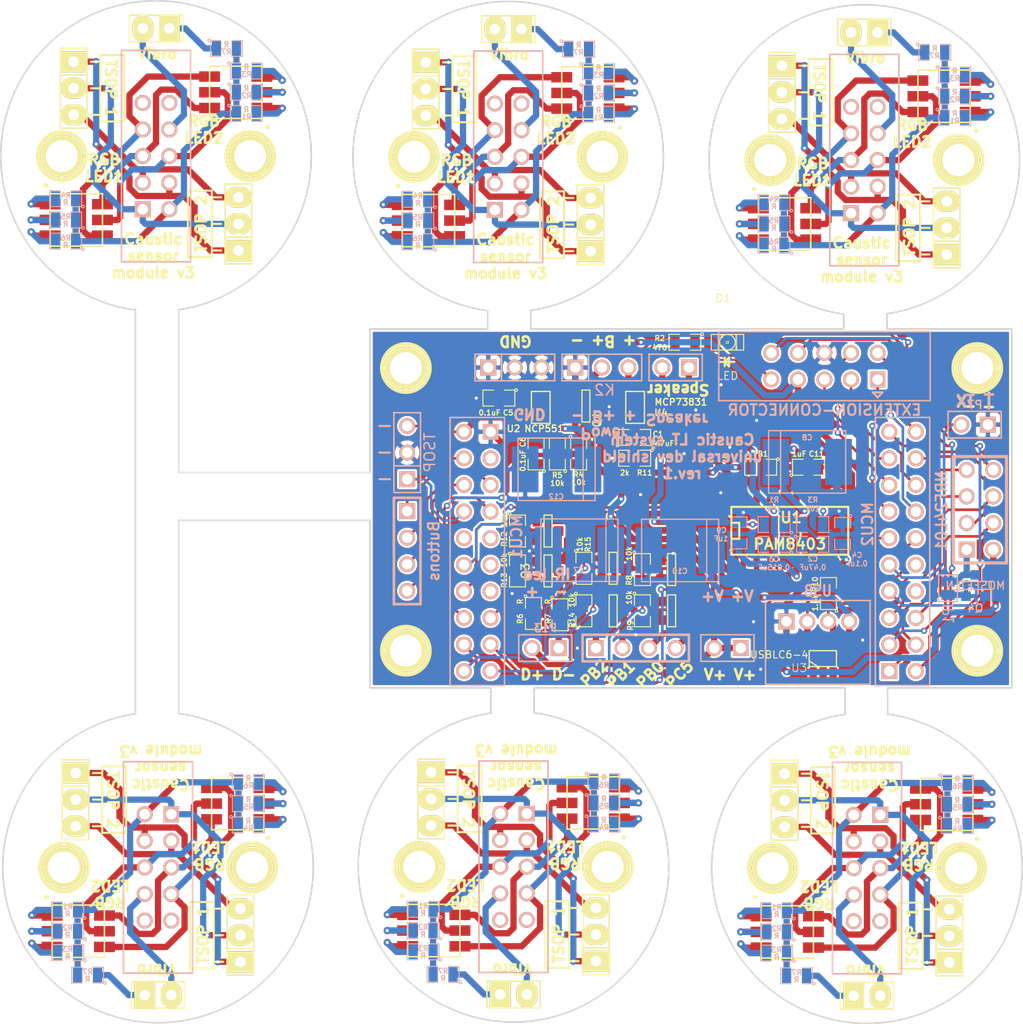
<source format=kicad_pcb>
(kicad_pcb (version 3) (host pcbnew "(2013-may-18)-stable")
  (layers (15 F.Cu signal) (0 B.Cu signal) (18 B.Paste user) (19 F.Paste user) (20 B.SilkS user) (21 F.SilkS user) (22 B.Mask user) (23 F.Mask user) (28 Edge.Cuts user))
  (net 0 "")
  (net 1 +3.3V)
  (net 2 +BATT)
  (net 3 GND)
  (net 4 N-000001)
  (net 5 N-0000010)
  (net 6 N-0000011)
  (net 7 N-0000012)
  (net 8 N-0000013)
  (net 9 N-0000014)
  (net 10 N-0000015)
  (net 11 N-0000016)
  (net 12 N-0000017)
  (net 13 N-0000018)
  (net 14 N-0000019)
  (net 15 N-000002)
  (net 16 N-0000020)
  (net 17 N-0000021)
  (net 18 N-0000022)
  (net 19 N-0000023)
  (net 20 N-0000025)
  (net 21 N-0000026)
  (net 22 N-0000027)
  (net 23 N-0000028)
  (net 24 N-0000029)
  (net 25 N-000003)
  (net 26 N-0000030)
  (net 27 N-0000031)
  (net 28 N-0000032)
  (net 29 N-0000033)
  (net 30 N-0000034)
  (net 31 N-0000035)
  (net 32 N-0000038)
  (net 33 N-0000039)
  (net 34 N-000004)
  (net 35 N-0000040)
  (net 36 N-0000041)
  (net 37 N-0000042)
  (net 38 N-0000043)
  (net 39 N-0000044)
  (net 40 N-0000045)
  (net 41 N-0000046)
  (net 42 N-0000047)
  (net 43 N-0000048)
  (net 44 N-0000049)
  (net 45 N-000005)
  (net 46 N-0000050)
  (net 47 N-0000051)
  (net 48 N-0000052)
  (net 49 N-0000053)
  (net 50 N-0000059)
  (net 51 N-000006)
  (net 52 N-0000064)
  (net 53 N-0000065)
  (net 54 N-000007)
  (net 55 N-000008)
  (net 56 N-000009)
  (net 57 VCC)
  (module SM0805 (layer B.Cu) (at 89.4715 130.429 180)
    (fp_text reference R1 (at 0 0.3175 180) (layer B.SilkS) (effects (font (size 0.50038 0.50038) (thickness 0.10922)) (justify mirror)))
    (fp_text value R (at 0 -0.381 180) (layer B.SilkS) (effects (font (size 0.50038 0.50038) (thickness 0.10922)) (justify mirror)))
    (pad 1 smd rect (at -0.9525 0 180) (size 0.889 1.397) (layers B.Cu B.Paste B.Mask) (net 2 +BATT))
    (pad 2 smd rect (at 0.9525 0 180) (size 0.889 1.397) (layers B.Cu B.Paste B.Mask) (net 10 N-0000015))
  )
  (module SM0805 (layer B.Cu) (at 89.4715 132.461 180)
    (fp_text reference R2 (at 0 0.3175 180) (layer B.SilkS) (effects (font (size 0.50038 0.50038) (thickness 0.10922)) (justify mirror)))
    (fp_text value R (at 0 -0.381 180) (layer B.SilkS) (effects (font (size 0.50038 0.50038) (thickness 0.10922)) (justify mirror)))
    (pad 1 smd rect (at -0.9525 0 180) (size 0.889 1.397) (layers B.Cu B.Paste B.Mask) (net 2 +BATT))
    (pad 2 smd rect (at 0.9525 0 180) (size 0.889 1.397) (layers B.Cu B.Paste B.Mask) (net 12 N-0000017))
  )
  (module SM0805 (layer B.Cu) (at 89.4715 134.493 180)
    (fp_text reference R3 (at 0 0.3175 180) (layer B.SilkS) (effects (font (size 0.50038 0.50038) (thickness 0.10922)) (justify mirror)))
    (fp_text value R (at 0 -0.381 180) (layer B.SilkS) (effects (font (size 0.50038 0.50038) (thickness 0.10922)) (justify mirror)))
    (pad 1 smd rect (at -0.9525 0 180) (size 0.889 1.397) (layers B.Cu B.Paste B.Mask) (net 2 +BATT))
    (pad 2 smd rect (at 0.9525 0 180) (size 0.889 1.397) (layers B.Cu B.Paste B.Mask) (net 11 N-0000016))
  )
  (module SM0805 (layer B.Cu) (at 106.7435 122.301)
    (fp_text reference R4 (at 0 0.3175) (layer B.SilkS) (effects (font (size 0.50038 0.50038) (thickness 0.10922)) (justify mirror)))
    (fp_text value R (at 0 -0.381) (layer B.SilkS) (effects (font (size 0.50038 0.50038) (thickness 0.10922)) (justify mirror)))
    (pad 1 smd rect (at -0.9525 0) (size 0.889 1.397) (layers B.Cu B.Paste B.Mask) (net 2 +BATT))
    (pad 2 smd rect (at 0.9525 0) (size 0.889 1.397) (layers B.Cu B.Paste B.Mask) (net 51 N-000006))
  )
  (module SM0805 (layer B.Cu) (at 106.7435 120.269)
    (fp_text reference R5 (at 0 0.3175) (layer B.SilkS) (effects (font (size 0.50038 0.50038) (thickness 0.10922)) (justify mirror)))
    (fp_text value R (at 0 -0.381) (layer B.SilkS) (effects (font (size 0.50038 0.50038) (thickness 0.10922)) (justify mirror)))
    (pad 1 smd rect (at -0.9525 0) (size 0.889 1.397) (layers B.Cu B.Paste B.Mask) (net 2 +BATT))
    (pad 2 smd rect (at 0.9525 0) (size 0.889 1.397) (layers B.Cu B.Paste B.Mask) (net 45 N-000005))
  )
  (module SM0805 (layer B.Cu) (at 106.7435 118.237)
    (fp_text reference R6 (at 0 0.3175) (layer B.SilkS) (effects (font (size 0.50038 0.50038) (thickness 0.10922)) (justify mirror)))
    (fp_text value R (at 0 -0.381) (layer B.SilkS) (effects (font (size 0.50038 0.50038) (thickness 0.10922)) (justify mirror)))
    (pad 1 smd rect (at -0.9525 0) (size 0.889 1.397) (layers B.Cu B.Paste B.Mask) (net 2 +BATT))
    (pad 2 smd rect (at 0.9525 0) (size 0.889 1.397) (layers B.Cu B.Paste B.Mask) (net 34 N-000004))
  )
  (module SM0805 (layer B.Cu) (at 91.3765 136.652 180)
    (fp_text reference R7 (at 0 0.3175 180) (layer B.SilkS) (effects (font (size 0.50038 0.50038) (thickness 0.10922)) (justify mirror)))
    (fp_text value R (at 0 -0.381 180) (layer B.SilkS) (effects (font (size 0.50038 0.50038) (thickness 0.10922)) (justify mirror)))
    (pad 1 smd rect (at -0.9525 0 180) (size 0.889 1.397) (layers B.Cu B.Paste B.Mask) (net 55 N-000008))
    (pad 2 smd rect (at 0.9525 0 180) (size 0.889 1.397) (layers B.Cu B.Paste B.Mask) (net 2 +BATT))
  )
  (module RGB-led (layer F.Cu) (at 90.4875 132.461)
    (fp_text reference U1 hide)
    (fp_text value RGB-LED hide)
    (pad 1 smd rect (at 2.5 1.5) (size 2 1) (layers F.Cu F.Paste F.Mask) (net 9 N-0000014))
    (pad 2 smd rect (at 2.5 0) (size 2 1) (layers F.Cu F.Paste F.Mask) (net 8 N-0000013))
    (pad 3 smd rect (at 2.5 -1.5) (size 2 1) (layers F.Cu F.Paste F.Mask) (net 7 N-0000012))
    (pad 4 smd rect (at -2.5 -1.5) (size 2 1) (layers F.Cu F.Paste F.Mask) (net 10 N-0000015))
    (pad 5 smd rect (at -2.5 0) (size 2 1) (layers F.Cu F.Paste F.Mask) (net 12 N-0000017))
    (pad 6 smd rect (at -2.5 1.5) (size 2 1) (layers F.Cu F.Paste F.Mask) (net 11 N-0000016))
  )
  (module RGB-led (layer F.Cu) (at 105.7275 120.269 180)
    (fp_text reference U2 hide)
    (fp_text value RGB-LED hide)
    (pad 1 smd rect (at 2.5 1.5 180) (size 2 1) (layers F.Cu F.Paste F.Mask) (net 9 N-0000014))
    (pad 2 smd rect (at 2.5 0 180) (size 2 1) (layers F.Cu F.Paste F.Mask) (net 8 N-0000013))
    (pad 3 smd rect (at 2.5 -1.5 180) (size 2 1) (layers F.Cu F.Paste F.Mask) (net 7 N-0000012))
    (pad 4 smd rect (at -2.5 -1.5 180) (size 2 1) (layers F.Cu F.Paste F.Mask) (net 51 N-000006))
    (pad 5 smd rect (at -2.5 0 180) (size 2 1) (layers F.Cu F.Paste F.Mask) (net 45 N-000005))
    (pad 6 smd rect (at -2.5 1.5 180) (size 2 1) (layers F.Cu F.Paste F.Mask) (net 34 N-000004))
  )
  (module PIN_ARRAY_LARGE_PADS_2.54mm_3X1 (layer F.Cu) (at 90.2335 119.888 270)
    (fp_text reference U3 hide)
    (fp_text value TSOP4856 hide)
    (pad 1 thru_hole rect (at -2.54 0 270) (size 2 2.5) (drill 1.016) (layers *.Cu *.Mask F.SilkS) (net 25 N-000003))
    (pad 2 thru_hole oval (at 0 0 270) (size 2 2.5) (drill 1.016) (layers *.Cu *.Mask F.SilkS) (net 3 GND))
    (pad 3 thru_hole oval (at 2.54 0 270) (size 2 2.5) (drill 1.016) (layers *.Cu *.Mask F.SilkS) (net 1 +3.3V))
  )
  (module PIN_ARRAY_LARGE_PADS_2.54mm_3X1 (layer F.Cu) (at 105.9815 132.842 90)
    (fp_text reference U4 hide)
    (fp_text value TSOP4856 hide)
    (pad 1 thru_hole rect (at -2.54 0 90) (size 2 2.5) (drill 1.016) (layers *.Cu *.Mask F.SilkS) (net 25 N-000003))
    (pad 2 thru_hole oval (at 0 0 90) (size 2 2.5) (drill 1.016) (layers *.Cu *.Mask F.SilkS) (net 3 GND))
    (pad 3 thru_hole oval (at 2.54 0 90) (size 2 2.5) (drill 1.016) (layers *.Cu *.Mask F.SilkS) (net 1 +3.3V))
  )
  (module PIN_ARRAY_LARGE_PADS_2.54mm_2X1 (layer F.Cu) (at 98.1075 138.557)
    (fp_text reference P2 hide)
    (fp_text value VibroEngine hide)
    (pad 1 thru_hole rect (at -1.27 0) (size 2 2.5) (drill 1.016) (layers *.Cu *.Mask F.SilkS) (net 55 N-000008))
    (pad 2 thru_hole oval (at 1.27 0) (size 2 2.5) (drill 1.016) (layers *.Cu *.Mask F.SilkS) (net 54 N-000007))
  )
  (module PIN_ARRAY_5x2_SOCKET (layer B.Cu) (at 98.1075 126.365 270)
    (fp_text reference P1 hide)
    (fp_text value SENSOR_CONNECTOR hide)
    (pad 1 thru_hole rect (at -5.08 -1.27 270) (size 1.524 1.524) (drill 1.016) (layers *.Cu *.Mask B.SilkS) (net 3 GND))
    (pad 2 thru_hole circle (at -5.08 1.27 270) (size 1.524 1.524) (drill 1.016) (layers *.Cu *.Mask B.SilkS) (net 2 +BATT))
    (pad 3 thru_hole circle (at -2.54 -1.27 270) (size 1.524 1.524) (drill 1.016) (layers *.Cu *.Mask B.SilkS) (net 1 +3.3V))
    (pad 4 thru_hole circle (at -2.54 1.27 270) (size 1.524 1.524) (drill 1.016) (layers *.Cu *.Mask B.SilkS) (net 25 N-000003))
    (pad 5 thru_hole circle (at 0 -1.27 270) (size 1.524 1.524) (drill 1.016) (layers *.Cu *.Mask B.SilkS) (net 7 N-0000012))
    (pad 6 thru_hole circle (at 0 1.27 270) (size 1.524 1.524) (drill 1.016) (layers *.Cu *.Mask B.SilkS) (net 8 N-0000013))
    (pad 7 thru_hole circle (at 2.54 -1.27 270) (size 1.524 1.524) (drill 1.016) (layers *.Cu *.Mask B.SilkS) (net 9 N-0000014))
    (pad 8 thru_hole circle (at 2.54 1.27 270) (size 1.524 1.524) (drill 1.016) (layers *.Cu *.Mask B.SilkS) (net 54 N-000007))
    (pad 9 thru_hole circle (at 5.08 -1.27 270) (size 1.524 1.524) (drill 1.016) (layers *.Cu *.Mask B.SilkS))
    (pad 10 thru_hole circle (at 5.08 1.27 270) (size 1.524 1.524) (drill 1.016) (layers *.Cu *.Mask B.SilkS))
  )
  (module 1pin (layer F.Cu) (at 89.1075 126.365 180)
    (fp_text reference 1PIN hide)
    (fp_text value P*** hide)
    (pad 1 thru_hole circle (at 0 0 180) (size 4.064 4.064) (drill 3.048) (layers *.Cu *.Mask F.SilkS))
  )
  (module 1pin (layer F.Cu) (at 107.1075 126.365 180)
    (fp_text reference 1PIN hide)
    (fp_text value P*** hide)
    (pad 1 thru_hole circle (at 0 0 180) (size 4.064 4.064) (drill 3.048) (layers *.Cu *.Mask F.SilkS))
  )
  (module 1pin (layer F.Cu) (at 141.08 126.3015 180)
    (fp_text reference 1PIN hide)
    (fp_text value P*** hide)
    (pad 1 thru_hole circle (at 0 0 180) (size 4.064 4.064) (drill 3.048) (layers *.Cu *.Mask F.SilkS))
  )
  (module 1pin (layer F.Cu) (at 123.08 126.3015 180)
    (fp_text reference 1PIN hide)
    (fp_text value P*** hide)
    (pad 1 thru_hole circle (at 0 0 180) (size 4.064 4.064) (drill 3.048) (layers *.Cu *.Mask F.SilkS))
  )
  (module PIN_ARRAY_5x2_SOCKET (layer B.Cu) (at 132.08 126.3015 270)
    (fp_text reference P1 hide)
    (fp_text value SENSOR_CONNECTOR hide)
    (pad 1 thru_hole rect (at -5.08 -1.27 270) (size 1.524 1.524) (drill 1.016) (layers *.Cu *.Mask B.SilkS) (net 3 GND))
    (pad 2 thru_hole circle (at -5.08 1.27 270) (size 1.524 1.524) (drill 1.016) (layers *.Cu *.Mask B.SilkS) (net 2 +BATT))
    (pad 3 thru_hole circle (at -2.54 -1.27 270) (size 1.524 1.524) (drill 1.016) (layers *.Cu *.Mask B.SilkS) (net 1 +3.3V))
    (pad 4 thru_hole circle (at -2.54 1.27 270) (size 1.524 1.524) (drill 1.016) (layers *.Cu *.Mask B.SilkS) (net 25 N-000003))
    (pad 5 thru_hole circle (at 0 -1.27 270) (size 1.524 1.524) (drill 1.016) (layers *.Cu *.Mask B.SilkS) (net 7 N-0000012))
    (pad 6 thru_hole circle (at 0 1.27 270) (size 1.524 1.524) (drill 1.016) (layers *.Cu *.Mask B.SilkS) (net 8 N-0000013))
    (pad 7 thru_hole circle (at 2.54 -1.27 270) (size 1.524 1.524) (drill 1.016) (layers *.Cu *.Mask B.SilkS) (net 9 N-0000014))
    (pad 8 thru_hole circle (at 2.54 1.27 270) (size 1.524 1.524) (drill 1.016) (layers *.Cu *.Mask B.SilkS) (net 54 N-000007))
    (pad 9 thru_hole circle (at 5.08 -1.27 270) (size 1.524 1.524) (drill 1.016) (layers *.Cu *.Mask B.SilkS))
    (pad 10 thru_hole circle (at 5.08 1.27 270) (size 1.524 1.524) (drill 1.016) (layers *.Cu *.Mask B.SilkS))
  )
  (module PIN_ARRAY_LARGE_PADS_2.54mm_2X1 (layer F.Cu) (at 132.08 138.4935)
    (fp_text reference P2 hide)
    (fp_text value VibroEngine hide)
    (pad 1 thru_hole rect (at -1.27 0) (size 2 2.5) (drill 1.016) (layers *.Cu *.Mask F.SilkS) (net 55 N-000008))
    (pad 2 thru_hole oval (at 1.27 0) (size 2 2.5) (drill 1.016) (layers *.Cu *.Mask F.SilkS) (net 54 N-000007))
  )
  (module PIN_ARRAY_LARGE_PADS_2.54mm_3X1 (layer F.Cu) (at 139.954 132.7785 90)
    (fp_text reference U4 hide)
    (fp_text value TSOP4856 hide)
    (pad 1 thru_hole rect (at -2.54 0 90) (size 2 2.5) (drill 1.016) (layers *.Cu *.Mask F.SilkS) (net 25 N-000003))
    (pad 2 thru_hole oval (at 0 0 90) (size 2 2.5) (drill 1.016) (layers *.Cu *.Mask F.SilkS) (net 3 GND))
    (pad 3 thru_hole oval (at 2.54 0 90) (size 2 2.5) (drill 1.016) (layers *.Cu *.Mask F.SilkS) (net 1 +3.3V))
  )
  (module PIN_ARRAY_LARGE_PADS_2.54mm_3X1 (layer F.Cu) (at 124.206 119.8245 270)
    (fp_text reference U3 hide)
    (fp_text value TSOP4856 hide)
    (pad 1 thru_hole rect (at -2.54 0 270) (size 2 2.5) (drill 1.016) (layers *.Cu *.Mask F.SilkS) (net 25 N-000003))
    (pad 2 thru_hole oval (at 0 0 270) (size 2 2.5) (drill 1.016) (layers *.Cu *.Mask F.SilkS) (net 3 GND))
    (pad 3 thru_hole oval (at 2.54 0 270) (size 2 2.5) (drill 1.016) (layers *.Cu *.Mask F.SilkS) (net 1 +3.3V))
  )
  (module RGB-led (layer F.Cu) (at 139.7 120.2055 180)
    (fp_text reference U2 hide)
    (fp_text value RGB-LED hide)
    (pad 1 smd rect (at 2.5 1.5 180) (size 2 1) (layers F.Cu F.Paste F.Mask) (net 9 N-0000014))
    (pad 2 smd rect (at 2.5 0 180) (size 2 1) (layers F.Cu F.Paste F.Mask) (net 8 N-0000013))
    (pad 3 smd rect (at 2.5 -1.5 180) (size 2 1) (layers F.Cu F.Paste F.Mask) (net 7 N-0000012))
    (pad 4 smd rect (at -2.5 -1.5 180) (size 2 1) (layers F.Cu F.Paste F.Mask) (net 51 N-000006))
    (pad 5 smd rect (at -2.5 0 180) (size 2 1) (layers F.Cu F.Paste F.Mask) (net 45 N-000005))
    (pad 6 smd rect (at -2.5 1.5 180) (size 2 1) (layers F.Cu F.Paste F.Mask) (net 34 N-000004))
  )
  (module RGB-led (layer F.Cu) (at 124.46 132.3975)
    (fp_text reference U1 hide)
    (fp_text value RGB-LED hide)
    (pad 1 smd rect (at 2.5 1.5) (size 2 1) (layers F.Cu F.Paste F.Mask) (net 9 N-0000014))
    (pad 2 smd rect (at 2.5 0) (size 2 1) (layers F.Cu F.Paste F.Mask) (net 8 N-0000013))
    (pad 3 smd rect (at 2.5 -1.5) (size 2 1) (layers F.Cu F.Paste F.Mask) (net 7 N-0000012))
    (pad 4 smd rect (at -2.5 -1.5) (size 2 1) (layers F.Cu F.Paste F.Mask) (net 10 N-0000015))
    (pad 5 smd rect (at -2.5 0) (size 2 1) (layers F.Cu F.Paste F.Mask) (net 12 N-0000017))
    (pad 6 smd rect (at -2.5 1.5) (size 2 1) (layers F.Cu F.Paste F.Mask) (net 11 N-0000016))
  )
  (module SM0805 (layer B.Cu) (at 125.349 136.5885 180)
    (fp_text reference R7 (at 0 0.3175 180) (layer B.SilkS) (effects (font (size 0.50038 0.50038) (thickness 0.10922)) (justify mirror)))
    (fp_text value R (at 0 -0.381 180) (layer B.SilkS) (effects (font (size 0.50038 0.50038) (thickness 0.10922)) (justify mirror)))
    (pad 1 smd rect (at -0.9525 0 180) (size 0.889 1.397) (layers B.Cu B.Paste B.Mask) (net 55 N-000008))
    (pad 2 smd rect (at 0.9525 0 180) (size 0.889 1.397) (layers B.Cu B.Paste B.Mask) (net 2 +BATT))
  )
  (module SM0805 (layer B.Cu) (at 140.716 118.1735)
    (fp_text reference R6 (at 0 0.3175) (layer B.SilkS) (effects (font (size 0.50038 0.50038) (thickness 0.10922)) (justify mirror)))
    (fp_text value R (at 0 -0.381) (layer B.SilkS) (effects (font (size 0.50038 0.50038) (thickness 0.10922)) (justify mirror)))
    (pad 1 smd rect (at -0.9525 0) (size 0.889 1.397) (layers B.Cu B.Paste B.Mask) (net 2 +BATT))
    (pad 2 smd rect (at 0.9525 0) (size 0.889 1.397) (layers B.Cu B.Paste B.Mask) (net 34 N-000004))
  )
  (module SM0805 (layer B.Cu) (at 140.716 120.2055)
    (fp_text reference R5 (at 0 0.3175) (layer B.SilkS) (effects (font (size 0.50038 0.50038) (thickness 0.10922)) (justify mirror)))
    (fp_text value R (at 0 -0.381) (layer B.SilkS) (effects (font (size 0.50038 0.50038) (thickness 0.10922)) (justify mirror)))
    (pad 1 smd rect (at -0.9525 0) (size 0.889 1.397) (layers B.Cu B.Paste B.Mask) (net 2 +BATT))
    (pad 2 smd rect (at 0.9525 0) (size 0.889 1.397) (layers B.Cu B.Paste B.Mask) (net 45 N-000005))
  )
  (module SM0805 (layer B.Cu) (at 140.716 122.2375)
    (fp_text reference R4 (at 0 0.3175) (layer B.SilkS) (effects (font (size 0.50038 0.50038) (thickness 0.10922)) (justify mirror)))
    (fp_text value R (at 0 -0.381) (layer B.SilkS) (effects (font (size 0.50038 0.50038) (thickness 0.10922)) (justify mirror)))
    (pad 1 smd rect (at -0.9525 0) (size 0.889 1.397) (layers B.Cu B.Paste B.Mask) (net 2 +BATT))
    (pad 2 smd rect (at 0.9525 0) (size 0.889 1.397) (layers B.Cu B.Paste B.Mask) (net 51 N-000006))
  )
  (module SM0805 (layer B.Cu) (at 123.444 134.4295 180)
    (fp_text reference R3 (at 0 0.3175 180) (layer B.SilkS) (effects (font (size 0.50038 0.50038) (thickness 0.10922)) (justify mirror)))
    (fp_text value R (at 0 -0.381 180) (layer B.SilkS) (effects (font (size 0.50038 0.50038) (thickness 0.10922)) (justify mirror)))
    (pad 1 smd rect (at -0.9525 0 180) (size 0.889 1.397) (layers B.Cu B.Paste B.Mask) (net 2 +BATT))
    (pad 2 smd rect (at 0.9525 0 180) (size 0.889 1.397) (layers B.Cu B.Paste B.Mask) (net 11 N-0000016))
  )
  (module SM0805 (layer B.Cu) (at 123.444 132.3975 180)
    (fp_text reference R2 (at 0 0.3175 180) (layer B.SilkS) (effects (font (size 0.50038 0.50038) (thickness 0.10922)) (justify mirror)))
    (fp_text value R (at 0 -0.381 180) (layer B.SilkS) (effects (font (size 0.50038 0.50038) (thickness 0.10922)) (justify mirror)))
    (pad 1 smd rect (at -0.9525 0 180) (size 0.889 1.397) (layers B.Cu B.Paste B.Mask) (net 2 +BATT))
    (pad 2 smd rect (at 0.9525 0 180) (size 0.889 1.397) (layers B.Cu B.Paste B.Mask) (net 12 N-0000017))
  )
  (module SM0805 (layer B.Cu) (at 123.444 130.3655 180)
    (fp_text reference R1 (at 0 0.3175 180) (layer B.SilkS) (effects (font (size 0.50038 0.50038) (thickness 0.10922)) (justify mirror)))
    (fp_text value R (at 0 -0.381 180) (layer B.SilkS) (effects (font (size 0.50038 0.50038) (thickness 0.10922)) (justify mirror)))
    (pad 1 smd rect (at -0.9525 0 180) (size 0.889 1.397) (layers B.Cu B.Paste B.Mask) (net 2 +BATT))
    (pad 2 smd rect (at 0.9525 0 180) (size 0.889 1.397) (layers B.Cu B.Paste B.Mask) (net 10 N-0000015))
  )
  (module SM0805 (layer B.Cu) (at 157.226 130.4925 180)
    (fp_text reference R1 (at 0 0.3175 180) (layer B.SilkS) (effects (font (size 0.50038 0.50038) (thickness 0.10922)) (justify mirror)))
    (fp_text value R (at 0 -0.381 180) (layer B.SilkS) (effects (font (size 0.50038 0.50038) (thickness 0.10922)) (justify mirror)))
    (pad 1 smd rect (at -0.9525 0 180) (size 0.889 1.397) (layers B.Cu B.Paste B.Mask) (net 2 +BATT))
    (pad 2 smd rect (at 0.9525 0 180) (size 0.889 1.397) (layers B.Cu B.Paste B.Mask) (net 10 N-0000015))
  )
  (module SM0805 (layer B.Cu) (at 157.226 132.5245 180)
    (fp_text reference R2 (at 0 0.3175 180) (layer B.SilkS) (effects (font (size 0.50038 0.50038) (thickness 0.10922)) (justify mirror)))
    (fp_text value R (at 0 -0.381 180) (layer B.SilkS) (effects (font (size 0.50038 0.50038) (thickness 0.10922)) (justify mirror)))
    (pad 1 smd rect (at -0.9525 0 180) (size 0.889 1.397) (layers B.Cu B.Paste B.Mask) (net 2 +BATT))
    (pad 2 smd rect (at 0.9525 0 180) (size 0.889 1.397) (layers B.Cu B.Paste B.Mask) (net 12 N-0000017))
  )
  (module SM0805 (layer B.Cu) (at 157.226 134.5565 180)
    (fp_text reference R3 (at 0 0.3175 180) (layer B.SilkS) (effects (font (size 0.50038 0.50038) (thickness 0.10922)) (justify mirror)))
    (fp_text value R (at 0 -0.381 180) (layer B.SilkS) (effects (font (size 0.50038 0.50038) (thickness 0.10922)) (justify mirror)))
    (pad 1 smd rect (at -0.9525 0 180) (size 0.889 1.397) (layers B.Cu B.Paste B.Mask) (net 2 +BATT))
    (pad 2 smd rect (at 0.9525 0 180) (size 0.889 1.397) (layers B.Cu B.Paste B.Mask) (net 11 N-0000016))
  )
  (module SM0805 (layer B.Cu) (at 174.498 122.3645)
    (fp_text reference R4 (at 0 0.3175) (layer B.SilkS) (effects (font (size 0.50038 0.50038) (thickness 0.10922)) (justify mirror)))
    (fp_text value R (at 0 -0.381) (layer B.SilkS) (effects (font (size 0.50038 0.50038) (thickness 0.10922)) (justify mirror)))
    (pad 1 smd rect (at -0.9525 0) (size 0.889 1.397) (layers B.Cu B.Paste B.Mask) (net 2 +BATT))
    (pad 2 smd rect (at 0.9525 0) (size 0.889 1.397) (layers B.Cu B.Paste B.Mask) (net 51 N-000006))
  )
  (module SM0805 (layer B.Cu) (at 174.498 120.3325)
    (fp_text reference R5 (at 0 0.3175) (layer B.SilkS) (effects (font (size 0.50038 0.50038) (thickness 0.10922)) (justify mirror)))
    (fp_text value R (at 0 -0.381) (layer B.SilkS) (effects (font (size 0.50038 0.50038) (thickness 0.10922)) (justify mirror)))
    (pad 1 smd rect (at -0.9525 0) (size 0.889 1.397) (layers B.Cu B.Paste B.Mask) (net 2 +BATT))
    (pad 2 smd rect (at 0.9525 0) (size 0.889 1.397) (layers B.Cu B.Paste B.Mask) (net 45 N-000005))
  )
  (module SM0805 (layer B.Cu) (at 174.498 118.3005)
    (fp_text reference R6 (at 0 0.3175) (layer B.SilkS) (effects (font (size 0.50038 0.50038) (thickness 0.10922)) (justify mirror)))
    (fp_text value R (at 0 -0.381) (layer B.SilkS) (effects (font (size 0.50038 0.50038) (thickness 0.10922)) (justify mirror)))
    (pad 1 smd rect (at -0.9525 0) (size 0.889 1.397) (layers B.Cu B.Paste B.Mask) (net 2 +BATT))
    (pad 2 smd rect (at 0.9525 0) (size 0.889 1.397) (layers B.Cu B.Paste B.Mask) (net 34 N-000004))
  )
  (module SM0805 (layer B.Cu) (at 159.131 136.7155 180)
    (fp_text reference R7 (at 0 0.3175 180) (layer B.SilkS) (effects (font (size 0.50038 0.50038) (thickness 0.10922)) (justify mirror)))
    (fp_text value R (at 0 -0.381 180) (layer B.SilkS) (effects (font (size 0.50038 0.50038) (thickness 0.10922)) (justify mirror)))
    (pad 1 smd rect (at -0.9525 0 180) (size 0.889 1.397) (layers B.Cu B.Paste B.Mask) (net 55 N-000008))
    (pad 2 smd rect (at 0.9525 0 180) (size 0.889 1.397) (layers B.Cu B.Paste B.Mask) (net 2 +BATT))
  )
  (module RGB-led (layer F.Cu) (at 158.242 132.5245)
    (fp_text reference U1 hide)
    (fp_text value RGB-LED hide)
    (pad 1 smd rect (at 2.5 1.5) (size 2 1) (layers F.Cu F.Paste F.Mask) (net 9 N-0000014))
    (pad 2 smd rect (at 2.5 0) (size 2 1) (layers F.Cu F.Paste F.Mask) (net 8 N-0000013))
    (pad 3 smd rect (at 2.5 -1.5) (size 2 1) (layers F.Cu F.Paste F.Mask) (net 7 N-0000012))
    (pad 4 smd rect (at -2.5 -1.5) (size 2 1) (layers F.Cu F.Paste F.Mask) (net 10 N-0000015))
    (pad 5 smd rect (at -2.5 0) (size 2 1) (layers F.Cu F.Paste F.Mask) (net 12 N-0000017))
    (pad 6 smd rect (at -2.5 1.5) (size 2 1) (layers F.Cu F.Paste F.Mask) (net 11 N-0000016))
  )
  (module RGB-led (layer F.Cu) (at 173.482 120.3325 180)
    (fp_text reference U2 hide)
    (fp_text value RGB-LED hide)
    (pad 1 smd rect (at 2.5 1.5 180) (size 2 1) (layers F.Cu F.Paste F.Mask) (net 9 N-0000014))
    (pad 2 smd rect (at 2.5 0 180) (size 2 1) (layers F.Cu F.Paste F.Mask) (net 8 N-0000013))
    (pad 3 smd rect (at 2.5 -1.5 180) (size 2 1) (layers F.Cu F.Paste F.Mask) (net 7 N-0000012))
    (pad 4 smd rect (at -2.5 -1.5 180) (size 2 1) (layers F.Cu F.Paste F.Mask) (net 51 N-000006))
    (pad 5 smd rect (at -2.5 0 180) (size 2 1) (layers F.Cu F.Paste F.Mask) (net 45 N-000005))
    (pad 6 smd rect (at -2.5 1.5 180) (size 2 1) (layers F.Cu F.Paste F.Mask) (net 34 N-000004))
  )
  (module PIN_ARRAY_LARGE_PADS_2.54mm_3X1 (layer F.Cu) (at 157.988 119.9515 270)
    (fp_text reference U3 hide)
    (fp_text value TSOP4856 hide)
    (pad 1 thru_hole rect (at -2.54 0 270) (size 2 2.5) (drill 1.016) (layers *.Cu *.Mask F.SilkS) (net 25 N-000003))
    (pad 2 thru_hole oval (at 0 0 270) (size 2 2.5) (drill 1.016) (layers *.Cu *.Mask F.SilkS) (net 3 GND))
    (pad 3 thru_hole oval (at 2.54 0 270) (size 2 2.5) (drill 1.016) (layers *.Cu *.Mask F.SilkS) (net 1 +3.3V))
  )
  (module PIN_ARRAY_LARGE_PADS_2.54mm_3X1 (layer F.Cu) (at 173.736 132.9055 90)
    (fp_text reference U4 hide)
    (fp_text value TSOP4856 hide)
    (pad 1 thru_hole rect (at -2.54 0 90) (size 2 2.5) (drill 1.016) (layers *.Cu *.Mask F.SilkS) (net 25 N-000003))
    (pad 2 thru_hole oval (at 0 0 90) (size 2 2.5) (drill 1.016) (layers *.Cu *.Mask F.SilkS) (net 3 GND))
    (pad 3 thru_hole oval (at 2.54 0 90) (size 2 2.5) (drill 1.016) (layers *.Cu *.Mask F.SilkS) (net 1 +3.3V))
  )
  (module PIN_ARRAY_LARGE_PADS_2.54mm_2X1 (layer F.Cu) (at 165.862 138.6205)
    (fp_text reference P2 hide)
    (fp_text value VibroEngine hide)
    (pad 1 thru_hole rect (at -1.27 0) (size 2 2.5) (drill 1.016) (layers *.Cu *.Mask F.SilkS) (net 55 N-000008))
    (pad 2 thru_hole oval (at 1.27 0) (size 2 2.5) (drill 1.016) (layers *.Cu *.Mask F.SilkS) (net 54 N-000007))
  )
  (module PIN_ARRAY_5x2_SOCKET (layer B.Cu) (at 165.862 126.4285 270)
    (fp_text reference P1 hide)
    (fp_text value SENSOR_CONNECTOR hide)
    (pad 1 thru_hole rect (at -5.08 -1.27 270) (size 1.524 1.524) (drill 1.016) (layers *.Cu *.Mask B.SilkS) (net 3 GND))
    (pad 2 thru_hole circle (at -5.08 1.27 270) (size 1.524 1.524) (drill 1.016) (layers *.Cu *.Mask B.SilkS) (net 2 +BATT))
    (pad 3 thru_hole circle (at -2.54 -1.27 270) (size 1.524 1.524) (drill 1.016) (layers *.Cu *.Mask B.SilkS) (net 1 +3.3V))
    (pad 4 thru_hole circle (at -2.54 1.27 270) (size 1.524 1.524) (drill 1.016) (layers *.Cu *.Mask B.SilkS) (net 25 N-000003))
    (pad 5 thru_hole circle (at 0 -1.27 270) (size 1.524 1.524) (drill 1.016) (layers *.Cu *.Mask B.SilkS) (net 7 N-0000012))
    (pad 6 thru_hole circle (at 0 1.27 270) (size 1.524 1.524) (drill 1.016) (layers *.Cu *.Mask B.SilkS) (net 8 N-0000013))
    (pad 7 thru_hole circle (at 2.54 -1.27 270) (size 1.524 1.524) (drill 1.016) (layers *.Cu *.Mask B.SilkS) (net 9 N-0000014))
    (pad 8 thru_hole circle (at 2.54 1.27 270) (size 1.524 1.524) (drill 1.016) (layers *.Cu *.Mask B.SilkS) (net 54 N-000007))
    (pad 9 thru_hole circle (at 5.08 -1.27 270) (size 1.524 1.524) (drill 1.016) (layers *.Cu *.Mask B.SilkS))
    (pad 10 thru_hole circle (at 5.08 1.27 270) (size 1.524 1.524) (drill 1.016) (layers *.Cu *.Mask B.SilkS))
  )
  (module 1pin (layer F.Cu) (at 156.862 126.4285 180)
    (fp_text reference 1PIN hide)
    (fp_text value P*** hide)
    (pad 1 thru_hole circle (at 0 0 180) (size 4.064 4.064) (drill 3.048) (layers *.Cu *.Mask F.SilkS))
  )
  (module 1pin (layer F.Cu) (at 174.862 126.4285 180)
    (fp_text reference 1PIN hide)
    (fp_text value P*** hide)
    (pad 1 thru_hole circle (at 0 0 180) (size 4.064 4.064) (drill 3.048) (layers *.Cu *.Mask F.SilkS))
  )
  (module SM0805 (layer B.Cu) (at 106.553 54.356)
    (fp_text reference R1 (at 0 0.3175) (layer B.SilkS) (effects (font (size 0.50038 0.50038) (thickness 0.10922)) (justify mirror)))
    (fp_text value R (at 0 -0.381) (layer B.SilkS) (effects (font (size 0.50038 0.50038) (thickness 0.10922)) (justify mirror)))
    (pad 1 smd rect (at -0.9525 0) (size 0.889 1.397) (layers B.Cu B.Paste B.Mask) (net 2 +BATT))
    (pad 2 smd rect (at 0.9525 0) (size 0.889 1.397) (layers B.Cu B.Paste B.Mask) (net 10 N-0000015))
  )
  (module SM0805 (layer B.Cu) (at 106.553 52.324)
    (fp_text reference R2 (at 0 0.3175) (layer B.SilkS) (effects (font (size 0.50038 0.50038) (thickness 0.10922)) (justify mirror)))
    (fp_text value R (at 0 -0.381) (layer B.SilkS) (effects (font (size 0.50038 0.50038) (thickness 0.10922)) (justify mirror)))
    (pad 1 smd rect (at -0.9525 0) (size 0.889 1.397) (layers B.Cu B.Paste B.Mask) (net 2 +BATT))
    (pad 2 smd rect (at 0.9525 0) (size 0.889 1.397) (layers B.Cu B.Paste B.Mask) (net 12 N-0000017))
  )
  (module SM0805 (layer B.Cu) (at 106.553 50.292)
    (fp_text reference R3 (at 0 0.3175) (layer B.SilkS) (effects (font (size 0.50038 0.50038) (thickness 0.10922)) (justify mirror)))
    (fp_text value R (at 0 -0.381) (layer B.SilkS) (effects (font (size 0.50038 0.50038) (thickness 0.10922)) (justify mirror)))
    (pad 1 smd rect (at -0.9525 0) (size 0.889 1.397) (layers B.Cu B.Paste B.Mask) (net 2 +BATT))
    (pad 2 smd rect (at 0.9525 0) (size 0.889 1.397) (layers B.Cu B.Paste B.Mask) (net 11 N-0000016))
  )
  (module SM0805 (layer B.Cu) (at 89.281 62.484 180)
    (fp_text reference R4 (at 0 0.3175 180) (layer B.SilkS) (effects (font (size 0.50038 0.50038) (thickness 0.10922)) (justify mirror)))
    (fp_text value R (at 0 -0.381 180) (layer B.SilkS) (effects (font (size 0.50038 0.50038) (thickness 0.10922)) (justify mirror)))
    (pad 1 smd rect (at -0.9525 0 180) (size 0.889 1.397) (layers B.Cu B.Paste B.Mask) (net 2 +BATT))
    (pad 2 smd rect (at 0.9525 0 180) (size 0.889 1.397) (layers B.Cu B.Paste B.Mask) (net 51 N-000006))
  )
  (module SM0805 (layer B.Cu) (at 89.281 64.516 180)
    (fp_text reference R5 (at 0 0.3175 180) (layer B.SilkS) (effects (font (size 0.50038 0.50038) (thickness 0.10922)) (justify mirror)))
    (fp_text value R (at 0 -0.381 180) (layer B.SilkS) (effects (font (size 0.50038 0.50038) (thickness 0.10922)) (justify mirror)))
    (pad 1 smd rect (at -0.9525 0 180) (size 0.889 1.397) (layers B.Cu B.Paste B.Mask) (net 2 +BATT))
    (pad 2 smd rect (at 0.9525 0 180) (size 0.889 1.397) (layers B.Cu B.Paste B.Mask) (net 45 N-000005))
  )
  (module SM0805 (layer B.Cu) (at 89.281 66.548 180)
    (fp_text reference R6 (at 0 0.3175 180) (layer B.SilkS) (effects (font (size 0.50038 0.50038) (thickness 0.10922)) (justify mirror)))
    (fp_text value R (at 0 -0.381 180) (layer B.SilkS) (effects (font (size 0.50038 0.50038) (thickness 0.10922)) (justify mirror)))
    (pad 1 smd rect (at -0.9525 0 180) (size 0.889 1.397) (layers B.Cu B.Paste B.Mask) (net 2 +BATT))
    (pad 2 smd rect (at 0.9525 0 180) (size 0.889 1.397) (layers B.Cu B.Paste B.Mask) (net 34 N-000004))
  )
  (module SM0805 (layer B.Cu) (at 104.648 48.133)
    (fp_text reference R7 (at 0 0.3175) (layer B.SilkS) (effects (font (size 0.50038 0.50038) (thickness 0.10922)) (justify mirror)))
    (fp_text value R (at 0 -0.381) (layer B.SilkS) (effects (font (size 0.50038 0.50038) (thickness 0.10922)) (justify mirror)))
    (pad 1 smd rect (at -0.9525 0) (size 0.889 1.397) (layers B.Cu B.Paste B.Mask) (net 55 N-000008))
    (pad 2 smd rect (at 0.9525 0) (size 0.889 1.397) (layers B.Cu B.Paste B.Mask) (net 2 +BATT))
  )
  (module RGB-led (layer F.Cu) (at 105.537 52.324 180)
    (fp_text reference U1 hide)
    (fp_text value RGB-LED hide)
    (pad 1 smd rect (at 2.5 1.5 180) (size 2 1) (layers F.Cu F.Paste F.Mask) (net 9 N-0000014))
    (pad 2 smd rect (at 2.5 0 180) (size 2 1) (layers F.Cu F.Paste F.Mask) (net 8 N-0000013))
    (pad 3 smd rect (at 2.5 -1.5 180) (size 2 1) (layers F.Cu F.Paste F.Mask) (net 7 N-0000012))
    (pad 4 smd rect (at -2.5 -1.5 180) (size 2 1) (layers F.Cu F.Paste F.Mask) (net 10 N-0000015))
    (pad 5 smd rect (at -2.5 0 180) (size 2 1) (layers F.Cu F.Paste F.Mask) (net 12 N-0000017))
    (pad 6 smd rect (at -2.5 1.5 180) (size 2 1) (layers F.Cu F.Paste F.Mask) (net 11 N-0000016))
  )
  (module RGB-led (layer F.Cu) (at 90.297 64.516)
    (fp_text reference U2 hide)
    (fp_text value RGB-LED hide)
    (pad 1 smd rect (at 2.5 1.5) (size 2 1) (layers F.Cu F.Paste F.Mask) (net 9 N-0000014))
    (pad 2 smd rect (at 2.5 0) (size 2 1) (layers F.Cu F.Paste F.Mask) (net 8 N-0000013))
    (pad 3 smd rect (at 2.5 -1.5) (size 2 1) (layers F.Cu F.Paste F.Mask) (net 7 N-0000012))
    (pad 4 smd rect (at -2.5 -1.5) (size 2 1) (layers F.Cu F.Paste F.Mask) (net 51 N-000006))
    (pad 5 smd rect (at -2.5 0) (size 2 1) (layers F.Cu F.Paste F.Mask) (net 45 N-000005))
    (pad 6 smd rect (at -2.5 1.5) (size 2 1) (layers F.Cu F.Paste F.Mask) (net 34 N-000004))
  )
  (module PIN_ARRAY_LARGE_PADS_2.54mm_3X1 (layer F.Cu) (at 105.791 64.897 90)
    (fp_text reference U3 hide)
    (fp_text value TSOP4856 hide)
    (pad 1 thru_hole rect (at -2.54 0 90) (size 2 2.5) (drill 1.016) (layers *.Cu *.Mask F.SilkS) (net 25 N-000003))
    (pad 2 thru_hole oval (at 0 0 90) (size 2 2.5) (drill 1.016) (layers *.Cu *.Mask F.SilkS) (net 3 GND))
    (pad 3 thru_hole oval (at 2.54 0 90) (size 2 2.5) (drill 1.016) (layers *.Cu *.Mask F.SilkS) (net 1 +3.3V))
  )
  (module PIN_ARRAY_LARGE_PADS_2.54mm_3X1 (layer F.Cu) (at 90.043 51.943 270)
    (fp_text reference U4 hide)
    (fp_text value TSOP4856 hide)
    (pad 1 thru_hole rect (at -2.54 0 270) (size 2 2.5) (drill 1.016) (layers *.Cu *.Mask F.SilkS) (net 25 N-000003))
    (pad 2 thru_hole oval (at 0 0 270) (size 2 2.5) (drill 1.016) (layers *.Cu *.Mask F.SilkS) (net 3 GND))
    (pad 3 thru_hole oval (at 2.54 0 270) (size 2 2.5) (drill 1.016) (layers *.Cu *.Mask F.SilkS) (net 1 +3.3V))
  )
  (module PIN_ARRAY_LARGE_PADS_2.54mm_2X1 (layer F.Cu) (at 97.917 46.228 180)
    (fp_text reference P2 hide)
    (fp_text value VibroEngine hide)
    (pad 1 thru_hole rect (at -1.27 0 180) (size 2 2.5) (drill 1.016) (layers *.Cu *.Mask F.SilkS) (net 55 N-000008))
    (pad 2 thru_hole oval (at 1.27 0 180) (size 2 2.5) (drill 1.016) (layers *.Cu *.Mask F.SilkS) (net 54 N-000007))
  )
  (module PIN_ARRAY_5x2_SOCKET (layer B.Cu) (at 97.917 58.42 90)
    (fp_text reference P1 hide)
    (fp_text value SENSOR_CONNECTOR hide)
    (pad 1 thru_hole rect (at -5.08 -1.27 90) (size 1.524 1.524) (drill 1.016) (layers *.Cu *.Mask B.SilkS) (net 3 GND))
    (pad 2 thru_hole circle (at -5.08 1.27 90) (size 1.524 1.524) (drill 1.016) (layers *.Cu *.Mask B.SilkS) (net 2 +BATT))
    (pad 3 thru_hole circle (at -2.54 -1.27 90) (size 1.524 1.524) (drill 1.016) (layers *.Cu *.Mask B.SilkS) (net 1 +3.3V))
    (pad 4 thru_hole circle (at -2.54 1.27 90) (size 1.524 1.524) (drill 1.016) (layers *.Cu *.Mask B.SilkS) (net 25 N-000003))
    (pad 5 thru_hole circle (at 0 -1.27 90) (size 1.524 1.524) (drill 1.016) (layers *.Cu *.Mask B.SilkS) (net 7 N-0000012))
    (pad 6 thru_hole circle (at 0 1.27 90) (size 1.524 1.524) (drill 1.016) (layers *.Cu *.Mask B.SilkS) (net 8 N-0000013))
    (pad 7 thru_hole circle (at 2.54 -1.27 90) (size 1.524 1.524) (drill 1.016) (layers *.Cu *.Mask B.SilkS) (net 9 N-0000014))
    (pad 8 thru_hole circle (at 2.54 1.27 90) (size 1.524 1.524) (drill 1.016) (layers *.Cu *.Mask B.SilkS) (net 54 N-000007))
    (pad 9 thru_hole circle (at 5.08 -1.27 90) (size 1.524 1.524) (drill 1.016) (layers *.Cu *.Mask B.SilkS))
    (pad 10 thru_hole circle (at 5.08 1.27 90) (size 1.524 1.524) (drill 1.016) (layers *.Cu *.Mask B.SilkS))
  )
  (module 1pin (layer F.Cu) (at 106.917 58.42)
    (fp_text reference 1PIN hide)
    (fp_text value P*** hide)
    (pad 1 thru_hole circle (at 0 0) (size 4.064 4.064) (drill 3.048) (layers *.Cu *.Mask F.SilkS))
  )
  (module 1pin (layer F.Cu) (at 88.917 58.42)
    (fp_text reference 1PIN hide)
    (fp_text value P*** hide)
    (pad 1 thru_hole circle (at 0 0) (size 4.064 4.064) (drill 3.048) (layers *.Cu *.Mask F.SilkS))
  )
  (module 1pin (layer F.Cu) (at 122.572 58.4835)
    (fp_text reference 1PIN hide)
    (fp_text value P*** hide)
    (pad 1 thru_hole circle (at 0 0) (size 4.064 4.064) (drill 3.048) (layers *.Cu *.Mask F.SilkS))
  )
  (module 1pin (layer F.Cu) (at 140.572 58.4835)
    (fp_text reference 1PIN hide)
    (fp_text value P*** hide)
    (pad 1 thru_hole circle (at 0 0) (size 4.064 4.064) (drill 3.048) (layers *.Cu *.Mask F.SilkS))
  )
  (module PIN_ARRAY_5x2_SOCKET (layer B.Cu) (at 131.572 58.4835 90)
    (fp_text reference P1 hide)
    (fp_text value SENSOR_CONNECTOR hide)
    (pad 1 thru_hole rect (at -5.08 -1.27 90) (size 1.524 1.524) (drill 1.016) (layers *.Cu *.Mask B.SilkS) (net 3 GND))
    (pad 2 thru_hole circle (at -5.08 1.27 90) (size 1.524 1.524) (drill 1.016) (layers *.Cu *.Mask B.SilkS) (net 2 +BATT))
    (pad 3 thru_hole circle (at -2.54 -1.27 90) (size 1.524 1.524) (drill 1.016) (layers *.Cu *.Mask B.SilkS) (net 1 +3.3V))
    (pad 4 thru_hole circle (at -2.54 1.27 90) (size 1.524 1.524) (drill 1.016) (layers *.Cu *.Mask B.SilkS) (net 25 N-000003))
    (pad 5 thru_hole circle (at 0 -1.27 90) (size 1.524 1.524) (drill 1.016) (layers *.Cu *.Mask B.SilkS) (net 7 N-0000012))
    (pad 6 thru_hole circle (at 0 1.27 90) (size 1.524 1.524) (drill 1.016) (layers *.Cu *.Mask B.SilkS) (net 8 N-0000013))
    (pad 7 thru_hole circle (at 2.54 -1.27 90) (size 1.524 1.524) (drill 1.016) (layers *.Cu *.Mask B.SilkS) (net 9 N-0000014))
    (pad 8 thru_hole circle (at 2.54 1.27 90) (size 1.524 1.524) (drill 1.016) (layers *.Cu *.Mask B.SilkS) (net 54 N-000007))
    (pad 9 thru_hole circle (at 5.08 -1.27 90) (size 1.524 1.524) (drill 1.016) (layers *.Cu *.Mask B.SilkS))
    (pad 10 thru_hole circle (at 5.08 1.27 90) (size 1.524 1.524) (drill 1.016) (layers *.Cu *.Mask B.SilkS))
  )
  (module PIN_ARRAY_LARGE_PADS_2.54mm_2X1 (layer F.Cu) (at 131.572 46.2915 180)
    (fp_text reference P2 hide)
    (fp_text value VibroEngine hide)
    (pad 1 thru_hole rect (at -1.27 0 180) (size 2 2.5) (drill 1.016) (layers *.Cu *.Mask F.SilkS) (net 55 N-000008))
    (pad 2 thru_hole oval (at 1.27 0 180) (size 2 2.5) (drill 1.016) (layers *.Cu *.Mask F.SilkS) (net 54 N-000007))
  )
  (module PIN_ARRAY_LARGE_PADS_2.54mm_3X1 (layer F.Cu) (at 123.698 52.0065 270)
    (fp_text reference U4 hide)
    (fp_text value TSOP4856 hide)
    (pad 1 thru_hole rect (at -2.54 0 270) (size 2 2.5) (drill 1.016) (layers *.Cu *.Mask F.SilkS) (net 25 N-000003))
    (pad 2 thru_hole oval (at 0 0 270) (size 2 2.5) (drill 1.016) (layers *.Cu *.Mask F.SilkS) (net 3 GND))
    (pad 3 thru_hole oval (at 2.54 0 270) (size 2 2.5) (drill 1.016) (layers *.Cu *.Mask F.SilkS) (net 1 +3.3V))
  )
  (module PIN_ARRAY_LARGE_PADS_2.54mm_3X1 (layer F.Cu) (at 139.446 64.9605 90)
    (fp_text reference U3 hide)
    (fp_text value TSOP4856 hide)
    (pad 1 thru_hole rect (at -2.54 0 90) (size 2 2.5) (drill 1.016) (layers *.Cu *.Mask F.SilkS) (net 25 N-000003))
    (pad 2 thru_hole oval (at 0 0 90) (size 2 2.5) (drill 1.016) (layers *.Cu *.Mask F.SilkS) (net 3 GND))
    (pad 3 thru_hole oval (at 2.54 0 90) (size 2 2.5) (drill 1.016) (layers *.Cu *.Mask F.SilkS) (net 1 +3.3V))
  )
  (module RGB-led (layer F.Cu) (at 123.952 64.5795)
    (fp_text reference U2 hide)
    (fp_text value RGB-LED hide)
    (pad 1 smd rect (at 2.5 1.5) (size 2 1) (layers F.Cu F.Paste F.Mask) (net 9 N-0000014))
    (pad 2 smd rect (at 2.5 0) (size 2 1) (layers F.Cu F.Paste F.Mask) (net 8 N-0000013))
    (pad 3 smd rect (at 2.5 -1.5) (size 2 1) (layers F.Cu F.Paste F.Mask) (net 7 N-0000012))
    (pad 4 smd rect (at -2.5 -1.5) (size 2 1) (layers F.Cu F.Paste F.Mask) (net 51 N-000006))
    (pad 5 smd rect (at -2.5 0) (size 2 1) (layers F.Cu F.Paste F.Mask) (net 45 N-000005))
    (pad 6 smd rect (at -2.5 1.5) (size 2 1) (layers F.Cu F.Paste F.Mask) (net 34 N-000004))
  )
  (module RGB-led (layer F.Cu) (at 139.192 52.3875 180)
    (fp_text reference U1 hide)
    (fp_text value RGB-LED hide)
    (pad 1 smd rect (at 2.5 1.5 180) (size 2 1) (layers F.Cu F.Paste F.Mask) (net 9 N-0000014))
    (pad 2 smd rect (at 2.5 0 180) (size 2 1) (layers F.Cu F.Paste F.Mask) (net 8 N-0000013))
    (pad 3 smd rect (at 2.5 -1.5 180) (size 2 1) (layers F.Cu F.Paste F.Mask) (net 7 N-0000012))
    (pad 4 smd rect (at -2.5 -1.5 180) (size 2 1) (layers F.Cu F.Paste F.Mask) (net 10 N-0000015))
    (pad 5 smd rect (at -2.5 0 180) (size 2 1) (layers F.Cu F.Paste F.Mask) (net 12 N-0000017))
    (pad 6 smd rect (at -2.5 1.5 180) (size 2 1) (layers F.Cu F.Paste F.Mask) (net 11 N-0000016))
  )
  (module SM0805 (layer B.Cu) (at 138.303 48.1965)
    (fp_text reference R7 (at 0 0.3175) (layer B.SilkS) (effects (font (size 0.50038 0.50038) (thickness 0.10922)) (justify mirror)))
    (fp_text value R (at 0 -0.381) (layer B.SilkS) (effects (font (size 0.50038 0.50038) (thickness 0.10922)) (justify mirror)))
    (pad 1 smd rect (at -0.9525 0) (size 0.889 1.397) (layers B.Cu B.Paste B.Mask) (net 55 N-000008))
    (pad 2 smd rect (at 0.9525 0) (size 0.889 1.397) (layers B.Cu B.Paste B.Mask) (net 2 +BATT))
  )
  (module SM0805 (layer B.Cu) (at 122.936 66.6115 180)
    (fp_text reference R6 (at 0 0.3175 180) (layer B.SilkS) (effects (font (size 0.50038 0.50038) (thickness 0.10922)) (justify mirror)))
    (fp_text value R (at 0 -0.381 180) (layer B.SilkS) (effects (font (size 0.50038 0.50038) (thickness 0.10922)) (justify mirror)))
    (pad 1 smd rect (at -0.9525 0 180) (size 0.889 1.397) (layers B.Cu B.Paste B.Mask) (net 2 +BATT))
    (pad 2 smd rect (at 0.9525 0 180) (size 0.889 1.397) (layers B.Cu B.Paste B.Mask) (net 34 N-000004))
  )
  (module SM0805 (layer B.Cu) (at 122.936 64.5795 180)
    (fp_text reference R5 (at 0 0.3175 180) (layer B.SilkS) (effects (font (size 0.50038 0.50038) (thickness 0.10922)) (justify mirror)))
    (fp_text value R (at 0 -0.381 180) (layer B.SilkS) (effects (font (size 0.50038 0.50038) (thickness 0.10922)) (justify mirror)))
    (pad 1 smd rect (at -0.9525 0 180) (size 0.889 1.397) (layers B.Cu B.Paste B.Mask) (net 2 +BATT))
    (pad 2 smd rect (at 0.9525 0 180) (size 0.889 1.397) (layers B.Cu B.Paste B.Mask) (net 45 N-000005))
  )
  (module SM0805 (layer B.Cu) (at 122.936 62.5475 180)
    (fp_text reference R4 (at 0 0.3175 180) (layer B.SilkS) (effects (font (size 0.50038 0.50038) (thickness 0.10922)) (justify mirror)))
    (fp_text value R (at 0 -0.381 180) (layer B.SilkS) (effects (font (size 0.50038 0.50038) (thickness 0.10922)) (justify mirror)))
    (pad 1 smd rect (at -0.9525 0 180) (size 0.889 1.397) (layers B.Cu B.Paste B.Mask) (net 2 +BATT))
    (pad 2 smd rect (at 0.9525 0 180) (size 0.889 1.397) (layers B.Cu B.Paste B.Mask) (net 51 N-000006))
  )
  (module SM0805 (layer B.Cu) (at 140.208 50.3555)
    (fp_text reference R3 (at 0 0.3175) (layer B.SilkS) (effects (font (size 0.50038 0.50038) (thickness 0.10922)) (justify mirror)))
    (fp_text value R (at 0 -0.381) (layer B.SilkS) (effects (font (size 0.50038 0.50038) (thickness 0.10922)) (justify mirror)))
    (pad 1 smd rect (at -0.9525 0) (size 0.889 1.397) (layers B.Cu B.Paste B.Mask) (net 2 +BATT))
    (pad 2 smd rect (at 0.9525 0) (size 0.889 1.397) (layers B.Cu B.Paste B.Mask) (net 11 N-0000016))
  )
  (module SM0805 (layer B.Cu) (at 140.208 52.3875)
    (fp_text reference R2 (at 0 0.3175) (layer B.SilkS) (effects (font (size 0.50038 0.50038) (thickness 0.10922)) (justify mirror)))
    (fp_text value R (at 0 -0.381) (layer B.SilkS) (effects (font (size 0.50038 0.50038) (thickness 0.10922)) (justify mirror)))
    (pad 1 smd rect (at -0.9525 0) (size 0.889 1.397) (layers B.Cu B.Paste B.Mask) (net 2 +BATT))
    (pad 2 smd rect (at 0.9525 0) (size 0.889 1.397) (layers B.Cu B.Paste B.Mask) (net 12 N-0000017))
  )
  (module SM0805 (layer B.Cu) (at 140.208 54.4195)
    (fp_text reference R1 (at 0 0.3175) (layer B.SilkS) (effects (font (size 0.50038 0.50038) (thickness 0.10922)) (justify mirror)))
    (fp_text value R (at 0 -0.381) (layer B.SilkS) (effects (font (size 0.50038 0.50038) (thickness 0.10922)) (justify mirror)))
    (pad 1 smd rect (at -0.9525 0) (size 0.889 1.397) (layers B.Cu B.Paste B.Mask) (net 2 +BATT))
    (pad 2 smd rect (at 0.9525 0) (size 0.889 1.397) (layers B.Cu B.Paste B.Mask) (net 10 N-0000015))
  )
  (module SM0805 (layer B.Cu) (at 174.244 54.737)
    (fp_text reference R1 (at 0 0.3175) (layer B.SilkS) (effects (font (size 0.50038 0.50038) (thickness 0.10922)) (justify mirror)))
    (fp_text value R (at 0 -0.381) (layer B.SilkS) (effects (font (size 0.50038 0.50038) (thickness 0.10922)) (justify mirror)))
    (pad 1 smd rect (at -0.9525 0) (size 0.889 1.397) (layers B.Cu B.Paste B.Mask) (net 2 +BATT))
    (pad 2 smd rect (at 0.9525 0) (size 0.889 1.397) (layers B.Cu B.Paste B.Mask) (net 10 N-0000015))
  )
  (module SM0805 (layer B.Cu) (at 174.244 52.705)
    (fp_text reference R2 (at 0 0.3175) (layer B.SilkS) (effects (font (size 0.50038 0.50038) (thickness 0.10922)) (justify mirror)))
    (fp_text value R (at 0 -0.381) (layer B.SilkS) (effects (font (size 0.50038 0.50038) (thickness 0.10922)) (justify mirror)))
    (pad 1 smd rect (at -0.9525 0) (size 0.889 1.397) (layers B.Cu B.Paste B.Mask) (net 2 +BATT))
    (pad 2 smd rect (at 0.9525 0) (size 0.889 1.397) (layers B.Cu B.Paste B.Mask) (net 12 N-0000017))
  )
  (module SM0805 (layer B.Cu) (at 174.244 50.673)
    (fp_text reference R3 (at 0 0.3175) (layer B.SilkS) (effects (font (size 0.50038 0.50038) (thickness 0.10922)) (justify mirror)))
    (fp_text value R (at 0 -0.381) (layer B.SilkS) (effects (font (size 0.50038 0.50038) (thickness 0.10922)) (justify mirror)))
    (pad 1 smd rect (at -0.9525 0) (size 0.889 1.397) (layers B.Cu B.Paste B.Mask) (net 2 +BATT))
    (pad 2 smd rect (at 0.9525 0) (size 0.889 1.397) (layers B.Cu B.Paste B.Mask) (net 11 N-0000016))
  )
  (module SM0805 (layer B.Cu) (at 156.972 62.865 180)
    (fp_text reference R4 (at 0 0.3175 180) (layer B.SilkS) (effects (font (size 0.50038 0.50038) (thickness 0.10922)) (justify mirror)))
    (fp_text value R (at 0 -0.381 180) (layer B.SilkS) (effects (font (size 0.50038 0.50038) (thickness 0.10922)) (justify mirror)))
    (pad 1 smd rect (at -0.9525 0 180) (size 0.889 1.397) (layers B.Cu B.Paste B.Mask) (net 2 +BATT))
    (pad 2 smd rect (at 0.9525 0 180) (size 0.889 1.397) (layers B.Cu B.Paste B.Mask) (net 51 N-000006))
  )
  (module SM0805 (layer B.Cu) (at 156.972 64.897 180)
    (fp_text reference R5 (at 0 0.3175 180) (layer B.SilkS) (effects (font (size 0.50038 0.50038) (thickness 0.10922)) (justify mirror)))
    (fp_text value R (at 0 -0.381 180) (layer B.SilkS) (effects (font (size 0.50038 0.50038) (thickness 0.10922)) (justify mirror)))
    (pad 1 smd rect (at -0.9525 0 180) (size 0.889 1.397) (layers B.Cu B.Paste B.Mask) (net 2 +BATT))
    (pad 2 smd rect (at 0.9525 0 180) (size 0.889 1.397) (layers B.Cu B.Paste B.Mask) (net 45 N-000005))
  )
  (module SM0805 (layer B.Cu) (at 156.972 66.929 180)
    (fp_text reference R6 (at 0 0.3175 180) (layer B.SilkS) (effects (font (size 0.50038 0.50038) (thickness 0.10922)) (justify mirror)))
    (fp_text value R (at 0 -0.381 180) (layer B.SilkS) (effects (font (size 0.50038 0.50038) (thickness 0.10922)) (justify mirror)))
    (pad 1 smd rect (at -0.9525 0 180) (size 0.889 1.397) (layers B.Cu B.Paste B.Mask) (net 2 +BATT))
    (pad 2 smd rect (at 0.9525 0 180) (size 0.889 1.397) (layers B.Cu B.Paste B.Mask) (net 34 N-000004))
  )
  (module SM0805 (layer B.Cu) (at 172.339 48.514)
    (fp_text reference R7 (at 0 0.3175) (layer B.SilkS) (effects (font (size 0.50038 0.50038) (thickness 0.10922)) (justify mirror)))
    (fp_text value R (at 0 -0.381) (layer B.SilkS) (effects (font (size 0.50038 0.50038) (thickness 0.10922)) (justify mirror)))
    (pad 1 smd rect (at -0.9525 0) (size 0.889 1.397) (layers B.Cu B.Paste B.Mask) (net 55 N-000008))
    (pad 2 smd rect (at 0.9525 0) (size 0.889 1.397) (layers B.Cu B.Paste B.Mask) (net 2 +BATT))
  )
  (module RGB-led (layer F.Cu) (at 173.228 52.705 180)
    (fp_text reference U1 hide)
    (fp_text value RGB-LED hide)
    (pad 1 smd rect (at 2.5 1.5 180) (size 2 1) (layers F.Cu F.Paste F.Mask) (net 9 N-0000014))
    (pad 2 smd rect (at 2.5 0 180) (size 2 1) (layers F.Cu F.Paste F.Mask) (net 8 N-0000013))
    (pad 3 smd rect (at 2.5 -1.5 180) (size 2 1) (layers F.Cu F.Paste F.Mask) (net 7 N-0000012))
    (pad 4 smd rect (at -2.5 -1.5 180) (size 2 1) (layers F.Cu F.Paste F.Mask) (net 10 N-0000015))
    (pad 5 smd rect (at -2.5 0 180) (size 2 1) (layers F.Cu F.Paste F.Mask) (net 12 N-0000017))
    (pad 6 smd rect (at -2.5 1.5 180) (size 2 1) (layers F.Cu F.Paste F.Mask) (net 11 N-0000016))
  )
  (module RGB-led (layer F.Cu) (at 157.988 64.897)
    (fp_text reference U2 hide)
    (fp_text value RGB-LED hide)
    (pad 1 smd rect (at 2.5 1.5) (size 2 1) (layers F.Cu F.Paste F.Mask) (net 9 N-0000014))
    (pad 2 smd rect (at 2.5 0) (size 2 1) (layers F.Cu F.Paste F.Mask) (net 8 N-0000013))
    (pad 3 smd rect (at 2.5 -1.5) (size 2 1) (layers F.Cu F.Paste F.Mask) (net 7 N-0000012))
    (pad 4 smd rect (at -2.5 -1.5) (size 2 1) (layers F.Cu F.Paste F.Mask) (net 51 N-000006))
    (pad 5 smd rect (at -2.5 0) (size 2 1) (layers F.Cu F.Paste F.Mask) (net 45 N-000005))
    (pad 6 smd rect (at -2.5 1.5) (size 2 1) (layers F.Cu F.Paste F.Mask) (net 34 N-000004))
  )
  (module PIN_ARRAY_LARGE_PADS_2.54mm_3X1 (layer F.Cu) (at 173.482 65.278 90)
    (fp_text reference U3 hide)
    (fp_text value TSOP4856 hide)
    (pad 1 thru_hole rect (at -2.54 0 90) (size 2 2.5) (drill 1.016) (layers *.Cu *.Mask F.SilkS) (net 25 N-000003))
    (pad 2 thru_hole oval (at 0 0 90) (size 2 2.5) (drill 1.016) (layers *.Cu *.Mask F.SilkS) (net 3 GND))
    (pad 3 thru_hole oval (at 2.54 0 90) (size 2 2.5) (drill 1.016) (layers *.Cu *.Mask F.SilkS) (net 1 +3.3V))
  )
  (module PIN_ARRAY_LARGE_PADS_2.54mm_3X1 (layer F.Cu) (at 157.734 52.324 270)
    (fp_text reference U4 hide)
    (fp_text value TSOP4856 hide)
    (pad 1 thru_hole rect (at -2.54 0 270) (size 2 2.5) (drill 1.016) (layers *.Cu *.Mask F.SilkS) (net 25 N-000003))
    (pad 2 thru_hole oval (at 0 0 270) (size 2 2.5) (drill 1.016) (layers *.Cu *.Mask F.SilkS) (net 3 GND))
    (pad 3 thru_hole oval (at 2.54 0 270) (size 2 2.5) (drill 1.016) (layers *.Cu *.Mask F.SilkS) (net 1 +3.3V))
  )
  (module PIN_ARRAY_LARGE_PADS_2.54mm_2X1 (layer F.Cu) (at 165.608 46.609 180)
    (fp_text reference P2 hide)
    (fp_text value VibroEngine hide)
    (pad 1 thru_hole rect (at -1.27 0 180) (size 2 2.5) (drill 1.016) (layers *.Cu *.Mask F.SilkS) (net 55 N-000008))
    (pad 2 thru_hole oval (at 1.27 0 180) (size 2 2.5) (drill 1.016) (layers *.Cu *.Mask F.SilkS) (net 54 N-000007))
  )
  (module PIN_ARRAY_5x2_SOCKET (layer B.Cu) (at 165.608 58.801 90)
    (fp_text reference P1 hide)
    (fp_text value SENSOR_CONNECTOR hide)
    (pad 1 thru_hole rect (at -5.08 -1.27 90) (size 1.524 1.524) (drill 1.016) (layers *.Cu *.Mask B.SilkS) (net 3 GND))
    (pad 2 thru_hole circle (at -5.08 1.27 90) (size 1.524 1.524) (drill 1.016) (layers *.Cu *.Mask B.SilkS) (net 2 +BATT))
    (pad 3 thru_hole circle (at -2.54 -1.27 90) (size 1.524 1.524) (drill 1.016) (layers *.Cu *.Mask B.SilkS) (net 1 +3.3V))
    (pad 4 thru_hole circle (at -2.54 1.27 90) (size 1.524 1.524) (drill 1.016) (layers *.Cu *.Mask B.SilkS) (net 25 N-000003))
    (pad 5 thru_hole circle (at 0 -1.27 90) (size 1.524 1.524) (drill 1.016) (layers *.Cu *.Mask B.SilkS) (net 7 N-0000012))
    (pad 6 thru_hole circle (at 0 1.27 90) (size 1.524 1.524) (drill 1.016) (layers *.Cu *.Mask B.SilkS) (net 8 N-0000013))
    (pad 7 thru_hole circle (at 2.54 -1.27 90) (size 1.524 1.524) (drill 1.016) (layers *.Cu *.Mask B.SilkS) (net 9 N-0000014))
    (pad 8 thru_hole circle (at 2.54 1.27 90) (size 1.524 1.524) (drill 1.016) (layers *.Cu *.Mask B.SilkS) (net 54 N-000007))
    (pad 9 thru_hole circle (at 5.08 -1.27 90) (size 1.524 1.524) (drill 1.016) (layers *.Cu *.Mask B.SilkS))
    (pad 10 thru_hole circle (at 5.08 1.27 90) (size 1.524 1.524) (drill 1.016) (layers *.Cu *.Mask B.SilkS))
  )
  (module 1pin (layer F.Cu) (at 174.608 58.801)
    (fp_text reference 1PIN hide)
    (fp_text value P*** hide)
    (pad 1 thru_hole circle (at 0 0) (size 4.064 4.064) (drill 3.048) (layers *.Cu *.Mask F.SilkS))
  )
  (module 1pin (layer F.Cu) (at 156.608 58.801)
    (fp_text reference 1PIN hide)
    (fp_text value P*** hide)
    (pad 1 thru_hole circle (at 0 0) (size 4.064 4.064) (drill 3.048) (layers *.Cu *.Mask F.SilkS))
  )
  (module c_tant_E (layer B.Cu) (at 138.3792 96.0628)
    (fp_text reference C7 (at -0.0889 1.9177) (layer B.SilkS) (effects (font (size 0.50038 0.50038) (thickness 0.11938)) (justify mirror)))
    (fp_text value CP1 hide)
    (pad 1 smd rect (at 2.99974 0) (size 2.55016 4.39928) (layers B.Cu B.Paste B.Mask) (net 57 VCC))
    (pad 2 smd rect (at -2.99974 0) (size 2.55016 4.39928) (layers B.Cu B.Paste B.Mask) (net 3 GND))
  )
  (module SOT23GDS (layer F.Cu) (at 139.0015 82.296 90)
    (fp_text reference Q1 (at -1.27 1.0795 90) (layer F.SilkS) (effects (font (size 0.762 0.762) (thickness 0.12954))))
    (fp_text value MOSFET_P hide)
    (pad S smd rect (at -0.889 -1.016 90) (size 0.9144 0.9144) (layers F.Cu F.Paste F.Mask) (net 57 VCC))
    (pad G smd rect (at 0.889 -1.016 90) (size 0.9144 0.9144) (layers F.Cu F.Paste F.Mask) (net 3 GND))
    (pad D smd rect (at 0 1.016 90) (size 0.9144 0.9144) (layers F.Cu F.Paste F.Mask) (net 19 N-0000023))
  )
  (module SO16N (layer F.Cu) (at 158.484 94.209)
    (fp_text reference U1 (at 0.127 -1.27) (layer F.SilkS) (effects (font (size 1.016 1.016) (thickness 0.2032))))
    (fp_text value PAM8403 (at 0 1.27) (layer F.SilkS) (effects (font (size 1.016 1.016) (thickness 0.2032))))
    (pad 16 smd rect (at -4.445 -3.175) (size 0.508 1.143) (layers F.Cu F.Paste F.Mask) (net 45 N-000005))
    (pad 14 smd rect (at -1.905 -3.175) (size 0.508 1.143) (layers F.Cu F.Paste F.Mask) (net 51 N-000006))
    (pad 13 smd rect (at -0.635 -3.175) (size 0.508 1.143) (layers F.Cu F.Paste F.Mask) (net 21 N-0000026))
    (pad 12 smd rect (at 0.635 -3.175) (size 0.508 1.143) (layers F.Cu F.Paste F.Mask) (net 21 N-0000026))
    (pad 11 smd rect (at 1.905 -3.175) (size 0.508 1.143) (layers F.Cu F.Paste F.Mask) (net 3 GND))
    (pad 10 smd rect (at 3.175 -3.175) (size 0.508 1.143) (layers F.Cu F.Paste F.Mask) (net 55 N-000008))
    (pad 9 smd rect (at 4.445 -3.175) (size 0.508 1.143) (layers F.Cu F.Paste F.Mask) (net 3 GND))
    (pad 8 smd rect (at 4.445 3.175) (size 0.508 1.143) (layers F.Cu F.Paste F.Mask) (net 12 N-0000017))
    (pad 7 smd rect (at 3.175 3.175) (size 0.508 1.143) (layers F.Cu F.Paste F.Mask))
    (pad 6 smd rect (at 1.905 3.175) (size 0.508 1.143) (layers F.Cu F.Paste F.Mask) (net 21 N-0000026))
    (pad 5 smd rect (at 0.635 3.175) (size 0.508 1.143) (layers F.Cu F.Paste F.Mask) (net 21 N-0000026))
    (pad 4 smd rect (at -0.635 3.175) (size 0.508 1.143) (layers F.Cu F.Paste F.Mask) (net 21 N-0000026))
    (pad 3 smd rect (at -1.905 3.175) (size 0.508 1.143) (layers F.Cu F.Paste F.Mask))
    (pad 2 smd rect (at -3.175 3.175) (size 0.508 1.143) (layers F.Cu F.Paste F.Mask) (net 3 GND))
    (pad 1 smd rect (at -4.445 3.175) (size 0.508 1.143) (layers F.Cu F.Paste F.Mask))
    (pad 15 smd rect (at -3.175 -3.175) (size 0.508 1.143) (layers F.Cu F.Paste F.Mask) (net 3 GND))
  )
  (module SM0805 (layer B.Cu) (at 160.684 93.609)
    (fp_text reference R3 (at 0 -2.35) (layer B.SilkS) (effects (font (size 0.50038 0.50038) (thickness 0.10922)) (justify mirror)))
    (fp_text value 10k (at 0 -1.525) (layer B.SilkS) (effects (font (size 0.50038 0.50038) (thickness 0.10922)) (justify mirror)))
    (pad 1 smd rect (at -0.9525 0) (size 0.889 1.397) (layers B.Cu B.Paste B.Mask) (net 4 N-000001))
    (pad 2 smd rect (at 0.9525 0) (size 0.889 1.397) (layers B.Cu B.Paste B.Mask) (net 55 N-000008))
  )
  (module SM0805 (layer B.Cu) (at 156.984 95.509 180)
    (fp_text reference C3 (at 0 -1.4 180) (layer B.SilkS) (effects (font (size 0.50038 0.50038) (thickness 0.10922)) (justify mirror)))
    (fp_text value 0.015uF (at 0 -2.2 180) (layer B.SilkS) (effects (font (size 0.50038 0.50038) (thickness 0.10922)) (justify mirror)))
    (pad 1 smd rect (at -0.9525 0 180) (size 0.889 1.397) (layers B.Cu B.Paste B.Mask) (net 9 N-0000014))
    (pad 2 smd rect (at 0.9525 0 180) (size 0.889 1.397) (layers B.Cu B.Paste B.Mask) (net 3 GND))
  )
  (module SM0805 (layer B.Cu) (at 156.984 93.609 180)
    (fp_text reference R1 (at 0.025 2.35 180) (layer B.SilkS) (effects (font (size 0.50038 0.50038) (thickness 0.10922)) (justify mirror)))
    (fp_text value 10k (at 0 1.5 180) (layer B.SilkS) (effects (font (size 0.50038 0.50038) (thickness 0.10922)) (justify mirror)))
    (pad 1 smd rect (at -0.9525 0 180) (size 0.889 1.397) (layers B.Cu B.Paste B.Mask) (net 9 N-0000014))
    (pad 2 smd rect (at 0.9525 0 180) (size 0.889 1.397) (layers B.Cu B.Paste B.Mask) (net 56 N-000009))
  )
  (module SM0805 (layer B.Cu) (at 160.684 95.509)
    (fp_text reference C2 (at 0 1.375) (layer B.SilkS) (effects (font (size 0.50038 0.50038) (thickness 0.10922)) (justify mirror)))
    (fp_text value 0.47uF (at 0 2.2) (layer B.SilkS) (effects (font (size 0.50038 0.50038) (thickness 0.10922)) (justify mirror)))
    (pad 1 smd rect (at -0.9525 0) (size 0.889 1.397) (layers B.Cu B.Paste B.Mask) (net 9 N-0000014))
    (pad 2 smd rect (at 0.9525 0) (size 0.889 1.397) (layers B.Cu B.Paste B.Mask) (net 4 N-000001))
  )
  (module SM0805 (layer F.Cu) (at 160.274 88.138)
    (fp_text reference C11 (at 0.762 -1.27) (layer F.SilkS) (effects (font (size 0.50038 0.50038) (thickness 0.10922))))
    (fp_text value 1uF (at -0.889 -1.27) (layer F.SilkS) (effects (font (size 0.50038 0.50038) (thickness 0.10922))))
    (pad 1 smd rect (at -0.9525 0) (size 0.889 1.397) (layers F.Cu F.Paste F.Mask) (net 21 N-0000026))
    (pad 2 smd rect (at 0.9525 0) (size 0.889 1.397) (layers F.Cu F.Paste F.Mask) (net 3 GND))
  )
  (module SM0805 (layer B.Cu) (at 153.634 94.409 90)
    (fp_text reference C9 (at 0.25 -1.675 180) (layer B.SilkS) (effects (font (size 0.50038 0.50038) (thickness 0.10922)) (justify mirror)))
    (fp_text value 1uF (at -0.55 -1.725 180) (layer B.SilkS) (effects (font (size 0.50038 0.50038) (thickness 0.10922)) (justify mirror)))
    (pad 1 smd rect (at -0.9525 0 90) (size 0.889 1.397) (layers B.Cu B.Paste B.Mask) (net 21 N-0000026))
    (pad 2 smd rect (at 0.9525 0 90) (size 0.889 1.397) (layers B.Cu B.Paste B.Mask) (net 3 GND))
  )
  (module SM0805 (layer B.Cu) (at 163.534 94.459 270)
    (fp_text reference C4 (at 2.075 -1.375 360) (layer B.SilkS) (effects (font (size 0.50038 0.50038) (thickness 0.10922)) (justify mirror)))
    (fp_text value 0.1uF (at 2.875 -1.35 360) (layer B.SilkS) (effects (font (size 0.50038 0.50038) (thickness 0.10922)) (justify mirror)))
    (pad 1 smd rect (at -0.9525 0 270) (size 0.889 1.397) (layers B.Cu B.Paste B.Mask) (net 3 GND))
    (pad 2 smd rect (at 0.9525 0 270) (size 0.889 1.397) (layers B.Cu B.Paste B.Mask) (net 12 N-0000017))
  )
  (module SM0805 (layer F.Cu) (at 138.303 86.868 270)
    (fp_text reference R4 (at 1.975 0.025 360) (layer F.SilkS) (effects (font (size 0.50038 0.50038) (thickness 0.10922))))
    (fp_text value 10k (at 2.7 0 360) (layer F.SilkS) (effects (font (size 0.50038 0.50038) (thickness 0.10922))))
    (pad 1 smd rect (at -0.9525 0 270) (size 0.889 1.397) (layers F.Cu F.Paste F.Mask) (net 57 VCC))
    (pad 2 smd rect (at 0.9525 0 270) (size 0.889 1.397) (layers F.Cu F.Paste F.Mask) (net 52 N-0000064))
  )
  (module SM0805 (layer F.Cu) (at 136.271 86.868 90)
    (fp_text reference R5 (at -2.032 0 180) (layer F.SilkS) (effects (font (size 0.50038 0.50038) (thickness 0.10922))))
    (fp_text value 10k (at -2.794 0 180) (layer F.SilkS) (effects (font (size 0.50038 0.50038) (thickness 0.10922))))
    (pad 1 smd rect (at -0.9525 0 90) (size 0.889 1.397) (layers F.Cu F.Paste F.Mask) (net 52 N-0000064))
    (pad 2 smd rect (at 0.9525 0 90) (size 0.889 1.397) (layers F.Cu F.Paste F.Mask) (net 3 GND))
  )
  (module PIN_ARRAY_3X1 (layer B.Cu) (at 132.207 78.613)
    (fp_text reference K1 hide)
    (fp_text value CONN_3 hide)
    (pad 1 thru_hole rect (at -2.54 0) (size 1.524 1.524) (drill 1) (layers *.Cu *.Mask B.SilkS) (net 3 GND))
    (pad 2 thru_hole circle (at 0 0) (size 1.524 1.524) (drill 1) (layers *.Cu *.Mask B.SilkS) (net 3 GND))
    (pad 3 thru_hole circle (at 2.54 0) (size 1.524 1.524) (drill 1) (layers *.Cu *.Mask B.SilkS) (net 3 GND))
  )
  (module PIN_ARRAY_2X1 (layer B.Cu) (at 147.574 78.613 180)
    (fp_text reference P5 hide)
    (fp_text value Speaker2 hide)
    (pad 1 thru_hole rect (at -1.27 0 180) (size 1.524 1.524) (drill 1) (layers *.Cu *.Mask B.SilkS) (net 51 N-000006))
    (pad 2 thru_hole circle (at 1.27 0 180) (size 1.524 1.524) (drill 1) (layers *.Cu *.Mask B.SilkS) (net 45 N-000005))
  )
  (module pin_array_10x2 (layer B.Cu) (at 128.619 96.184 270)
    (fp_text reference P2 hide)
    (fp_text value MCU1 (at -1.4 -3.75 270) (layer B.SilkS) (effects (font (size 1.016 1.016) (thickness 0.2032)) (justify mirror)))
    (pad 1 thru_hole rect (at -11.43 -1.27 270) (size 1.524 1.524) (drill 1) (layers *.Cu *.Mask B.SilkS) (net 3 GND))
    (pad 2 thru_hole circle (at -11.43 1.27 270) (size 1.524 1.524) (drill 1) (layers *.Cu *.Mask B.SilkS) (net 1 +3.3V))
    (pad 3 thru_hole circle (at -8.89 -1.27 270) (size 1.524 1.524) (drill 1) (layers *.Cu *.Mask B.SilkS))
    (pad 4 thru_hole circle (at -8.89 1.27 270) (size 1.524 1.524) (drill 1) (layers *.Cu *.Mask B.SilkS) (net 34 N-000004))
    (pad 5 thru_hole circle (at -6.35 -1.27 270) (size 1.524 1.524) (drill 1) (layers *.Cu *.Mask B.SilkS) (net 25 N-000003))
    (pad 6 thru_hole circle (at -6.35 1.27 270) (size 1.524 1.524) (drill 1) (layers *.Cu *.Mask B.SilkS) (net 15 N-000002))
    (pad 7 thru_hole circle (at -3.81 -1.27 270) (size 1.524 1.524) (drill 1) (layers *.Cu *.Mask B.SilkS) (net 54 N-000007))
    (pad 8 thru_hole circle (at -3.81 1.27 270) (size 1.524 1.524) (drill 1) (layers *.Cu *.Mask B.SilkS) (net 31 N-0000035))
    (pad 9 thru_hole circle (at -1.27 -1.27 270) (size 1.524 1.524) (drill 1) (layers *.Cu *.Mask B.SilkS))
    (pad 10 thru_hole circle (at -1.27 1.27 270) (size 1.524 1.524) (drill 1) (layers *.Cu *.Mask B.SilkS))
    (pad 11 thru_hole circle (at 1.27 -1.27 270) (size 1.524 1.524) (drill 1) (layers *.Cu *.Mask B.SilkS))
    (pad 12 thru_hole circle (at 1.27 1.27 270) (size 1.524 1.524) (drill 1) (layers *.Cu *.Mask B.SilkS) (net 56 N-000009))
    (pad 13 thru_hole circle (at 3.81 -1.27 270) (size 1.524 1.524) (drill 1) (layers *.Cu *.Mask B.SilkS))
    (pad 14 thru_hole circle (at 3.81 1.27 270) (size 1.524 1.524) (drill 1) (layers *.Cu *.Mask B.SilkS) (net 5 N-0000010))
    (pad 15 thru_hole circle (at 6.35 -1.27 270) (size 1.524 1.524) (drill 1) (layers *.Cu *.Mask B.SilkS) (net 20 N-0000025))
    (pad 16 thru_hole circle (at 6.35 1.27 270) (size 1.524 1.524) (drill 1) (layers *.Cu *.Mask B.SilkS) (net 52 N-0000064))
    (pad 17 thru_hole circle (at 8.89 -1.27 270) (size 1.524 1.524) (drill 1) (layers *.Cu *.Mask B.SilkS) (net 29 N-0000033))
    (pad 18 thru_hole circle (at 8.89 1.27 270) (size 1.524 1.524) (drill 1) (layers *.Cu *.Mask B.SilkS) (net 27 N-0000031))
    (pad 19 thru_hole circle (at 11.43 -1.27 270) (size 1.524 1.524) (drill 1) (layers *.Cu *.Mask B.SilkS) (net 32 N-0000038))
    (pad 20 thru_hole circle (at 11.43 1.27 270) (size 1.524 1.524) (drill 1) (layers *.Cu *.Mask B.SilkS) (net 30 N-0000034))
  )
  (module pin_array_10x2 (layer B.Cu) (at 169.259 96.184 90)
    (fp_text reference P10 hide)
    (fp_text value MCU2 (at 2.6 -3.34 90) (layer B.SilkS) (effects (font (size 1.016 1.016) (thickness 0.2032)) (justify mirror)))
    (pad 1 thru_hole rect (at -11.43 -1.27 90) (size 1.524 1.524) (drill 1) (layers *.Cu *.Mask B.SilkS) (net 47 N-0000051))
    (pad 2 thru_hole circle (at -11.43 1.27 90) (size 1.524 1.524) (drill 1) (layers *.Cu *.Mask B.SilkS) (net 46 N-0000050))
    (pad 3 thru_hole circle (at -8.89 -1.27 90) (size 1.524 1.524) (drill 1) (layers *.Cu *.Mask B.SilkS) (net 40 N-0000045))
    (pad 4 thru_hole circle (at -8.89 1.27 90) (size 1.524 1.524) (drill 1) (layers *.Cu *.Mask B.SilkS) (net 41 N-0000046))
    (pad 5 thru_hole circle (at -6.35 -1.27 90) (size 1.524 1.524) (drill 1) (layers *.Cu *.Mask B.SilkS) (net 43 N-0000048))
    (pad 6 thru_hole circle (at -6.35 1.27 90) (size 1.524 1.524) (drill 1) (layers *.Cu *.Mask B.SilkS) (net 42 N-0000047))
    (pad 7 thru_hole circle (at -3.81 -1.27 90) (size 1.524 1.524) (drill 1) (layers *.Cu *.Mask B.SilkS) (net 28 N-0000032))
    (pad 8 thru_hole circle (at -3.81 1.27 90) (size 1.524 1.524) (drill 1) (layers *.Cu *.Mask B.SilkS))
    (pad 9 thru_hole circle (at -1.27 -1.27 90) (size 1.524 1.524) (drill 1) (layers *.Cu *.Mask B.SilkS) (net 49 N-0000053))
    (pad 10 thru_hole circle (at -1.27 1.27 90) (size 1.524 1.524) (drill 1) (layers *.Cu *.Mask B.SilkS))
    (pad 11 thru_hole circle (at 1.27 -1.27 90) (size 1.524 1.524) (drill 1) (layers *.Cu *.Mask B.SilkS) (net 50 N-0000059))
    (pad 12 thru_hole circle (at 1.27 1.27 90) (size 1.524 1.524) (drill 1) (layers *.Cu *.Mask B.SilkS) (net 53 N-0000065))
    (pad 13 thru_hole circle (at 3.81 -1.27 90) (size 1.524 1.524) (drill 1) (layers *.Cu *.Mask B.SilkS) (net 35 N-0000040))
    (pad 14 thru_hole circle (at 3.81 1.27 90) (size 1.524 1.524) (drill 1) (layers *.Cu *.Mask B.SilkS) (net 36 N-0000041))
    (pad 15 thru_hole circle (at 6.35 -1.27 90) (size 1.524 1.524) (drill 1) (layers *.Cu *.Mask B.SilkS) (net 38 N-0000043))
    (pad 16 thru_hole circle (at 6.35 1.27 90) (size 1.524 1.524) (drill 1) (layers *.Cu *.Mask B.SilkS) (net 37 N-0000042))
    (pad 17 thru_hole circle (at 8.89 -1.27 90) (size 1.524 1.524) (drill 1) (layers *.Cu *.Mask B.SilkS) (net 33 N-0000039))
    (pad 18 thru_hole circle (at 8.89 1.27 90) (size 1.524 1.524) (drill 1) (layers *.Cu *.Mask B.SilkS) (net 39 N-0000044))
    (pad 19 thru_hole circle (at 11.43 -1.27 90) (size 1.524 1.524) (drill 1) (layers *.Cu *.Mask B.SilkS) (net 10 N-0000015))
    (pad 20 thru_hole circle (at 11.43 1.27 90) (size 1.524 1.524) (drill 1) (layers *.Cu *.Mask B.SilkS) (net 48 N-0000052))
  )
  (module SOT23-5 (layer F.Cu) (at 134.6835 82.423 90)
    (fp_text reference U2 (at -2.032 -2.6035 180) (layer F.SilkS) (effects (font (size 0.635 0.635) (thickness 0.127))))
    (fp_text value NCP551 (at -2.032 0.3175 180) (layer F.SilkS) (effects (font (size 0.635 0.635) (thickness 0.127))))
    (pad 1 smd rect (at -0.9525 1.27 90) (size 0.508 0.762) (layers F.Cu F.Paste F.Mask) (net 57 VCC))
    (pad 3 smd rect (at 0.9525 1.27 90) (size 0.508 0.762) (layers F.Cu F.Paste F.Mask) (net 57 VCC))
    (pad 5 smd rect (at -0.9525 -1.27 90) (size 0.508 0.762) (layers F.Cu F.Paste F.Mask) (net 1 +3.3V))
    (pad 2 smd rect (at 0 1.27 90) (size 0.508 0.762) (layers F.Cu F.Paste F.Mask) (net 3 GND))
    (pad 4 smd rect (at 0.9525 -1.27 90) (size 0.508 0.762) (layers F.Cu F.Paste F.Mask))
  )
  (module SOT23_6 (layer F.Cu) (at 161.671 106.426)
    (fp_text reference U3 (at -2.286 0.889) (layer F.SilkS) (effects (font (size 0.762 0.762) (thickness 0.0762))))
    (fp_text value USBLC6-4 (at -4.191 -0.381) (layer F.SilkS) (effects (font (size 0.7 0.7) (thickness 0.1))))
    (pad 6 smd rect (at -0.9525 -1.27) (size 0.70104 1.00076) (layers F.Cu F.Paste F.Mask) (net 50 N-0000059))
    (pad 5 smd rect (at 0 -1.27) (size 0.70104 1.00076) (layers F.Cu F.Paste F.Mask) (net 13 N-0000018))
    (pad 4 smd rect (at 0.9525 -1.27) (size 0.70104 1.00076) (layers F.Cu F.Paste F.Mask) (net 53 N-0000065))
    (pad 3 smd rect (at 0.9525 1.27) (size 0.70104 1.00076) (layers F.Cu F.Paste F.Mask))
    (pad 2 smd rect (at 0 1.27) (size 0.70104 1.00076) (layers F.Cu F.Paste F.Mask) (net 3 GND))
    (pad 1 smd rect (at -0.9525 1.27) (size 0.70104 1.00076) (layers F.Cu F.Paste F.Mask))
  )
  (module SOT23-5 (layer F.Cu) (at 143.7005 82.423 270)
    (fp_text reference U4 (at 0.508 -2.4765 360) (layer F.SilkS) (effects (font (size 0.635 0.635) (thickness 0.127))))
    (fp_text value MCP73831 (at -0.508 -4.3815 360) (layer F.SilkS) (effects (font (size 0.635 0.635) (thickness 0.127))))
    (pad 1 smd rect (at -0.9525 1.27 270) (size 0.508 0.762) (layers F.Cu F.Paste F.Mask) (net 17 N-0000021))
    (pad 3 smd rect (at 0.9525 1.27 270) (size 0.508 0.762) (layers F.Cu F.Paste F.Mask) (net 14 N-0000019))
    (pad 5 smd rect (at -0.9525 -1.27 270) (size 0.508 0.762) (layers F.Cu F.Paste F.Mask) (net 16 N-0000020))
    (pad 2 smd rect (at 0 1.27 270) (size 0.508 0.762) (layers F.Cu F.Paste F.Mask) (net 3 GND))
    (pad 4 smd rect (at 0.9525 -1.27 270) (size 0.508 0.762) (layers F.Cu F.Paste F.Mask) (net 13 N-0000018))
  )
  (module SM0805 (layer F.Cu) (at 155.702 88.138 180)
    (fp_text reference FB1 (at 0 1.27 180) (layer F.SilkS) (effects (font (size 0.50038 0.50038) (thickness 0.10922))))
    (fp_text value FILTER hide)
    (pad 1 smd rect (at -0.9525 0 180) (size 0.889 1.397) (layers F.Cu F.Paste F.Mask) (net 21 N-0000026))
    (pad 2 smd rect (at 0.9525 0 180) (size 0.889 1.397) (layers F.Cu F.Paste F.Mask) (net 57 VCC))
  )
  (module SM0805 (layer F.Cu) (at 134.239 86.868 90)
    (fp_text reference C6 (at 1.143 -1.27 90) (layer F.SilkS) (effects (font (size 0.50038 0.50038) (thickness 0.10922))))
    (fp_text value 0.1uF (at -0.635 -1.27 90) (layer F.SilkS) (effects (font (size 0.50038 0.50038) (thickness 0.10922))))
    (pad 1 smd rect (at -0.9525 0 90) (size 0.889 1.397) (layers F.Cu F.Paste F.Mask) (net 52 N-0000064))
    (pad 2 smd rect (at 0.9525 0 90) (size 0.889 1.397) (layers F.Cu F.Paste F.Mask) (net 3 GND))
  )
  (module SM0805 (layer F.Cu) (at 162.179 100.203 90)
    (fp_text reference R10 (at 0.889 -1.27 90) (layer F.SilkS) (effects (font (size 0.50038 0.50038) (thickness 0.10922))))
    (fp_text value 1.5k (at -0.889 -1.27 90) (layer F.SilkS) (effects (font (size 0.50038 0.50038) (thickness 0.10922))))
    (pad 1 smd rect (at -0.9525 0 90) (size 0.889 1.397) (layers F.Cu F.Paste F.Mask) (net 53 N-0000065))
    (pad 2 smd rect (at 0.9525 0 90) (size 0.889 1.397) (layers F.Cu F.Paste F.Mask) (net 1 +3.3V))
  )
  (module SM0805 (layer F.Cu) (at 143.6624 85.2932)
    (fp_text reference C1 (at 2.2225 -0.3175) (layer F.SilkS) (effects (font (size 0.50038 0.50038) (thickness 0.10922))))
    (fp_text value 4.7uF (at 2.7305 0.5715) (layer F.SilkS) (effects (font (size 0.50038 0.50038) (thickness 0.10922))))
    (pad 1 smd rect (at -0.9525 0) (size 0.889 1.397) (layers F.Cu F.Paste F.Mask) (net 14 N-0000019))
    (pad 2 smd rect (at 0.9525 0) (size 0.889 1.397) (layers F.Cu F.Paste F.Mask) (net 16 N-0000020))
  )
  (module SM0805 (layer F.Cu) (at 148.463 76.2 180)
    (fp_text reference R2 (at 2.413 0.381 180) (layer F.SilkS) (effects (font (size 0.50038 0.50038) (thickness 0.10922))))
    (fp_text value 470 (at 2.413 -0.508 180) (layer F.SilkS) (effects (font (size 0.50038 0.50038) (thickness 0.10922))))
    (pad 1 smd rect (at -0.9525 0 180) (size 0.889 1.397) (layers F.Cu F.Paste F.Mask) (net 18 N-0000022))
    (pad 2 smd rect (at 0.9525 0 180) (size 0.889 1.397) (layers F.Cu F.Paste F.Mask) (net 17 N-0000021))
  )
  (module SM0805 (layer F.Cu) (at 143.6624 87.2744 180)
    (fp_text reference R11 (at -0.9525 -1.397 180) (layer F.SilkS) (effects (font (size 0.50038 0.50038) (thickness 0.10922))))
    (fp_text value 2k (at 0.9525 -1.397 180) (layer F.SilkS) (effects (font (size 0.50038 0.50038) (thickness 0.10922))))
    (pad 1 smd rect (at -0.9525 0 180) (size 0.889 1.397) (layers F.Cu F.Paste F.Mask) (net 16 N-0000020))
    (pad 2 smd rect (at 0.9525 0 180) (size 0.889 1.397) (layers F.Cu F.Paste F.Mask) (net 3 GND))
  )
  (module SM0805 (layer F.Cu) (at 130.683 81.534 180)
    (fp_text reference C5 (at -0.889 -1.397 180) (layer F.SilkS) (effects (font (size 0.50038 0.50038) (thickness 0.10922))))
    (fp_text value 0.1uF (at 0.889 -1.397 180) (layer F.SilkS) (effects (font (size 0.50038 0.50038) (thickness 0.10922))))
    (pad 1 smd rect (at -0.9525 0 180) (size 0.889 1.397) (layers F.Cu F.Paste F.Mask) (net 57 VCC))
    (pad 2 smd rect (at 0.9525 0 180) (size 0.889 1.397) (layers F.Cu F.Paste F.Mask) (net 3 GND))
  )
  (module PIN_ARRAY_3X1 (layer B.Cu) (at 140.5255 78.613)
    (fp_text reference K2 (at 0.254 2.159) (layer B.SilkS) (effects (font (size 1.016 1.016) (thickness 0.1524)) (justify mirror)))
    (fp_text value CONN_3 hide)
    (pad 1 thru_hole rect (at -2.54 0) (size 1.524 1.524) (drill 1.016) (layers *.Cu *.Mask B.SilkS) (net 3 GND))
    (pad 2 thru_hole circle (at 0 0) (size 1.524 1.524) (drill 1.016) (layers *.Cu *.Mask B.SilkS) (net 14 N-0000019))
    (pad 3 thru_hole circle (at 2.54 0) (size 1.524 1.524) (drill 1.016) (layers *.Cu *.Mask B.SilkS) (net 19 N-0000023))
  )
  (module PIN_ARRAY-4X1-2mm-horiz (layer B.Cu) (at 161.163 102.87)
    (fp_text reference P1 hide)
    (fp_text value USB (at 0 -2.921) (layer B.SilkS) (effects (font (size 1.016 0.889) (thickness 0.2032)) (justify mirror)))
    (pad 1 thru_hole rect (at -3 0) (size 1.524 1.524) (drill 1) (layers *.Cu *.Mask B.SilkS) (net 3 GND))
    (pad 2 thru_hole circle (at -1 0) (size 1.524 1.524) (drill 1) (layers *.Cu *.Mask B.SilkS) (net 50 N-0000059))
    (pad 3 thru_hole circle (at 1 0) (size 1.524 1.524) (drill 1) (layers *.Cu *.Mask B.SilkS) (net 53 N-0000065))
    (pad 4 thru_hole circle (at 3 0) (size 1.524 1.524) (drill 1) (layers *.Cu *.Mask B.SilkS) (net 13 N-0000018))
  )
  (module pin_array_4x2 (layer B.Cu) (at 176.657 92.202 90)
    (fp_text reference P12 hide)
    (fp_text value NRF24L01 (at -0.127 -3.683 90) (layer B.SilkS) (effects (font (size 1.016 1.016) (thickness 0.2032)) (justify mirror)))
    (pad 1 thru_hole rect (at -3.81 -1.27 90) (size 1.524 1.524) (drill 1.016) (layers *.Cu *.Mask B.SilkS) (net 44 N-0000049))
    (pad 2 thru_hole circle (at -3.81 1.27 90) (size 1.524 1.524) (drill 1.016) (layers *.Cu *.Mask B.SilkS) (net 1 +3.3V))
    (pad 3 thru_hole circle (at -1.27 -1.27 90) (size 1.524 1.524) (drill 1.016) (layers *.Cu *.Mask B.SilkS) (net 39 N-0000044))
    (pad 4 thru_hole circle (at -1.27 1.27 90) (size 1.524 1.524) (drill 1.016) (layers *.Cu *.Mask B.SilkS) (net 40 N-0000045))
    (pad 5 thru_hole circle (at 1.27 -1.27 90) (size 1.524 1.524) (drill 1.016) (layers *.Cu *.Mask B.SilkS) (net 41 N-0000046))
    (pad 6 thru_hole circle (at 1.27 1.27 90) (size 1.524 1.524) (drill 1.016) (layers *.Cu *.Mask B.SilkS) (net 42 N-0000047))
    (pad 7 thru_hole circle (at 3.81 -1.27 90) (size 1.524 1.524) (drill 1.016) (layers *.Cu *.Mask B.SilkS) (net 43 N-0000048))
    (pad 8 thru_hole circle (at 3.81 1.27 90) (size 1.524 1.524) (drill 1.016) (layers *.Cu *.Mask B.SilkS) (net 10 N-0000015))
  )
  (module 1pin (layer F.Cu) (at 176.403 78.664)
    (fp_text reference 1PIN hide)
    (fp_text value P*** hide)
    (pad 1 thru_hole circle (at 0 0) (size 4.064 4.064) (drill 3.048) (layers *.Cu *.Mask F.SilkS))
  )
  (module 1pin (layer F.Cu) (at 176.403 105.664)
    (fp_text reference 1PIN hide)
    (fp_text value P*** hide)
    (pad 1 thru_hole circle (at 0 0) (size 4.064 4.064) (drill 3.048) (layers *.Cu *.Mask F.SilkS))
  )
  (module 1pin (layer F.Cu) (at 121.793 105.664)
    (fp_text reference 1PIN hide)
    (fp_text value P*** hide)
    (pad 1 thru_hole circle (at 0 0) (size 4.064 4.064) (drill 3.048) (layers *.Cu *.Mask F.SilkS))
  )
  (module 1pin (layer F.Cu) (at 121.793 78.664)
    (fp_text reference 1PIN hide)
    (fp_text value P*** hide)
    (pad 1 thru_hole circle (at 0 0) (size 4.064 4.064) (drill 3.048) (layers *.Cu *.Mask F.SilkS))
  )
  (module PIN_ARRAY_5x2_SOCKET (layer B.Cu) (at 161.798 78.486 180)
    (fp_text reference P8 hide)
    (fp_text value EXTENSION-CONNECTOR (at 0 -4.191 180) (layer B.SilkS) (effects (font (size 1.016 1.016) (thickness 0.2032)) (justify mirror)))
    (pad 1 thru_hole rect (at -5.08 -1.27 180) (size 1.524 1.524) (drill 1.016) (layers *.Cu *.Mask B.SilkS) (net 35 N-0000040))
    (pad 2 thru_hole circle (at -5.08 1.27 180) (size 1.524 1.524) (drill 1.016) (layers *.Cu *.Mask B.SilkS) (net 36 N-0000041))
    (pad 3 thru_hole circle (at -2.54 -1.27 180) (size 1.524 1.524) (drill 1.016) (layers *.Cu *.Mask B.SilkS) (net 37 N-0000042))
    (pad 4 thru_hole circle (at -2.54 1.27 180) (size 1.524 1.524) (drill 1.016) (layers *.Cu *.Mask B.SilkS) (net 38 N-0000043))
    (pad 5 thru_hole circle (at 0 -1.27 180) (size 1.524 1.524) (drill 1.016) (layers *.Cu *.Mask B.SilkS) (net 33 N-0000039))
    (pad 6 thru_hole circle (at 0 1.27 180) (size 1.524 1.524) (drill 1.016) (layers *.Cu *.Mask B.SilkS) (net 3 GND))
    (pad 7 thru_hole circle (at 2.54 -1.27 180) (size 1.524 1.524) (drill 1.016) (layers *.Cu *.Mask B.SilkS) (net 1 +3.3V))
    (pad 8 thru_hole circle (at 2.54 1.27 180) (size 1.524 1.524) (drill 1.016) (layers *.Cu *.Mask B.SilkS) (net 48 N-0000052))
    (pad 9 thru_hole circle (at 5.08 -1.27 180) (size 1.524 1.524) (drill 1.016) (layers *.Cu *.Mask B.SilkS) (net 47 N-0000051))
    (pad 10 thru_hole circle (at 5.08 1.27 180) (size 1.524 1.524) (drill 1.016) (layers *.Cu *.Mask B.SilkS) (net 46 N-0000050))
  )
  (module SOT23GDS (layer F.Cu) (at 141.605 97.79 90)
    (fp_text reference Q8 hide)
    (fp_text value MOS_N hide)
    (pad S smd rect (at -0.889 -1.016 90) (size 0.9144 0.9144) (layers F.Cu F.Paste F.Mask) (net 3 GND))
    (pad G smd rect (at 0.889 -1.016 90) (size 0.9144 0.9144) (layers F.Cu F.Paste F.Mask) (net 30 N-0000034))
    (pad D smd rect (at 0 1.016 90) (size 0.9144 0.9144) (layers F.Cu F.Paste F.Mask) (net 22 N-0000027))
  )
  (module LED-1206 (layer F.Cu) (at 152.527 76.2 180)
    (fp_text reference D1 (at 0.4191 4.1783 180) (layer F.SilkS) (effects (font (size 0.762 0.762) (thickness 0.0889))))
    (fp_text value LED (at 0 -3.2131 180) (layer F.SilkS) (effects (font (size 0.762 0.762) (thickness 0.0889))))
    (pad 1 smd rect (at -1.41986 0 180) (size 1.59766 1.80086) (layers F.Cu F.Paste F.Mask) (net 13 N-0000018))
    (pad 2 smd rect (at 1.41986 0 180) (size 1.59766 1.80086) (layers F.Cu F.Paste F.Mask) (net 18 N-0000022))
  )
  (module GS2 (layer B.Cu) (at 173.609 99.695 180)
    (fp_text reference JP1 (at -0.0508 -2.3368 270) (layer B.SilkS) (effects (font (size 1.016 0.762) (thickness 0.127)) (justify mirror)))
    (fp_text value JUMPER hide)
    (pad 1 smd rect (at 0 0.635 180) (size 1.27 0.9652) (layers B.Cu B.Paste B.Mask) (net 44 N-0000049))
    (pad 2 smd rect (at 0 -0.635 180) (size 1.27 0.9652) (layers B.Cu B.Paste B.Mask) (net 3 GND))
  )
  (module c_tant_E (layer B.Cu) (at 148.0058 96.0882)
    (fp_text reference C10 (at -0.0254 1.9685) (layer B.SilkS) (effects (font (size 0.50038 0.50038) (thickness 0.11938)) (justify mirror)))
    (fp_text value CP1 hide)
    (pad 1 smd rect (at 2.99974 0) (size 2.55016 4.39928) (layers B.Cu B.Paste B.Mask) (net 1 +3.3V))
    (pad 2 smd rect (at -2.99974 0) (size 2.55016 4.39928) (layers B.Cu B.Paste B.Mask) (net 3 GND))
  )
  (module c_tant_E (layer B.Cu) (at 160.147 87.63 180)
    (fp_text reference C8 (at 0 2.3241 180) (layer B.SilkS) (effects (font (size 0.50038 0.50038) (thickness 0.11938)) (justify mirror)))
    (fp_text value 470uF hide)
    (pad 1 smd rect (at 2.99974 0 180) (size 2.55016 4.39928) (layers B.Cu B.Paste B.Mask) (net 21 N-0000026))
    (pad 2 smd rect (at -2.99974 0 180) (size 2.55016 4.39928) (layers B.Cu B.Paste B.Mask) (net 3 GND))
  )
  (module c_tant_E (layer B.Cu) (at 136.1948 88.3412)
    (fp_text reference C12 (at -0.0254 2.6035) (layer B.SilkS) (effects (font (size 0.50038 0.50038) (thickness 0.11938)) (justify mirror)))
    (fp_text value CP1 hide)
    (pad 1 smd rect (at 2.99974 0) (size 2.55016 4.39928) (layers B.Cu B.Paste B.Mask) (net 1 +3.3V))
    (pad 2 smd rect (at -2.99974 0) (size 2.55016 4.39928) (layers B.Cu B.Paste B.Mask) (net 3 GND))
  )
  (module PIN_ARRAY_3X1 (layer B.Cu) (at 121.92 86.741 90)
    (fp_text reference K3 hide)
    (fp_text value TSOP (at 0 2.159 90) (layer B.SilkS) (effects (font (size 1.016 1.016) (thickness 0.1524)) (justify mirror)))
    (pad 1 thru_hole rect (at -2.54 0 90) (size 1.524 1.524) (drill 1.016) (layers *.Cu *.Mask B.SilkS) (net 31 N-0000035))
    (pad 2 thru_hole circle (at 0 0 90) (size 1.524 1.524) (drill 1.016) (layers *.Cu *.Mask B.SilkS) (net 3 GND))
    (pad 3 thru_hole circle (at 2.54 0 90) (size 1.524 1.524) (drill 1.016) (layers *.Cu *.Mask B.SilkS) (net 1 +3.3V))
  )
  (module SOT23GDS (layer F.Cu) (at 135.382 94.234 90)
    (fp_text reference Q2 hide)
    (fp_text value MOS_N hide)
    (pad S smd rect (at -0.889 -1.016 90) (size 0.9144 0.9144) (layers F.Cu F.Paste F.Mask) (net 3 GND))
    (pad G smd rect (at 0.889 -1.016 90) (size 0.9144 0.9144) (layers F.Cu F.Paste F.Mask) (net 5 N-0000010))
    (pad D smd rect (at 0 1.016 90) (size 0.9144 0.9144) (layers F.Cu F.Paste F.Mask) (net 8 N-0000013))
  )
  (module SOT23GDS (layer F.Cu) (at 141.605 101.854 90)
    (fp_text reference Q7 hide)
    (fp_text value MOS_N hide)
    (pad S smd rect (at -0.889 -1.016 90) (size 0.9144 0.9144) (layers F.Cu F.Paste F.Mask) (net 3 GND))
    (pad G smd rect (at 0.889 -1.016 90) (size 0.9144 0.9144) (layers F.Cu F.Paste F.Mask) (net 32 N-0000038))
    (pad D smd rect (at 0 1.016 90) (size 0.9144 0.9144) (layers F.Cu F.Paste F.Mask) (net 23 N-0000028))
  )
  (module SOT23GDS (layer F.Cu) (at 147.193 101.854 90)
    (fp_text reference Q6 hide)
    (fp_text value MOS_N hide)
    (pad S smd rect (at -0.889 -1.016 90) (size 0.9144 0.9144) (layers F.Cu F.Paste F.Mask) (net 3 GND))
    (pad G smd rect (at 0.889 -1.016 90) (size 0.9144 0.9144) (layers F.Cu F.Paste F.Mask) (net 27 N-0000031))
    (pad D smd rect (at 0 1.016 90) (size 0.9144 0.9144) (layers F.Cu F.Paste F.Mask) (net 24 N-0000029))
  )
  (module SOT23GDS (layer F.Cu) (at 147.193 97.917 90)
    (fp_text reference Q5 hide)
    (fp_text value MOS_N hide)
    (pad S smd rect (at -0.889 -1.016 90) (size 0.9144 0.9144) (layers F.Cu F.Paste F.Mask) (net 3 GND))
    (pad G smd rect (at 0.889 -1.016 90) (size 0.9144 0.9144) (layers F.Cu F.Paste F.Mask) (net 29 N-0000033))
    (pad D smd rect (at 0 1.016 90) (size 0.9144 0.9144) (layers F.Cu F.Paste F.Mask) (net 26 N-0000030))
  )
  (module SOT23GDS (layer B.Cu) (at 176.2125 99.441)
    (fp_text reference Q4 (at 0 2.159) (layer B.SilkS) (effects (font (size 0.762 0.762) (thickness 0.12954)) (justify mirror)))
    (fp_text value MOSFET_N (at 0 0) (layer B.SilkS) (effects (font (size 0.762 0.762) (thickness 0.12954)) (justify mirror)))
    (pad S smd rect (at -0.889 1.016) (size 0.9144 0.9144) (layers B.Cu B.Paste B.Mask) (net 3 GND))
    (pad G smd rect (at 0.889 1.016) (size 0.9144 0.9144) (layers B.Cu B.Paste B.Mask) (net 28 N-0000032))
    (pad D smd rect (at 0 -1.016) (size 0.9144 0.9144) (layers B.Cu B.Paste B.Mask) (net 44 N-0000049))
  )
  (module SOT23GDS (layer F.Cu) (at 135.382 98.044 90)
    (fp_text reference Q3 (at 0 -2.159 90) (layer F.SilkS) (effects (font (size 0.762 0.762) (thickness 0.12954))))
    (fp_text value MOS_N hide)
    (pad S smd rect (at -0.889 -1.016 90) (size 0.9144 0.9144) (layers F.Cu F.Paste F.Mask) (net 3 GND))
    (pad G smd rect (at 0.889 -1.016 90) (size 0.9144 0.9144) (layers F.Cu F.Paste F.Mask) (net 20 N-0000025))
    (pad D smd rect (at 0 1.016 90) (size 0.9144 0.9144) (layers F.Cu F.Paste F.Mask) (net 7 N-0000012))
  )
  (module SM0805 (layer F.Cu) (at 132.461 98.044 270)
    (fp_text reference R13 (at 0.889 1.27 270) (layer F.SilkS) (effects (font (size 0.50038 0.50038) (thickness 0.10922))))
    (fp_text value 10k (at -1.016 1.27 270) (layer F.SilkS) (effects (font (size 0.50038 0.50038) (thickness 0.10922))))
    (pad 1 smd rect (at -0.9525 0 270) (size 0.889 1.397) (layers F.Cu F.Paste F.Mask) (net 20 N-0000025))
    (pad 2 smd rect (at 0.9525 0 270) (size 0.889 1.397) (layers F.Cu F.Paste F.Mask) (net 3 GND))
  )
  (module SM0805 (layer F.Cu) (at 132.461 94.234 270)
    (fp_text reference R12 (at 0.762 1.27 270) (layer F.SilkS) (effects (font (size 0.50038 0.50038) (thickness 0.10922))))
    (fp_text value 10k (at -1.016 1.27 270) (layer F.SilkS) (effects (font (size 0.50038 0.50038) (thickness 0.10922))))
    (pad 1 smd rect (at -0.9525 0 270) (size 0.889 1.397) (layers F.Cu F.Paste F.Mask) (net 5 N-0000010))
    (pad 2 smd rect (at 0.9525 0 270) (size 0.889 1.397) (layers F.Cu F.Paste F.Mask) (net 3 GND))
  )
  (module SM0805 (layer F.Cu) (at 133.985 102.108 270)
    (fp_text reference R6 (at 0.508 1.27 270) (layer F.SilkS) (effects (font (size 0.50038 0.50038) (thickness 0.10922))))
    (fp_text value R (at -1.143 1.27 270) (layer F.SilkS) (effects (font (size 0.50038 0.50038) (thickness 0.10922))))
    (pad 1 smd rect (at -0.9525 0 270) (size 0.889 1.397) (layers F.Cu F.Paste F.Mask) (net 8 N-0000013))
    (pad 2 smd rect (at 0.9525 0 270) (size 0.889 1.397) (layers F.Cu F.Paste F.Mask) (net 6 N-0000011))
  )
  (module SM0805 (layer F.Cu) (at 136.525 102.235 270)
    (fp_text reference R7 (at 0.381 1.143 270) (layer F.SilkS) (effects (font (size 0.50038 0.50038) (thickness 0.10922))))
    (fp_text value R (at -1.27 1.143 270) (layer F.SilkS) (effects (font (size 0.50038 0.50038) (thickness 0.10922))))
    (pad 1 smd rect (at -0.9525 0 270) (size 0.889 1.397) (layers F.Cu F.Paste F.Mask) (net 7 N-0000012))
    (pad 2 smd rect (at 0.9525 0 270) (size 0.889 1.397) (layers F.Cu F.Paste F.Mask) (net 6 N-0000011))
  )
  (module SM0805 (layer F.Cu) (at 144.399 97.917 270)
    (fp_text reference R8 (at 1.016 1.27 270) (layer F.SilkS) (effects (font (size 0.50038 0.50038) (thickness 0.10922))))
    (fp_text value 10k (at -1.524 1.27 270) (layer F.SilkS) (effects (font (size 0.50038 0.50038) (thickness 0.10922))))
    (pad 1 smd rect (at -0.9525 0 270) (size 0.889 1.397) (layers F.Cu F.Paste F.Mask) (net 29 N-0000033))
    (pad 2 smd rect (at 0.9525 0 270) (size 0.889 1.397) (layers F.Cu F.Paste F.Mask) (net 3 GND))
  )
  (module SM0805 (layer F.Cu) (at 144.399 101.854 270)
    (fp_text reference R9 (at 1.397 1.143 270) (layer F.SilkS) (effects (font (size 0.50038 0.50038) (thickness 0.10922))))
    (fp_text value 10k (at -1.27 1.27 270) (layer F.SilkS) (effects (font (size 0.50038 0.50038) (thickness 0.10922))))
    (pad 1 smd rect (at -0.9525 0 270) (size 0.889 1.397) (layers F.Cu F.Paste F.Mask) (net 27 N-0000031))
    (pad 2 smd rect (at 0.9525 0 270) (size 0.889 1.397) (layers F.Cu F.Paste F.Mask) (net 3 GND))
  )
  (module SM0805 (layer F.Cu) (at 138.811 101.854 270)
    (fp_text reference R14 (at 0.889 1.143 270) (layer F.SilkS) (effects (font (size 0.50038 0.50038) (thickness 0.10922))))
    (fp_text value 10k (at -1.016 1.143 270) (layer F.SilkS) (effects (font (size 0.50038 0.50038) (thickness 0.10922))))
    (pad 1 smd rect (at -0.9525 0 270) (size 0.889 1.397) (layers F.Cu F.Paste F.Mask) (net 32 N-0000038))
    (pad 2 smd rect (at 0.9525 0 270) (size 0.889 1.397) (layers F.Cu F.Paste F.Mask) (net 3 GND))
  )
  (module SM0805 (layer F.Cu) (at 138.811 97.79 270)
    (fp_text reference R15 (at -2.286 -0.381 270) (layer F.SilkS) (effects (font (size 0.50038 0.50038) (thickness 0.10922))))
    (fp_text value 10k (at -2.286 0.381 270) (layer F.SilkS) (effects (font (size 0.50038 0.50038) (thickness 0.10922))))
    (pad 1 smd rect (at -0.9525 0 270) (size 0.889 1.397) (layers F.Cu F.Paste F.Mask) (net 30 N-0000034))
    (pad 2 smd rect (at 0.9525 0 270) (size 0.889 1.397) (layers F.Cu F.Paste F.Mask) (net 3 GND))
  )
  (module PIN_ARRAY_4x1 (layer B.Cu) (at 121.92 96.139 270)
    (fp_text reference P3 hide)
    (fp_text value Buttons (at 0 -2.54 270) (layer B.SilkS) (effects (font (size 1.016 1.016) (thickness 0.2032)) (justify mirror)))
    (pad 1 thru_hole rect (at -3.81 0 270) (size 1.524 1.524) (drill 1.016) (layers *.Cu *.Mask B.SilkS) (net 34 N-000004))
    (pad 2 thru_hole circle (at -1.27 0 270) (size 1.524 1.524) (drill 1.016) (layers *.Cu *.Mask B.SilkS) (net 25 N-000003))
    (pad 3 thru_hole circle (at 1.27 0 270) (size 1.524 1.524) (drill 1.016) (layers *.Cu *.Mask B.SilkS) (net 15 N-000002))
    (pad 4 thru_hole circle (at 3.81 0 270) (size 1.524 1.524) (drill 1.016) (layers *.Cu *.Mask B.SilkS) (net 54 N-000007))
  )
  (module PIN_ARRAY_2X1 (layer B.Cu) (at 152.527 105.41 180)
    (fp_text reference P4 hide)
    (fp_text value VCC hide)
    (pad 1 thru_hole rect (at -1.27 0 180) (size 1.524 1.524) (drill 1.016) (layers *.Cu *.Mask B.SilkS) (net 57 VCC))
    (pad 2 thru_hole circle (at 1.27 0 180) (size 1.524 1.524) (drill 1.016) (layers *.Cu *.Mask B.SilkS) (net 57 VCC))
  )
  (module PIN_ARRAY_2X1 (layer B.Cu) (at 176.149 84.074 180)
    (fp_text reference P7 (at 0 1.905 180) (layer B.SilkS) (effects (font (size 0.762 0.762) (thickness 0.1524)) (justify mirror)))
    (fp_text value UART1 hide)
    (pad 1 thru_hole rect (at -1.27 0 180) (size 1.524 1.524) (drill 1.016) (layers *.Cu *.Mask B.SilkS) (net 3 GND))
    (pad 2 thru_hole circle (at 1.27 0 180) (size 1.524 1.524) (drill 1.016) (layers *.Cu *.Mask B.SilkS) (net 49 N-0000053))
  )
  (module PIN_ARRAY_2X1 (layer B.Cu) (at 135.128 105.41 180)
    (fp_text reference P13 (at 0 1.905 180) (layer B.SilkS) (effects (font (size 0.762 0.762) (thickness 0.1524)) (justify mirror)))
    (fp_text value IR_LED hide)
    (pad 1 thru_hole rect (at -1.27 0 180) (size 1.524 1.524) (drill 1.016) (layers *.Cu *.Mask B.SilkS) (net 6 N-0000011))
    (pad 2 thru_hole circle (at 1.27 0 180) (size 1.524 1.524) (drill 1.016) (layers *.Cu *.Mask B.SilkS) (net 57 VCC))
  )
  (module PIN_ARRAY_4x1 (layer B.Cu) (at 143.764 105.41)
    (fp_text reference P9 hide)
    (fp_text value MOSFET hide)
    (pad 1 thru_hole rect (at -3.81 0) (size 1.524 1.524) (drill 1.016) (layers *.Cu *.Mask B.SilkS) (net 22 N-0000027))
    (pad 2 thru_hole circle (at -1.27 0) (size 1.524 1.524) (drill 1.016) (layers *.Cu *.Mask B.SilkS) (net 23 N-0000028))
    (pad 3 thru_hole circle (at 1.27 0) (size 1.524 1.524) (drill 1.016) (layers *.Cu *.Mask B.SilkS) (net 24 N-0000029))
    (pad 4 thru_hole circle (at 3.81 0) (size 1.524 1.524) (drill 1.016) (layers *.Cu *.Mask B.SilkS) (net 26 N-0000030))
  )
  (gr_line (start 118.364 93.218) (end 118.364 109.22) (angle 90) (layer Edge.Cuts) (width 0.15))
  (gr_line (start 100.076 93.218) (end 118.364 93.218) (angle 90) (layer Edge.Cuts) (width 0.15))
  (gr_line (start 100.076 111.6965) (end 100.076 93.218) (angle 90) (layer Edge.Cuts) (width 0.15))
  (gr_line (start 118.364 88.646) (end 118.364 74.93) (angle 90) (layer Edge.Cuts) (width 0.15))
  (gr_line (start 100.076 88.646) (end 118.364 88.646) (angle 90) (layer Edge.Cuts) (width 0.15))
  (gr_line (start 100.076 73.0885) (end 100.076 88.646) (angle 90) (layer Edge.Cuts) (width 0.15))
  (gr_line (start 95.9485 108.5215) (end 95.9485 111.6965) (angle 90) (layer Edge.Cuts) (width 0.15))
  (gr_line (start 95.9485 73.0885) (end 95.9485 108.5215) (angle 90) (layer Edge.Cuts) (width 0.15))
  (gr_line (start 167.8305 109.22) (end 179.705 109.22) (angle 90) (layer Edge.Cuts) (width 0.15))
  (gr_line (start 167.8305 111.76) (end 167.8305 109.22) (angle 90) (layer Edge.Cuts) (width 0.15))
  (gr_line (start 163.7665 109.22) (end 163.7665 111.76) (angle 90) (layer Edge.Cuts) (width 0.15))
  (gr_line (start 134.0485 109.22) (end 163.7665 109.22) (angle 90) (layer Edge.Cuts) (width 0.15))
  (gr_line (start 134.0485 111.633) (end 134.0485 109.22) (angle 90) (layer Edge.Cuts) (width 0.15))
  (gr_line (start 129.921 109.22) (end 129.921 111.633) (angle 90) (layer Edge.Cuts) (width 0.15))
  (gr_line (start 118.618 109.22) (end 129.921 109.22) (angle 90) (layer Edge.Cuts) (width 0.15))
  (gr_arc (start 98.1075 126.365) (end 100.1075 111.665) (angle 344) (layer Edge.Cuts) (width 0.15))
  (gr_text "Caustic\nsensor\nmodule v3" (at 98.3615 116.84 180) (layer F.SilkS) (effects (font (size 1 1) (thickness 0.25))))
  (gr_text "RGB\nLED2" (at 93.5355 128.905 180) (layer F.SilkS) (effects (font (size 1 1) (thickness 0.25))))
  (gr_text "RGB\nLED1" (at 103.0605 125.222 180) (layer F.SilkS) (effects (font (size 1 1) (thickness 0.25))))
  (gr_text Vibro (at 97.9805 136.144 180) (layer F.SilkS) (effects (font (size 1 1) (thickness 0.25))))
  (gr_line (start 101.1555 136.017) (end 103.4415 136.017) (angle 90) (layer F.SilkS) (width 0.2))
  (gr_line (start 101.1555 129.667) (end 101.1555 136.017) (angle 90) (layer F.SilkS) (width 0.2))
  (gr_line (start 103.4415 129.667) (end 101.1555 129.667) (angle 90) (layer F.SilkS) (width 0.2))
  (gr_line (start 103.4415 136.017) (end 103.4415 129.667) (angle 90) (layer F.SilkS) (width 0.2))
  (gr_text "TSOP 1" (at 102.4255 132.842 90) (layer F.SilkS) (effects (font (size 1 1) (thickness 0.25))))
  (gr_line (start 92.7735 122.428) (end 91.8845 122.428) (angle 90) (layer F.SilkS) (width 0.2))
  (gr_line (start 104.3305 130.302) (end 103.5685 130.302) (angle 90) (layer F.SilkS) (width 0.2))
  (gr_line (start 104.3305 132.842) (end 103.5685 132.842) (angle 90) (layer F.SilkS) (width 0.2))
  (gr_line (start 95.0595 123.063) (end 92.7735 123.063) (angle 90) (layer F.SilkS) (width 0.2))
  (gr_line (start 95.0595 116.713) (end 95.0595 123.063) (angle 90) (layer F.SilkS) (width 0.2))
  (gr_line (start 92.7735 116.713) (end 95.0595 116.713) (angle 90) (layer F.SilkS) (width 0.2))
  (gr_line (start 92.7735 123.063) (end 92.7735 116.713) (angle 90) (layer F.SilkS) (width 0.2))
  (gr_text "TSOP 2" (at 93.7895 119.888 270) (layer F.SilkS) (effects (font (size 1 1) (thickness 0.25))))
  (gr_line (start 92.6465 117.348) (end 91.8845 117.348) (angle 90) (layer F.SilkS) (width 0.2))
  (gr_line (start 92.6465 119.888) (end 91.8845 119.888) (angle 90) (layer F.SilkS) (width 0.2))
  (gr_line (start 104.3305 135.382) (end 103.5685 135.382) (angle 90) (layer F.SilkS) (width 0.2))
  (gr_circle (center 87.4395 129.159) (end 87.3125 129.159) (layer F.SilkS) (width 0.2))
  (gr_circle (center 108.6485 123.571) (end 108.5215 123.571) (layer F.SilkS) (width 0.2))
  (gr_circle (center 142.621 123.5075) (end 142.494 123.5075) (layer F.SilkS) (width 0.2))
  (gr_circle (center 121.412 129.0955) (end 121.285 129.0955) (layer F.SilkS) (width 0.2))
  (gr_line (start 138.303 135.3185) (end 137.541 135.3185) (angle 90) (layer F.SilkS) (width 0.2))
  (gr_line (start 126.619 119.8245) (end 125.857 119.8245) (angle 90) (layer F.SilkS) (width 0.2))
  (gr_line (start 126.619 117.2845) (end 125.857 117.2845) (angle 90) (layer F.SilkS) (width 0.2))
  (gr_text "TSOP 2" (at 127.762 119.8245 270) (layer F.SilkS) (effects (font (size 1 1) (thickness 0.25))))
  (gr_line (start 126.746 122.9995) (end 126.746 116.6495) (angle 90) (layer F.SilkS) (width 0.2))
  (gr_line (start 126.746 116.6495) (end 129.032 116.6495) (angle 90) (layer F.SilkS) (width 0.2))
  (gr_line (start 129.032 116.6495) (end 129.032 122.9995) (angle 90) (layer F.SilkS) (width 0.2))
  (gr_line (start 129.032 122.9995) (end 126.746 122.9995) (angle 90) (layer F.SilkS) (width 0.2))
  (gr_line (start 138.303 132.7785) (end 137.541 132.7785) (angle 90) (layer F.SilkS) (width 0.2))
  (gr_line (start 138.303 130.2385) (end 137.541 130.2385) (angle 90) (layer F.SilkS) (width 0.2))
  (gr_line (start 126.746 122.3645) (end 125.857 122.3645) (angle 90) (layer F.SilkS) (width 0.2))
  (gr_text "TSOP 1" (at 136.398 132.7785 90) (layer F.SilkS) (effects (font (size 1 1) (thickness 0.25))))
  (gr_line (start 137.414 135.9535) (end 137.414 129.6035) (angle 90) (layer F.SilkS) (width 0.2))
  (gr_line (start 137.414 129.6035) (end 135.128 129.6035) (angle 90) (layer F.SilkS) (width 0.2))
  (gr_line (start 135.128 129.6035) (end 135.128 135.9535) (angle 90) (layer F.SilkS) (width 0.2))
  (gr_line (start 135.128 135.9535) (end 137.414 135.9535) (angle 90) (layer F.SilkS) (width 0.2))
  (gr_text Vibro (at 131.953 136.0805 180) (layer F.SilkS) (effects (font (size 1 1) (thickness 0.25))))
  (gr_text "RGB\nLED1" (at 137.033 125.1585 180) (layer F.SilkS) (effects (font (size 1 1) (thickness 0.25))))
  (gr_text "RGB\nLED2" (at 127.508 128.8415 180) (layer F.SilkS) (effects (font (size 1 1) (thickness 0.25))))
  (gr_text "Caustic\nsensor\nmodule v3" (at 132.334 116.7765 180) (layer F.SilkS) (effects (font (size 1 1) (thickness 0.25))))
  (gr_arc (start 132.08 126.3015) (end 134.08 111.6015) (angle 344) (layer Edge.Cuts) (width 0.15))
  (gr_arc (start 165.862 126.4285) (end 167.862 111.7285) (angle 344) (layer Edge.Cuts) (width 0.15))
  (gr_text "Caustic\nsensor\nmodule v3" (at 166.116 116.9035 180) (layer F.SilkS) (effects (font (size 1 1) (thickness 0.25))))
  (gr_text "RGB\nLED2" (at 161.29 128.9685 180) (layer F.SilkS) (effects (font (size 1 1) (thickness 0.25))))
  (gr_text "RGB\nLED1" (at 170.815 125.2855 180) (layer F.SilkS) (effects (font (size 1 1) (thickness 0.25))))
  (gr_text Vibro (at 165.735 136.2075 180) (layer F.SilkS) (effects (font (size 1 1) (thickness 0.25))))
  (gr_line (start 168.91 136.0805) (end 171.196 136.0805) (angle 90) (layer F.SilkS) (width 0.2))
  (gr_line (start 168.91 129.7305) (end 168.91 136.0805) (angle 90) (layer F.SilkS) (width 0.2))
  (gr_line (start 171.196 129.7305) (end 168.91 129.7305) (angle 90) (layer F.SilkS) (width 0.2))
  (gr_line (start 171.196 136.0805) (end 171.196 129.7305) (angle 90) (layer F.SilkS) (width 0.2))
  (gr_text "TSOP 1" (at 170.18 132.9055 90) (layer F.SilkS) (effects (font (size 1 1) (thickness 0.25))))
  (gr_line (start 160.528 122.4915) (end 159.639 122.4915) (angle 90) (layer F.SilkS) (width 0.2))
  (gr_line (start 172.085 130.3655) (end 171.323 130.3655) (angle 90) (layer F.SilkS) (width 0.2))
  (gr_line (start 172.085 132.9055) (end 171.323 132.9055) (angle 90) (layer F.SilkS) (width 0.2))
  (gr_line (start 162.814 123.1265) (end 160.528 123.1265) (angle 90) (layer F.SilkS) (width 0.2))
  (gr_line (start 162.814 116.7765) (end 162.814 123.1265) (angle 90) (layer F.SilkS) (width 0.2))
  (gr_line (start 160.528 116.7765) (end 162.814 116.7765) (angle 90) (layer F.SilkS) (width 0.2))
  (gr_line (start 160.528 123.1265) (end 160.528 116.7765) (angle 90) (layer F.SilkS) (width 0.2))
  (gr_text "TSOP 2" (at 161.544 119.9515 270) (layer F.SilkS) (effects (font (size 1 1) (thickness 0.25))))
  (gr_line (start 160.401 117.4115) (end 159.639 117.4115) (angle 90) (layer F.SilkS) (width 0.2))
  (gr_line (start 160.401 119.9515) (end 159.639 119.9515) (angle 90) (layer F.SilkS) (width 0.2))
  (gr_line (start 172.085 135.4455) (end 171.323 135.4455) (angle 90) (layer F.SilkS) (width 0.2))
  (gr_circle (center 155.194 129.2225) (end 155.067 129.2225) (layer F.SilkS) (width 0.2))
  (gr_circle (center 176.403 123.6345) (end 176.276 123.6345) (layer F.SilkS) (width 0.2))
  (gr_line (start 129.6035 74.93) (end 118.364 74.93) (angle 90) (layer Edge.Cuts) (width 0.15))
  (gr_line (start 129.6035 73.152) (end 129.6035 74.93) (angle 90) (layer Edge.Cuts) (width 0.15))
  (gr_line (start 133.731 74.93) (end 163.6395 74.93) (angle 90) (layer Edge.Cuts) (width 0.15))
  (gr_line (start 133.731 73.152) (end 133.731 74.93) (angle 90) (layer Edge.Cuts) (width 0.15))
  (gr_arc (start 97.917 58.42) (end 95.917 73.12) (angle 344) (layer Edge.Cuts) (width 0.15))
  (gr_text "Caustic\nsensor\nmodule v3" (at 97.663 67.945) (layer F.SilkS) (effects (font (size 1 1) (thickness 0.25))))
  (gr_text "RGB\nLED2" (at 102.489 55.88) (layer F.SilkS) (effects (font (size 1 1) (thickness 0.25))))
  (gr_text "RGB\nLED1" (at 92.964 59.563) (layer F.SilkS) (effects (font (size 1 1) (thickness 0.25))))
  (gr_text Vibro (at 98.044 48.641) (layer F.SilkS) (effects (font (size 1 1) (thickness 0.25))))
  (gr_line (start 94.869 48.768) (end 92.583 48.768) (angle 90) (layer F.SilkS) (width 0.2))
  (gr_line (start 94.869 55.118) (end 94.869 48.768) (angle 90) (layer F.SilkS) (width 0.2))
  (gr_line (start 92.583 55.118) (end 94.869 55.118) (angle 90) (layer F.SilkS) (width 0.2))
  (gr_line (start 92.583 48.768) (end 92.583 55.118) (angle 90) (layer F.SilkS) (width 0.2))
  (gr_text "TSOP 1" (at 93.599 51.943 270) (layer F.SilkS) (effects (font (size 1 1) (thickness 0.25))))
  (gr_line (start 103.251 62.357) (end 104.14 62.357) (angle 90) (layer F.SilkS) (width 0.2))
  (gr_line (start 91.694 54.483) (end 92.456 54.483) (angle 90) (layer F.SilkS) (width 0.2))
  (gr_line (start 91.694 51.943) (end 92.456 51.943) (angle 90) (layer F.SilkS) (width 0.2))
  (gr_line (start 100.965 61.722) (end 103.251 61.722) (angle 90) (layer F.SilkS) (width 0.2))
  (gr_line (start 100.965 68.072) (end 100.965 61.722) (angle 90) (layer F.SilkS) (width 0.2))
  (gr_line (start 103.251 68.072) (end 100.965 68.072) (angle 90) (layer F.SilkS) (width 0.2))
  (gr_line (start 103.251 61.722) (end 103.251 68.072) (angle 90) (layer F.SilkS) (width 0.2))
  (gr_text "TSOP 2" (at 102.235 64.897 90) (layer F.SilkS) (effects (font (size 1 1) (thickness 0.25))))
  (gr_line (start 103.378 67.437) (end 104.14 67.437) (angle 90) (layer F.SilkS) (width 0.2))
  (gr_line (start 103.378 64.897) (end 104.14 64.897) (angle 90) (layer F.SilkS) (width 0.2))
  (gr_line (start 91.694 49.403) (end 92.456 49.403) (angle 90) (layer F.SilkS) (width 0.2))
  (gr_circle (center 108.585 55.626) (end 108.712 55.626) (layer F.SilkS) (width 0.2))
  (gr_circle (center 87.376 61.214) (end 87.503 61.214) (layer F.SilkS) (width 0.2))
  (gr_line (start 163.6395 73.533) (end 163.6395 74.93) (angle 90) (layer Edge.Cuts) (width 0.15))
  (gr_line (start 167.767 74.93) (end 179.705 74.93) (angle 90) (layer Edge.Cuts) (width 0.15))
  (gr_line (start 167.767 73.4695) (end 167.767 74.93) (angle 90) (layer Edge.Cuts) (width 0.15))
  (gr_circle (center 121.031 61.2775) (end 121.158 61.2775) (layer F.SilkS) (width 0.2))
  (gr_circle (center 142.24 55.6895) (end 142.367 55.6895) (layer F.SilkS) (width 0.2))
  (gr_line (start 125.349 49.4665) (end 126.111 49.4665) (angle 90) (layer F.SilkS) (width 0.2))
  (gr_line (start 137.033 64.9605) (end 137.795 64.9605) (angle 90) (layer F.SilkS) (width 0.2))
  (gr_line (start 137.033 67.5005) (end 137.795 67.5005) (angle 90) (layer F.SilkS) (width 0.2))
  (gr_text "TSOP 2" (at 135.89 64.9605 90) (layer F.SilkS) (effects (font (size 1 1) (thickness 0.25))))
  (gr_line (start 136.906 61.7855) (end 136.906 68.1355) (angle 90) (layer F.SilkS) (width 0.2))
  (gr_line (start 136.906 68.1355) (end 134.62 68.1355) (angle 90) (layer F.SilkS) (width 0.2))
  (gr_line (start 134.62 68.1355) (end 134.62 61.7855) (angle 90) (layer F.SilkS) (width 0.2))
  (gr_line (start 134.62 61.7855) (end 136.906 61.7855) (angle 90) (layer F.SilkS) (width 0.2))
  (gr_line (start 125.349 52.0065) (end 126.111 52.0065) (angle 90) (layer F.SilkS) (width 0.2))
  (gr_line (start 125.349 54.5465) (end 126.111 54.5465) (angle 90) (layer F.SilkS) (width 0.2))
  (gr_line (start 136.906 62.4205) (end 137.795 62.4205) (angle 90) (layer F.SilkS) (width 0.2))
  (gr_text "TSOP 1" (at 127.254 52.0065 270) (layer F.SilkS) (effects (font (size 1 1) (thickness 0.25))))
  (gr_line (start 126.238 48.8315) (end 126.238 55.1815) (angle 90) (layer F.SilkS) (width 0.2))
  (gr_line (start 126.238 55.1815) (end 128.524 55.1815) (angle 90) (layer F.SilkS) (width 0.2))
  (gr_line (start 128.524 55.1815) (end 128.524 48.8315) (angle 90) (layer F.SilkS) (width 0.2))
  (gr_line (start 128.524 48.8315) (end 126.238 48.8315) (angle 90) (layer F.SilkS) (width 0.2))
  (gr_text Vibro (at 131.699 48.7045) (layer F.SilkS) (effects (font (size 1 1) (thickness 0.25))))
  (gr_text "RGB\nLED1" (at 126.619 59.6265) (layer F.SilkS) (effects (font (size 1 1) (thickness 0.25))))
  (gr_text "RGB\nLED2" (at 136.144 55.9435) (layer F.SilkS) (effects (font (size 1 1) (thickness 0.25))))
  (gr_text "Caustic\nsensor\nmodule v3" (at 131.318 68.0085) (layer F.SilkS) (effects (font (size 1 1) (thickness 0.25))))
  (gr_arc (start 131.572 58.4835) (end 129.572 73.1835) (angle 344) (layer Edge.Cuts) (width 0.15))
  (gr_arc (start 165.608 58.801) (end 163.608 73.501) (angle 344) (layer Edge.Cuts) (width 0.15))
  (gr_text "Caustic\nsensor\nmodule v3" (at 165.354 68.326) (layer F.SilkS) (effects (font (size 1 1) (thickness 0.25))))
  (gr_text "RGB\nLED2" (at 170.18 56.261) (layer F.SilkS) (effects (font (size 1 1) (thickness 0.25))))
  (gr_text "RGB\nLED1" (at 160.655 59.944) (layer F.SilkS) (effects (font (size 1 1) (thickness 0.25))))
  (gr_text Vibro (at 165.735 49.022) (layer F.SilkS) (effects (font (size 1 1) (thickness 0.25))))
  (gr_line (start 162.56 49.149) (end 160.274 49.149) (angle 90) (layer F.SilkS) (width 0.2))
  (gr_line (start 162.56 55.499) (end 162.56 49.149) (angle 90) (layer F.SilkS) (width 0.2))
  (gr_line (start 160.274 55.499) (end 162.56 55.499) (angle 90) (layer F.SilkS) (width 0.2))
  (gr_line (start 160.274 49.149) (end 160.274 55.499) (angle 90) (layer F.SilkS) (width 0.2))
  (gr_text "TSOP 1" (at 161.29 52.324 270) (layer F.SilkS) (effects (font (size 1 1) (thickness 0.25))))
  (gr_line (start 170.942 62.738) (end 171.831 62.738) (angle 90) (layer F.SilkS) (width 0.2))
  (gr_line (start 159.385 54.864) (end 160.147 54.864) (angle 90) (layer F.SilkS) (width 0.2))
  (gr_line (start 159.385 52.324) (end 160.147 52.324) (angle 90) (layer F.SilkS) (width 0.2))
  (gr_line (start 168.656 62.103) (end 170.942 62.103) (angle 90) (layer F.SilkS) (width 0.2))
  (gr_line (start 168.656 68.453) (end 168.656 62.103) (angle 90) (layer F.SilkS) (width 0.2))
  (gr_line (start 170.942 68.453) (end 168.656 68.453) (angle 90) (layer F.SilkS) (width 0.2))
  (gr_line (start 170.942 62.103) (end 170.942 68.453) (angle 90) (layer F.SilkS) (width 0.2))
  (gr_text "TSOP 2" (at 169.926 65.278 90) (layer F.SilkS) (effects (font (size 1 1) (thickness 0.25))))
  (gr_line (start 171.069 67.818) (end 171.831 67.818) (angle 90) (layer F.SilkS) (width 0.2))
  (gr_line (start 171.069 65.278) (end 171.831 65.278) (angle 90) (layer F.SilkS) (width 0.2))
  (gr_line (start 159.385 49.784) (end 160.147 49.784) (angle 90) (layer F.SilkS) (width 0.2))
  (gr_circle (center 176.276 56.007) (end 176.403 56.007) (layer F.SilkS) (width 0.2))
  (gr_circle (center 155.067 61.595) (end 155.194 61.595) (layer F.SilkS) (width 0.2))
  (gr_text PC5 (at 147.955 107.95 45) (layer F.SilkS) (effects (font (size 1 1) (thickness 0.25))))
  (gr_text PB0 (at 145.161 107.95 45) (layer F.SilkS) (effects (font (size 1 1) (thickness 0.25))))
  (gr_text PB1 (at 142.367 107.95 45) (layer F.SilkS) (effects (font (size 1 1) (thickness 0.25))))
  (gr_text PB2 (at 139.827 107.823 45) (layer F.SilkS) (effects (font (size 1 1) (thickness 0.25))))
  (gr_line (start 120.269 89.281) (end 119.253 89.281) (angle 90) (layer B.SilkS) (width 0.2))
  (gr_line (start 120.269 86.741) (end 119.253 86.741) (angle 90) (layer B.SilkS) (width 0.2))
  (gr_line (start 119.253 84.201) (end 120.269 84.201) (angle 90) (layer B.SilkS) (width 0.2))
  (gr_text "⏊ TX" (at 176.276 81.788 180) (layer F.SilkS) (effects (font (size 1 1) (thickness 0.25))))
  (gr_text "D+ D-" (at 135.382 107.95) (layer F.SilkS) (effects (font (size 1 1) (thickness 0.25))))
  (gr_text "V+ V+" (at 152.781 107.95) (layer F.SilkS) (effects (font (size 1 1) (thickness 0.25))))
  (gr_text GND (at 132.2705 76.0984 180) (layer F.SilkS) (effects (font (size 1 1) (thickness 0.25))))
  (gr_text "+ B+ -" (at 140.6525 76.0984 180) (layer F.SilkS) (effects (font (size 1 1) (thickness 0.25))))
  (gr_text Speaker (at 147.8153 80.7466 180) (layer F.SilkS) (effects (font (size 1 1) (thickness 0.25))))
  (gr_line (start 151.7015 78.0796) (end 153.1874 78.0796) (angle 90) (layer F.SilkS) (width 0.2))
  (gr_line (start 152.2603 78.0923) (end 152.2603 78.0669) (angle 90) (layer F.SilkS) (width 0.2))
  (gr_line (start 152.6794 78.5114) (end 152.2603 78.0923) (angle 90) (layer F.SilkS) (width 0.2))
  (gr_line (start 152.6794 77.6605) (end 152.6794 78.5114) (angle 90) (layer F.SilkS) (width 0.2))
  (gr_line (start 152.2603 78.0796) (end 152.6794 77.6605) (angle 90) (layer F.SilkS) (width 0.2))
  (gr_line (start 152.2603 77.6478) (end 152.2603 78.486) (angle 90) (layer F.SilkS) (width 0.2))
  (gr_line (start 166.878 81.4578) (end 166.878 81.4832) (angle 90) (layer B.SilkS) (width 0.2))
  (gr_line (start 166.4081 80.9879) (end 166.878 81.4578) (angle 90) (layer B.SilkS) (width 0.2))
  (gr_line (start 166.4335 80.9879) (end 166.4081 80.9879) (angle 90) (layer B.SilkS) (width 0.2))
  (gr_line (start 167.3479 80.9879) (end 166.4335 80.9879) (angle 90) (layer B.SilkS) (width 0.2))
  (gr_line (start 166.878 81.4578) (end 167.3479 80.9879) (angle 90) (layer B.SilkS) (width 0.2))
  (gr_text "V+ V+" (at 152.527 100.457) (layer B.SilkS) (effects (font (size 1 1) (thickness 0.25)) (justify mirror)))
  (gr_line (start 118.364 109.22) (end 118.618 109.22) (angle 90) (layer Edge.Cuts) (width 0.15))
  (gr_line (start 179.705 109.22) (end 179.705 74.93) (angle 90) (layer Edge.Cuts) (width 0.15))
  (gr_text "Caustic LT system\nuniversal dev shield\nrev.1" (at 148.209 87.122) (layer B.SilkS) (effects (font (size 1 1) (thickness 0.25)) (justify mirror)))
  (gr_text GND (at 133.604 83.058 180) (layer B.SilkS) (effects (font (size 1 1) (thickness 0.25)) (justify mirror)))
  (gr_text "⏊ TX" (at 176.276 81.788) (layer B.SilkS) (effects (font (size 1 1) (thickness 0.25)) (justify mirror)))
  (gr_text "Power\n- B+ +" (at 140.716 84.074 180) (layer B.SilkS) (effects (font (size 1 1) (thickness 0.25)) (justify mirror)))
  (gr_text Speaker (at 147.701 83.566 180) (layer B.SilkS) (effects (font (size 1 1) (thickness 0.25)) (justify mirror)))
  (gr_text "IR led\n-  +" (at 135.255 99.187) (layer B.SilkS) (effects (font (size 1 1) (thickness 0.25)) (justify mirror)))
  (segment (start 99.3775 123.825) (end 99.3775 125.095) (width 0.6) (layer F.Cu) (net 1))
  (segment (start 98.1075 125.095) (end 99.3775 125.095) (width 0.6) (layer F.Cu) (net 1))
  (segment (start 99.3775 125.095) (end 100.0125 125.095) (width 0.6) (layer F.Cu) (net 1))
  (segment (start 105.2195 130.302) (end 105.9815 130.302) (width 0.6) (layer F.Cu) (net 1))
  (segment (start 100.0125 125.095) (end 105.2195 130.302) (width 0.6) (layer F.Cu) (net 1))
  (segment (start 92.3925 122.428) (end 90.2335 122.428) (width 0.6) (layer F.Cu) (net 1))
  (segment (start 95.0595 125.095) (end 92.3925 122.428) (width 0.6) (layer F.Cu) (net 1))
  (segment (start 98.1075 125.095) (end 95.0595 125.095) (width 0.6) (layer F.Cu) (net 1))
  (segment (start 132.08 125.0315) (end 129.032 125.0315) (width 0.6) (layer F.Cu) (net 1))
  (segment (start 129.032 125.0315) (end 126.365 122.3645) (width 0.6) (layer F.Cu) (net 1))
  (segment (start 126.365 122.3645) (end 124.206 122.3645) (width 0.6) (layer F.Cu) (net 1))
  (segment (start 133.985 125.0315) (end 139.192 130.2385) (width 0.6) (layer F.Cu) (net 1))
  (segment (start 139.192 130.2385) (end 139.954 130.2385) (width 0.6) (layer F.Cu) (net 1))
  (segment (start 133.35 125.0315) (end 133.985 125.0315) (width 0.6) (layer F.Cu) (net 1))
  (segment (start 132.08 125.0315) (end 133.35 125.0315) (width 0.6) (layer F.Cu) (net 1))
  (segment (start 133.35 123.7615) (end 133.35 125.0315) (width 0.6) (layer F.Cu) (net 1))
  (segment (start 167.132 123.8885) (end 167.132 125.1585) (width 0.6) (layer F.Cu) (net 1))
  (segment (start 165.862 125.1585) (end 167.132 125.1585) (width 0.6) (layer F.Cu) (net 1))
  (segment (start 167.132 125.1585) (end 167.767 125.1585) (width 0.6) (layer F.Cu) (net 1))
  (segment (start 172.974 130.3655) (end 173.736 130.3655) (width 0.6) (layer F.Cu) (net 1))
  (segment (start 167.767 125.1585) (end 172.974 130.3655) (width 0.6) (layer F.Cu) (net 1))
  (segment (start 160.147 122.4915) (end 157.988 122.4915) (width 0.6) (layer F.Cu) (net 1))
  (segment (start 162.814 125.1585) (end 160.147 122.4915) (width 0.6) (layer F.Cu) (net 1))
  (segment (start 165.862 125.1585) (end 162.814 125.1585) (width 0.6) (layer F.Cu) (net 1))
  (segment (start 96.647 60.96) (end 96.647 59.69) (width 0.6) (layer F.Cu) (net 1))
  (segment (start 97.917 59.69) (end 96.647 59.69) (width 0.6) (layer F.Cu) (net 1))
  (segment (start 96.647 59.69) (end 96.012 59.69) (width 0.6) (layer F.Cu) (net 1))
  (segment (start 90.805 54.483) (end 90.043 54.483) (width 0.6) (layer F.Cu) (net 1))
  (segment (start 96.012 59.69) (end 90.805 54.483) (width 0.6) (layer F.Cu) (net 1))
  (segment (start 103.632 62.357) (end 105.791 62.357) (width 0.6) (layer F.Cu) (net 1))
  (segment (start 100.965 59.69) (end 103.632 62.357) (width 0.6) (layer F.Cu) (net 1))
  (segment (start 97.917 59.69) (end 100.965 59.69) (width 0.6) (layer F.Cu) (net 1))
  (segment (start 131.572 59.7535) (end 134.62 59.7535) (width 0.6) (layer F.Cu) (net 1))
  (segment (start 134.62 59.7535) (end 137.287 62.4205) (width 0.6) (layer F.Cu) (net 1))
  (segment (start 137.287 62.4205) (end 139.446 62.4205) (width 0.6) (layer F.Cu) (net 1))
  (segment (start 129.667 59.7535) (end 124.46 54.5465) (width 0.6) (layer F.Cu) (net 1))
  (segment (start 124.46 54.5465) (end 123.698 54.5465) (width 0.6) (layer F.Cu) (net 1))
  (segment (start 130.302 59.7535) (end 129.667 59.7535) (width 0.6) (layer F.Cu) (net 1))
  (segment (start 131.572 59.7535) (end 130.302 59.7535) (width 0.6) (layer F.Cu) (net 1))
  (segment (start 130.302 61.0235) (end 130.302 59.7535) (width 0.6) (layer F.Cu) (net 1))
  (segment (start 164.338 61.341) (end 164.338 60.071) (width 0.6) (layer F.Cu) (net 1))
  (segment (start 165.608 60.071) (end 164.338 60.071) (width 0.6) (layer F.Cu) (net 1))
  (segment (start 164.338 60.071) (end 163.703 60.071) (width 0.6) (layer F.Cu) (net 1))
  (segment (start 158.496 54.864) (end 157.734 54.864) (width 0.6) (layer F.Cu) (net 1))
  (segment (start 163.703 60.071) (end 158.496 54.864) (width 0.6) (layer F.Cu) (net 1))
  (segment (start 171.323 62.738) (end 173.482 62.738) (width 0.6) (layer F.Cu) (net 1))
  (segment (start 168.656 60.071) (end 171.323 62.738) (width 0.6) (layer F.Cu) (net 1))
  (segment (start 165.608 60.071) (end 168.656 60.071) (width 0.6) (layer F.Cu) (net 1))
  (segment (start 127.349 84.754) (end 125.013 84.754) (width 0.254) (layer F.Cu) (net 1))
  (segment (start 124.46 84.201) (end 121.92 84.201) (width 0.254) (layer F.Cu) (net 1))
  (segment (start 125.013 84.754) (end 124.46 84.201) (width 0.254) (layer F.Cu) (net 1))
  (segment (start 137.033 84.455) (end 138.2903 84.455) (width 0.6) (layer B.Cu) (net 1))
  (segment (start 133.4135 84.2645) (end 133.604 84.455) (width 0.6) (layer F.Cu) (net 1))
  (segment (start 133.604 84.455) (end 137.033 84.455) (width 0.6) (layer F.Cu) (net 1))
  (via (at 137.033 84.455) (size 0.6) (layers F.Cu B.Cu) (net 1))
  (segment (start 133.4135 83.3755) (end 133.4135 84.2645) (width 0.6) (layer F.Cu) (net 1))
  (segment (start 139.19454 85.35924) (end 139.19454 88.3412) (width 0.6) (layer B.Cu) (net 1))
  (segment (start 138.2903 84.455) (end 139.19454 85.35924) (width 0.6) (layer B.Cu) (net 1))
  (segment (start 150.98014 96.393) (end 150.98014 99.06254) (width 0.6) (layer B.Cu) (net 1))
  (segment (start 155.1178 101.854) (end 156.591 101.854) (width 0.6) (layer F.Cu) (net 1))
  (segment (start 153.3652 100.1014) (end 155.1178 101.854) (width 0.6) (layer F.Cu) (net 1))
  (via (at 153.3652 100.1014) (size 0.6) (layers F.Cu B.Cu) (net 1))
  (segment (start 152.019 100.1014) (end 153.3652 100.1014) (width 0.6) (layer B.Cu) (net 1))
  (segment (start 150.98014 99.06254) (end 152.019 100.1014) (width 0.6) (layer B.Cu) (net 1))
  (segment (start 158.1785 107.696) (end 164.5158 107.696) (width 0.6) (layer B.Cu) (net 1))
  (segment (start 177.927 98.4504) (end 177.927 96.012) (width 0.6) (layer F.Cu) (net 1))
  (segment (start 178.1556 98.679) (end 177.927 98.4504) (width 0.6) (layer F.Cu) (net 1))
  (segment (start 178.1556 101.4222) (end 178.1556 98.679) (width 0.6) (layer F.Cu) (net 1))
  (via (at 178.1556 101.4222) (size 0.6) (layers F.Cu B.Cu) (net 1))
  (segment (start 177.5714 102.0064) (end 178.1556 101.4222) (width 0.6) (layer B.Cu) (net 1))
  (segment (start 173.5582 102.0064) (end 177.5714 102.0064) (width 0.6) (layer B.Cu) (net 1))
  (segment (start 172.3644 103.2002) (end 173.5582 102.0064) (width 0.6) (layer B.Cu) (net 1))
  (segment (start 172.3644 105.3846) (end 172.3644 103.2002) (width 0.6) (layer B.Cu) (net 1))
  (segment (start 171.3992 106.3498) (end 172.3644 105.3846) (width 0.6) (layer B.Cu) (net 1))
  (segment (start 165.862 106.3498) (end 171.3992 106.3498) (width 0.6) (layer B.Cu) (net 1))
  (segment (start 164.5158 107.696) (end 165.862 106.3498) (width 0.6) (layer B.Cu) (net 1))
  (via (at 158.1785 107.696) (size 0.6) (layers F.Cu B.Cu) (net 1))
  (segment (start 156.591 106.1085) (end 158.1785 107.696) (width 0.6) (layer F.Cu) (net 1))
  (segment (start 156.591 101.854) (end 156.591 106.1085) (width 0.6) (layer F.Cu) (net 1))
  (segment (start 157.099 101.346) (end 156.591 101.854) (width 0.6) (layer F.Cu) (net 1))
  (segment (start 158.0515 101.346) (end 157.099 101.346) (width 0.6) (layer F.Cu) (net 1))
  (segment (start 160.147 99.2505) (end 158.0515 101.346) (width 0.6) (layer F.Cu) (net 1))
  (segment (start 161.036 99.2505) (end 160.147 99.2505) (width 0.6) (layer F.Cu) (net 1))
  (segment (start 162.179 99.2505) (end 161.036 99.2505) (width 0.6) (layer F.Cu) (net 1))
  (segment (start 158.1785 107.696) (end 158.1912 107.696) (width 0.6) (layer B.Cu) (net 1))
  (segment (start 162.179 99.2505) (end 160.2105 99.2505) (width 0.6) (layer F.Cu) (net 1))
  (segment (start 160.2105 99.2505) (end 162.179 99.2505) (width 0.6) (layer F.Cu) (net 1))
  (segment (start 159.258 79.756) (end 159.258 82.55) (width 0.6) (layer F.Cu) (net 1))
  (segment (start 163.8935 99.2505) (end 162.179 99.2505) (width 0.6) (layer F.Cu) (net 1))
  (segment (start 165.227 97.917) (end 163.8935 99.2505) (width 0.6) (layer F.Cu) (net 1))
  (segment (start 165.227 88.519) (end 165.227 97.917) (width 0.6) (layer F.Cu) (net 1))
  (segment (start 159.258 82.55) (end 165.227 88.519) (width 0.6) (layer F.Cu) (net 1))
  (segment (start 159.258 79.756) (end 159.258 79.883) (width 0.6) (layer B.Cu) (net 1))
  (segment (start 127.254 81.788) (end 128.8415 83.3755) (width 0.6) (layer F.Cu) (net 1))
  (segment (start 127.254 77.851) (end 127.254 81.788) (width 0.6) (layer F.Cu) (net 1))
  (segment (start 128.905 76.2) (end 127.254 77.851) (width 0.6) (layer F.Cu) (net 1))
  (segment (start 129.921 76.2) (end 128.905 76.2) (width 0.6) (layer F.Cu) (net 1))
  (segment (start 144.272 76.2) (end 129.921 76.2) (width 0.6) (layer F.Cu) (net 1))
  (via (at 144.272 76.2) (size 0.6) (layers F.Cu B.Cu) (net 1))
  (segment (start 151.003 76.2) (end 144.272 76.2) (width 0.6) (layer B.Cu) (net 1))
  (segment (start 156.083 81.28) (end 151.003 76.2) (width 0.6) (layer B.Cu) (net 1))
  (segment (start 157.861 81.28) (end 156.083 81.28) (width 0.6) (layer B.Cu) (net 1))
  (segment (start 159.258 79.883) (end 157.861 81.28) (width 0.6) (layer B.Cu) (net 1))
  (segment (start 133.4135 83.3755) (end 128.8415 83.3755) (width 0.6) (layer F.Cu) (net 1))
  (segment (start 128.8415 83.3755) (end 128.7275 83.3755) (width 0.6) (layer F.Cu) (net 1))
  (segment (start 128.7275 83.3755) (end 127.349 84.754) (width 0.6) (layer F.Cu) (net 1))
  (segment (start 96.8375 121.285) (end 99.8855 118.237) (width 0.6) (layer F.Cu) (net 2))
  (segment (start 99.8855 118.237) (end 105.791 118.237) (width 0.6) (layer B.Cu) (net 2))
  (via (at 99.8855 118.237) (size 0.7) (layers F.Cu B.Cu) (net 2))
  (segment (start 96.8375 121.285) (end 95.4405 122.682) (width 0.6) (layer B.Cu) (net 2))
  (segment (start 91.8845 130.429) (end 90.424 130.429) (width 0.6) (layer B.Cu) (net 2))
  (segment (start 95.4405 126.873) (end 91.8845 130.429) (width 0.6) (layer B.Cu) (net 2))
  (segment (start 95.4405 122.682) (end 95.4405 126.873) (width 0.6) (layer B.Cu) (net 2))
  (segment (start 90.424 134.493) (end 90.424 136.652) (width 0.6) (layer B.Cu) (net 2))
  (segment (start 90.424 132.461) (end 90.424 130.429) (width 0.6) (layer B.Cu) (net 2))
  (segment (start 90.424 134.493) (end 90.424 132.461) (width 0.6) (layer B.Cu) (net 2))
  (segment (start 105.791 120.269) (end 105.791 122.301) (width 0.6) (layer B.Cu) (net 2))
  (segment (start 105.791 118.237) (end 105.791 120.269) (width 0.6) (layer B.Cu) (net 2))
  (segment (start 139.7635 118.1735) (end 139.7635 120.2055) (width 0.6) (layer B.Cu) (net 2))
  (segment (start 139.7635 120.2055) (end 139.7635 122.2375) (width 0.6) (layer B.Cu) (net 2))
  (segment (start 124.3965 134.4295) (end 124.3965 132.3975) (width 0.6) (layer B.Cu) (net 2))
  (segment (start 124.3965 132.3975) (end 124.3965 130.3655) (width 0.6) (layer B.Cu) (net 2))
  (segment (start 124.3965 134.4295) (end 124.3965 136.5885) (width 0.6) (layer B.Cu) (net 2))
  (segment (start 129.413 122.6185) (end 129.413 126.8095) (width 0.6) (layer B.Cu) (net 2))
  (segment (start 129.413 126.8095) (end 125.857 130.3655) (width 0.6) (layer B.Cu) (net 2))
  (segment (start 125.857 130.3655) (end 124.3965 130.3655) (width 0.6) (layer B.Cu) (net 2))
  (segment (start 130.81 121.2215) (end 129.413 122.6185) (width 0.6) (layer B.Cu) (net 2))
  (via (at 133.858 118.1735) (size 0.7) (layers F.Cu B.Cu) (net 2))
  (segment (start 133.858 118.1735) (end 139.7635 118.1735) (width 0.6) (layer B.Cu) (net 2))
  (segment (start 130.81 121.2215) (end 133.858 118.1735) (width 0.6) (layer F.Cu) (net 2))
  (segment (start 164.592 121.3485) (end 167.64 118.3005) (width 0.6) (layer F.Cu) (net 2))
  (segment (start 167.64 118.3005) (end 173.5455 118.3005) (width 0.6) (layer B.Cu) (net 2))
  (via (at 167.64 118.3005) (size 0.7) (layers F.Cu B.Cu) (net 2))
  (segment (start 164.592 121.3485) (end 163.195 122.7455) (width 0.6) (layer B.Cu) (net 2))
  (segment (start 159.639 130.4925) (end 158.1785 130.4925) (width 0.6) (layer B.Cu) (net 2))
  (segment (start 163.195 126.9365) (end 159.639 130.4925) (width 0.6) (layer B.Cu) (net 2))
  (segment (start 163.195 122.7455) (end 163.195 126.9365) (width 0.6) (layer B.Cu) (net 2))
  (segment (start 158.1785 134.5565) (end 158.1785 136.7155) (width 0.6) (layer B.Cu) (net 2))
  (segment (start 158.1785 132.5245) (end 158.1785 130.4925) (width 0.6) (layer B.Cu) (net 2))
  (segment (start 158.1785 134.5565) (end 158.1785 132.5245) (width 0.6) (layer B.Cu) (net 2))
  (segment (start 173.5455 120.3325) (end 173.5455 122.3645) (width 0.6) (layer B.Cu) (net 2))
  (segment (start 173.5455 118.3005) (end 173.5455 120.3325) (width 0.6) (layer B.Cu) (net 2))
  (segment (start 99.187 63.5) (end 96.139 66.548) (width 0.6) (layer F.Cu) (net 2))
  (segment (start 96.139 66.548) (end 90.2335 66.548) (width 0.6) (layer B.Cu) (net 2))
  (via (at 96.139 66.548) (size 0.7) (layers F.Cu B.Cu) (net 2))
  (segment (start 99.187 63.5) (end 100.584 62.103) (width 0.6) (layer B.Cu) (net 2))
  (segment (start 104.14 54.356) (end 105.6005 54.356) (width 0.6) (layer B.Cu) (net 2))
  (segment (start 100.584 57.912) (end 104.14 54.356) (width 0.6) (layer B.Cu) (net 2))
  (segment (start 100.584 62.103) (end 100.584 57.912) (width 0.6) (layer B.Cu) (net 2))
  (segment (start 105.6005 50.292) (end 105.6005 48.133) (width 0.6) (layer B.Cu) (net 2))
  (segment (start 105.6005 52.324) (end 105.6005 54.356) (width 0.6) (layer B.Cu) (net 2))
  (segment (start 105.6005 50.292) (end 105.6005 52.324) (width 0.6) (layer B.Cu) (net 2))
  (segment (start 90.2335 64.516) (end 90.2335 62.484) (width 0.6) (layer B.Cu) (net 2))
  (segment (start 90.2335 66.548) (end 90.2335 64.516) (width 0.6) (layer B.Cu) (net 2))
  (segment (start 123.8885 66.6115) (end 123.8885 64.5795) (width 0.6) (layer B.Cu) (net 2))
  (segment (start 123.8885 64.5795) (end 123.8885 62.5475) (width 0.6) (layer B.Cu) (net 2))
  (segment (start 139.2555 50.3555) (end 139.2555 52.3875) (width 0.6) (layer B.Cu) (net 2))
  (segment (start 139.2555 52.3875) (end 139.2555 54.4195) (width 0.6) (layer B.Cu) (net 2))
  (segment (start 139.2555 50.3555) (end 139.2555 48.1965) (width 0.6) (layer B.Cu) (net 2))
  (segment (start 134.239 62.1665) (end 134.239 57.9755) (width 0.6) (layer B.Cu) (net 2))
  (segment (start 134.239 57.9755) (end 137.795 54.4195) (width 0.6) (layer B.Cu) (net 2))
  (segment (start 137.795 54.4195) (end 139.2555 54.4195) (width 0.6) (layer B.Cu) (net 2))
  (segment (start 132.842 63.5635) (end 134.239 62.1665) (width 0.6) (layer B.Cu) (net 2))
  (via (at 129.794 66.6115) (size 0.7) (layers F.Cu B.Cu) (net 2))
  (segment (start 129.794 66.6115) (end 123.8885 66.6115) (width 0.6) (layer B.Cu) (net 2))
  (segment (start 132.842 63.5635) (end 129.794 66.6115) (width 0.6) (layer F.Cu) (net 2))
  (segment (start 166.878 63.881) (end 163.83 66.929) (width 0.6) (layer F.Cu) (net 2))
  (segment (start 163.83 66.929) (end 157.9245 66.929) (width 0.6) (layer B.Cu) (net 2))
  (via (at 163.83 66.929) (size 0.7) (layers F.Cu B.Cu) (net 2))
  (segment (start 166.878 63.881) (end 168.275 62.484) (width 0.6) (layer B.Cu) (net 2))
  (segment (start 171.831 54.737) (end 173.2915 54.737) (width 0.6) (layer B.Cu) (net 2))
  (segment (start 168.275 58.293) (end 171.831 54.737) (width 0.6) (layer B.Cu) (net 2))
  (segment (start 168.275 62.484) (end 168.275 58.293) (width 0.6) (layer B.Cu) (net 2))
  (segment (start 173.2915 50.673) (end 173.2915 48.514) (width 0.6) (layer B.Cu) (net 2))
  (segment (start 173.2915 52.705) (end 173.2915 54.737) (width 0.6) (layer B.Cu) (net 2))
  (segment (start 173.2915 50.673) (end 173.2915 52.705) (width 0.6) (layer B.Cu) (net 2))
  (segment (start 157.9245 64.897) (end 157.9245 62.865) (width 0.6) (layer B.Cu) (net 2))
  (segment (start 157.9245 66.929) (end 157.9245 64.897) (width 0.6) (layer B.Cu) (net 2))
  (segment (start 104.0765 125.857) (end 104.0765 123.952) (width 0.6) (layer B.Cu) (net 3))
  (segment (start 104.0765 123.952) (end 101.4095 121.285) (width 0.6) (layer B.Cu) (net 3))
  (segment (start 99.3775 121.285) (end 101.4095 121.285) (width 0.6) (layer B.Cu) (net 3))
  (segment (start 102.8065 132.842) (end 105.9815 132.842) (width 0.6) (layer F.Cu) (net 3))
  (segment (start 90.2335 119.888) (end 99.1235 119.888) (width 0.6) (layer B.Cu) (net 3))
  (segment (start 99.3775 120.142) (end 99.3775 121.285) (width 0.6) (layer B.Cu) (net 3))
  (segment (start 99.1235 119.888) (end 99.3775 120.142) (width 0.6) (layer B.Cu) (net 3))
  (segment (start 104.0765 125.857) (end 102.4255 127.508) (width 0.6) (layer B.Cu) (net 3))
  (segment (start 102.4255 127.508) (end 102.4255 132.461) (width 0.6) (layer B.Cu) (net 3))
  (via (at 102.8065 132.842) (size 0.7) (layers F.Cu B.Cu) (net 3))
  (segment (start 102.4255 132.461) (end 102.8065 132.842) (width 0.6) (layer B.Cu) (net 3))
  (segment (start 136.398 132.3975) (end 136.779 132.7785) (width 0.6) (layer B.Cu) (net 3))
  (via (at 136.779 132.7785) (size 0.7) (layers F.Cu B.Cu) (net 3))
  (segment (start 136.398 127.4445) (end 136.398 132.3975) (width 0.6) (layer B.Cu) (net 3))
  (segment (start 138.049 125.7935) (end 136.398 127.4445) (width 0.6) (layer B.Cu) (net 3))
  (segment (start 133.096 119.8245) (end 133.35 120.0785) (width 0.6) (layer B.Cu) (net 3))
  (segment (start 133.35 120.0785) (end 133.35 121.2215) (width 0.6) (layer B.Cu) (net 3))
  (segment (start 124.206 119.8245) (end 133.096 119.8245) (width 0.6) (layer B.Cu) (net 3))
  (segment (start 136.779 132.7785) (end 139.954 132.7785) (width 0.6) (layer F.Cu) (net 3))
  (segment (start 133.35 121.2215) (end 135.382 121.2215) (width 0.6) (layer B.Cu) (net 3))
  (segment (start 138.049 123.8885) (end 135.382 121.2215) (width 0.6) (layer B.Cu) (net 3))
  (segment (start 138.049 125.7935) (end 138.049 123.8885) (width 0.6) (layer B.Cu) (net 3))
  (segment (start 171.831 125.9205) (end 171.831 124.0155) (width 0.6) (layer B.Cu) (net 3))
  (segment (start 171.831 124.0155) (end 169.164 121.3485) (width 0.6) (layer B.Cu) (net 3))
  (segment (start 167.132 121.3485) (end 169.164 121.3485) (width 0.6) (layer B.Cu) (net 3))
  (segment (start 170.561 132.9055) (end 173.736 132.9055) (width 0.6) (layer F.Cu) (net 3))
  (segment (start 157.988 119.9515) (end 166.878 119.9515) (width 0.6) (layer B.Cu) (net 3))
  (segment (start 167.132 120.2055) (end 167.132 121.3485) (width 0.6) (layer B.Cu) (net 3))
  (segment (start 166.878 119.9515) (end 167.132 120.2055) (width 0.6) (layer B.Cu) (net 3))
  (segment (start 171.831 125.9205) (end 170.18 127.5715) (width 0.6) (layer B.Cu) (net 3))
  (segment (start 170.18 127.5715) (end 170.18 132.5245) (width 0.6) (layer B.Cu) (net 3))
  (via (at 170.561 132.9055) (size 0.7) (layers F.Cu B.Cu) (net 3))
  (segment (start 170.18 132.5245) (end 170.561 132.9055) (width 0.6) (layer B.Cu) (net 3))
  (segment (start 91.948 58.928) (end 91.948 60.833) (width 0.6) (layer B.Cu) (net 3))
  (segment (start 91.948 60.833) (end 94.615 63.5) (width 0.6) (layer B.Cu) (net 3))
  (segment (start 96.647 63.5) (end 94.615 63.5) (width 0.6) (layer B.Cu) (net 3))
  (segment (start 93.218 51.943) (end 90.043 51.943) (width 0.6) (layer F.Cu) (net 3))
  (segment (start 105.791 64.897) (end 96.901 64.897) (width 0.6) (layer B.Cu) (net 3))
  (segment (start 96.647 64.643) (end 96.647 63.5) (width 0.6) (layer B.Cu) (net 3))
  (segment (start 96.901 64.897) (end 96.647 64.643) (width 0.6) (layer B.Cu) (net 3))
  (segment (start 91.948 58.928) (end 93.599 57.277) (width 0.6) (layer B.Cu) (net 3))
  (segment (start 93.599 57.277) (end 93.599 52.324) (width 0.6) (layer B.Cu) (net 3))
  (via (at 93.218 51.943) (size 0.7) (layers F.Cu B.Cu) (net 3))
  (segment (start 93.599 52.324) (end 93.218 51.943) (width 0.6) (layer B.Cu) (net 3))
  (segment (start 127.254 52.3875) (end 126.873 52.0065) (width 0.6) (layer B.Cu) (net 3))
  (via (at 126.873 52.0065) (size 0.7) (layers F.Cu B.Cu) (net 3))
  (segment (start 127.254 57.3405) (end 127.254 52.3875) (width 0.6) (layer B.Cu) (net 3))
  (segment (start 125.603 58.9915) (end 127.254 57.3405) (width 0.6) (layer B.Cu) (net 3))
  (segment (start 130.556 64.9605) (end 130.302 64.7065) (width 0.6) (layer B.Cu) (net 3))
  (segment (start 130.302 64.7065) (end 130.302 63.5635) (width 0.6) (layer B.Cu) (net 3))
  (segment (start 139.446 64.9605) (end 130.556 64.9605) (width 0.6) (layer B.Cu) (net 3))
  (segment (start 126.873 52.0065) (end 123.698 52.0065) (width 0.6) (layer F.Cu) (net 3))
  (segment (start 130.302 63.5635) (end 128.27 63.5635) (width 0.6) (layer B.Cu) (net 3))
  (segment (start 125.603 60.8965) (end 128.27 63.5635) (width 0.6) (layer B.Cu) (net 3))
  (segment (start 125.603 58.9915) (end 125.603 60.8965) (width 0.6) (layer B.Cu) (net 3))
  (segment (start 159.639 59.309) (end 159.639 61.214) (width 0.6) (layer B.Cu) (net 3))
  (segment (start 159.639 61.214) (end 162.306 63.881) (width 0.6) (layer B.Cu) (net 3))
  (segment (start 164.338 63.881) (end 162.306 63.881) (width 0.6) (layer B.Cu) (net 3))
  (segment (start 160.909 52.324) (end 157.734 52.324) (width 0.6) (layer F.Cu) (net 3))
  (segment (start 173.482 65.278) (end 164.592 65.278) (width 0.6) (layer B.Cu) (net 3))
  (segment (start 164.338 65.024) (end 164.338 63.881) (width 0.6) (layer B.Cu) (net 3))
  (segment (start 164.592 65.278) (end 164.338 65.024) (width 0.6) (layer B.Cu) (net 3))
  (segment (start 159.639 59.309) (end 161.29 57.658) (width 0.6) (layer B.Cu) (net 3))
  (segment (start 161.29 57.658) (end 161.29 52.705) (width 0.6) (layer B.Cu) (net 3))
  (via (at 160.909 52.324) (size 0.7) (layers F.Cu B.Cu) (net 3))
  (segment (start 161.29 52.705) (end 160.909 52.324) (width 0.6) (layer B.Cu) (net 3))
  (segment (start 148.3868 90.5764) (end 148.3868 86.8426) (width 0.254) (layer B.Cu) (net 3))
  (via (at 148.3868 86.8426) (size 0.6) (layers F.Cu B.Cu) (net 3))
  (segment (start 147.3454 96.3676) (end 147.3454 91.5416) (width 0.254) (layer B.Cu) (net 3))
  (via (at 147.3454 96.3676) (size 0.6) (layers F.Cu B.Cu) (net 3))
  (via (at 151.892 90.5764) (size 0.6) (layers F.Cu B.Cu) (net 3))
  (segment (start 148.3106 90.5764) (end 148.3868 90.5764) (width 0.254) (layer B.Cu) (net 3))
  (segment (start 148.3868 90.5764) (end 151.892 90.5764) (width 0.254) (layer B.Cu) (net 3))
  (segment (start 147.3454 91.5416) (end 148.3106 90.5764) (width 0.254) (layer B.Cu) (net 3))
  (segment (start 144.399 102.8065) (end 144.399 103.886) (width 0.6) (layer F.Cu) (net 3))
  (via (at 143.764 104.14) (size 0.6) (layers F.Cu B.Cu) (net 3))
  (segment (start 144.145 104.14) (end 143.764 104.14) (width 0.6) (layer F.Cu) (net 3))
  (segment (start 144.399 103.886) (end 144.145 104.14) (width 0.6) (layer F.Cu) (net 3))
  (segment (start 138.811 102.8065) (end 138.811 103.759) (width 0.6) (layer F.Cu) (net 3))
  (via (at 138.176 105.41) (size 0.6) (layers F.Cu B.Cu) (net 3))
  (segment (start 138.176 104.394) (end 138.176 105.41) (width 0.6) (layer F.Cu) (net 3))
  (segment (start 138.811 103.759) (end 138.176 104.394) (width 0.6) (layer F.Cu) (net 3))
  (segment (start 132.461 98.9965) (end 132.461 99.695) (width 0.6) (layer F.Cu) (net 3))
  (segment (start 133.604 98.552) (end 133.604 96.139) (width 0.6) (layer B.Cu) (net 3))
  (segment (start 131.953 100.203) (end 133.604 98.552) (width 0.6) (layer B.Cu) (net 3))
  (via (at 131.953 100.203) (size 0.6) (layers F.Cu B.Cu) (net 3))
  (segment (start 132.461 99.695) (end 131.953 100.203) (width 0.6) (layer F.Cu) (net 3))
  (segment (start 133.604 95.1865) (end 133.604 96.139) (width 0.6) (layer F.Cu) (net 3))
  (via (at 133.604 96.139) (size 0.6) (layers F.Cu B.Cu) (net 3))
  (segment (start 133.9342 94.5388) (end 135.37946 94.5388) (width 0.6) (layer B.Cu) (net 3))
  (segment (start 133.604 96.139) (end 133.604 94.869) (width 0.6) (layer B.Cu) (net 3))
  (segment (start 133.604 94.869) (end 133.9342 94.5388) (width 0.6) (layer B.Cu) (net 3))
  (segment (start 144.399 98.8695) (end 146.1135 98.8695) (width 0.6) (layer F.Cu) (net 3))
  (segment (start 146.1135 98.8695) (end 146.177 98.806) (width 0.6) (layer F.Cu) (net 3))
  (segment (start 144.399 102.8065) (end 146.1135 102.8065) (width 0.6) (layer F.Cu) (net 3))
  (segment (start 146.1135 102.8065) (end 146.177 102.743) (width 0.6) (layer F.Cu) (net 3))
  (segment (start 138.811 98.7425) (end 140.5255 98.7425) (width 0.6) (layer F.Cu) (net 3))
  (segment (start 140.5255 98.7425) (end 140.589 98.679) (width 0.6) (layer F.Cu) (net 3))
  (segment (start 138.811 102.8065) (end 140.5255 102.8065) (width 0.6) (layer F.Cu) (net 3))
  (segment (start 140.5255 102.8065) (end 140.589 102.743) (width 0.6) (layer F.Cu) (net 3))
  (segment (start 134.366 98.933) (end 132.5245 98.933) (width 0.6) (layer F.Cu) (net 3))
  (segment (start 132.5245 98.933) (end 132.461 98.9965) (width 0.6) (layer F.Cu) (net 3))
  (segment (start 132.461 95.1865) (end 133.604 95.1865) (width 0.6) (layer F.Cu) (net 3))
  (segment (start 133.604 95.1865) (end 134.3025 95.1865) (width 0.6) (layer F.Cu) (net 3))
  (segment (start 134.3025 95.1865) (end 134.366 95.123) (width 0.6) (layer F.Cu) (net 3))
  (segment (start 155.0162 104.6226) (end 165.4302 104.6226) (width 0.254) (layer B.Cu) (net 3))
  (via (at 165.4556 104.648) (size 0.6) (layers F.Cu B.Cu) (net 3))
  (segment (start 165.4302 104.6226) (end 165.4556 104.648) (width 0.254) (layer B.Cu) (net 3))
  (segment (start 155.0162 102.8954) (end 155.0162 104.6226) (width 0.254) (layer B.Cu) (net 3))
  (segment (start 155.0162 104.6226) (end 155.0162 106.7562) (width 0.254) (layer B.Cu) (net 3))
  (segment (start 158.163 102.87) (end 155.0416 102.87) (width 0.254) (layer B.Cu) (net 3))
  (via (at 155.0162 102.8954) (size 0.6) (layers F.Cu B.Cu) (net 3))
  (segment (start 155.0416 102.87) (end 155.0162 102.8954) (width 0.254) (layer B.Cu) (net 3))
  (via (at 155.702 107.442) (size 0.6) (layers F.Cu B.Cu) (net 3))
  (segment (start 155.0162 106.7562) (end 155.702 107.442) (width 0.254) (layer B.Cu) (net 3))
  (segment (start 147.32 96.393) (end 147.3454 96.3676) (width 0.6) (layer B.Cu) (net 3))
  (segment (start 144.98066 96.393) (end 147.32 96.393) (width 0.6) (layer B.Cu) (net 3))
  (segment (start 155.321 83.6676) (end 152.7556 86.233) (width 0.254) (layer B.Cu) (net 3))
  (via (at 155.321 83.6676) (size 0.6) (layers F.Cu B.Cu) (net 3))
  (via (at 152.7556 86.233) (size 0.6) (layers F.Cu B.Cu) (net 3))
  (segment (start 149.5044 82.677) (end 151.9174 80.264) (width 0.254) (layer B.Cu) (net 3))
  (segment (start 161.3662 86.36) (end 158.6738 83.6676) (width 0.254) (layer B.Cu) (net 3))
  (segment (start 158.6738 83.6676) (end 155.321 83.6676) (width 0.254) (layer B.Cu) (net 3))
  (segment (start 155.321 83.6676) (end 151.9174 80.264) (width 0.254) (layer B.Cu) (net 3))
  (via (at 151.9174 80.264) (size 0.6) (layers F.Cu B.Cu) (net 3))
  (segment (start 161.3662 86.36) (end 161.544 86.36) (width 0.254) (layer B.Cu) (net 3))
  (via (at 149.5044 82.677) (size 0.6) (layers F.Cu B.Cu) (net 3))
  (segment (start 145.00606 96.0882) (end 145.00606 94.07906) (width 0.254) (layer B.Cu) (net 3))
  (via (at 144.2212 90.7542) (size 0.6) (layers F.Cu B.Cu) (net 3))
  (segment (start 144.2212 93.2942) (end 144.2212 90.7542) (width 0.254) (layer B.Cu) (net 3))
  (segment (start 145.00606 94.07906) (end 144.2212 93.2942) (width 0.254) (layer B.Cu) (net 3))
  (segment (start 142.7099 87.2744) (end 141.5034 87.2744) (width 0.6) (layer F.Cu) (net 3))
  (via (at 141.5034 87.2744) (size 0.6) (layers F.Cu B.Cu) (net 3))
  (segment (start 173.609 100.33) (end 175.133 100.33) (width 0.6) (layer B.Cu) (net 3))
  (segment (start 175.133 100.33) (end 175.26 100.457) (width 0.6) (layer B.Cu) (net 3))
  (segment (start 155.309 97.384) (end 155.309 95.897) (width 0.6) (layer F.Cu) (net 3))
  (segment (start 156.083 92.861) (end 155.309 92.087) (width 0.6) (layer F.Cu) (net 3))
  (segment (start 156.083 95.123) (end 156.083 92.861) (width 0.6) (layer F.Cu) (net 3))
  (segment (start 155.309 95.897) (end 156.083 95.123) (width 0.6) (layer F.Cu) (net 3))
  (segment (start 129.7305 81.534) (end 128.524 81.534) (width 0.6) (layer F.Cu) (net 3))
  (via (at 128.524 81.534) (size 0.6) (layers F.Cu B.Cu) (net 3))
  (segment (start 161.2265 88.138) (end 161.2265 86.6775) (width 0.6) (layer F.Cu) (net 3))
  (segment (start 162.92576 86.59876) (end 162.92576 88.138) (width 0.6) (layer B.Cu) (net 3))
  (segment (start 162.687 86.36) (end 162.92576 86.59876) (width 0.6) (layer B.Cu) (net 3))
  (segment (start 161.544 86.36) (end 162.687 86.36) (width 0.6) (layer B.Cu) (net 3))
  (via (at 161.544 86.36) (size 0.6) (layers F.Cu B.Cu) (net 3))
  (segment (start 161.2265 86.6775) (end 161.544 86.36) (width 0.6) (layer F.Cu) (net 3))
  (segment (start 162.92576 88.138) (end 162.92576 92.05976) (width 0.6) (layer B.Cu) (net 3))
  (segment (start 162.92576 92.05976) (end 163.195 92.329) (width 0.6) (layer B.Cu) (net 3))
  (segment (start 153.634 93.4565) (end 153.634 92.873) (width 0.6) (layer B.Cu) (net 3))
  (segment (start 155.309 92.087) (end 155.309 91.034) (width 0.6) (layer F.Cu) (net 3))
  (segment (start 154.94 92.456) (end 155.309 92.087) (width 0.6) (layer F.Cu) (net 3))
  (segment (start 154.051 92.456) (end 154.94 92.456) (width 0.6) (layer F.Cu) (net 3))
  (via (at 154.051 92.456) (size 0.6) (layers F.Cu B.Cu) (net 3))
  (segment (start 153.634 92.873) (end 154.051 92.456) (width 0.6) (layer B.Cu) (net 3))
  (segment (start 163.534 93.5065) (end 163.534 92.668) (width 0.6) (layer B.Cu) (net 3))
  (segment (start 162.929 92.063) (end 162.929 91.034) (width 0.6) (layer F.Cu) (net 3))
  (segment (start 163.195 92.329) (end 162.929 92.063) (width 0.6) (layer F.Cu) (net 3))
  (via (at 163.195 92.329) (size 0.6) (layers F.Cu B.Cu) (net 3))
  (segment (start 163.534 92.668) (end 163.195 92.329) (width 0.6) (layer B.Cu) (net 3))
  (segment (start 155.309 91.034) (end 155.309 90.055) (width 0.6) (layer F.Cu) (net 3))
  (segment (start 155.702 89.662) (end 160.782 89.662) (width 0.6) (layer F.Cu) (net 3))
  (segment (start 155.309 90.055) (end 155.702 89.662) (width 0.6) (layer F.Cu) (net 3))
  (segment (start 160.389 91.034) (end 160.389 90.055) (width 0.6) (layer F.Cu) (net 3))
  (segment (start 162.929 90.031) (end 162.929 91.034) (width 0.6) (layer F.Cu) (net 3))
  (segment (start 162.56 89.662) (end 162.929 90.031) (width 0.6) (layer F.Cu) (net 3))
  (segment (start 160.782 89.662) (end 162.56 89.662) (width 0.6) (layer F.Cu) (net 3))
  (segment (start 160.389 90.055) (end 160.782 89.662) (width 0.6) (layer F.Cu) (net 3))
  (segment (start 134.239 85.9155) (end 131.0505 85.9155) (width 0.6) (layer F.Cu) (net 3))
  (segment (start 131.0505 85.9155) (end 129.889 84.754) (width 0.6) (layer F.Cu) (net 3))
  (segment (start 134.239 85.9155) (end 136.271 85.9155) (width 0.6) (layer F.Cu) (net 3))
  (segment (start 135.9535 82.423) (end 136.652 82.423) (width 0.6) (layer F.Cu) (net 3))
  (segment (start 137.0965 81.407) (end 137.9855 81.407) (width 0.6) (layer F.Cu) (net 3))
  (segment (start 136.8425 81.661) (end 137.0965 81.407) (width 0.6) (layer F.Cu) (net 3))
  (segment (start 136.8425 82.2325) (end 136.8425 81.661) (width 0.6) (layer F.Cu) (net 3))
  (segment (start 136.652 82.423) (end 136.8425 82.2325) (width 0.6) (layer F.Cu) (net 3))
  (segment (start 142.4305 82.423) (end 141.2875 82.423) (width 0.6) (layer F.Cu) (net 3))
  (via (at 141.224 82.3595) (size 0.6) (layers F.Cu B.Cu) (net 3))
  (segment (start 141.2875 82.423) (end 141.224 82.3595) (width 0.6) (layer F.Cu) (net 3))
  (segment (start 137.9855 78.613) (end 137.9855 81.407) (width 0.6) (layer F.Cu) (net 3))
  (segment (start 161.671 107.696) (end 161.671 107.049374) (width 0.6) (layer F.Cu) (net 3))
  (segment (start 158.163 105.966) (end 158.163 102.87) (width 0.6) (layer F.Cu) (net 3))
  (segment (start 158.623 106.426) (end 158.163 105.966) (width 0.6) (layer F.Cu) (net 3))
  (segment (start 161.047626 106.426) (end 158.623 106.426) (width 0.6) (layer F.Cu) (net 3))
  (segment (start 161.671 107.049374) (end 161.047626 106.426) (width 0.6) (layer F.Cu) (net 3))
  (segment (start 159.7315 93.609) (end 159.784 93.609) (width 0.254) (layer B.Cu) (net 4))
  (segment (start 161.6365 95.4615) (end 161.6365 95.509) (width 0.254) (layer B.Cu) (net 4))
  (segment (start 159.784 93.609) (end 161.6365 95.4615) (width 0.254) (layer B.Cu) (net 4))
  (segment (start 127.349 99.994) (end 127.349 99.981) (width 0.254) (layer F.Cu) (net 5))
  (segment (start 131.2545 93.2815) (end 132.461 93.2815) (width 0.254) (layer F.Cu) (net 5))
  (segment (start 130.937 93.599) (end 131.2545 93.2815) (width 0.254) (layer F.Cu) (net 5))
  (segment (start 129.032 93.599) (end 130.937 93.599) (width 0.254) (layer F.Cu) (net 5))
  (segment (start 128.524 94.107) (end 129.032 93.599) (width 0.254) (layer F.Cu) (net 5))
  (segment (start 128.524 98.806) (end 128.524 94.107) (width 0.254) (layer F.Cu) (net 5))
  (segment (start 127.349 99.981) (end 128.524 98.806) (width 0.254) (layer F.Cu) (net 5))
  (segment (start 132.461 93.2815) (end 134.3025 93.2815) (width 0.6) (layer F.Cu) (net 5))
  (segment (start 134.3025 93.2815) (end 134.366 93.345) (width 0.6) (layer F.Cu) (net 5))
  (segment (start 133.985 103.0605) (end 136.398 103.0605) (width 0.6) (layer F.Cu) (net 6))
  (segment (start 136.398 103.0605) (end 136.398 105.41) (width 0.6) (layer F.Cu) (net 6))
  (segment (start 103.2275 121.769) (end 103.2275 123.658) (width 0.6) (layer F.Cu) (net 7))
  (segment (start 100.5205 126.365) (end 99.3775 126.365) (width 0.6) (layer B.Cu) (net 7))
  (segment (start 102.4255 124.46) (end 100.5205 126.365) (width 0.6) (layer B.Cu) (net 7))
  (via (at 102.4255 124.46) (size 0.7) (layers F.Cu B.Cu) (net 7))
  (segment (start 103.2275 123.658) (end 102.4255 124.46) (width 0.6) (layer F.Cu) (net 7))
  (segment (start 99.3775 126.365) (end 98.1075 127.635) (width 0.6) (layer F.Cu) (net 7))
  (segment (start 94.4485 130.961) (end 92.9875 130.961) (width 0.6) (layer F.Cu) (net 7))
  (segment (start 96.2025 132.715) (end 94.4485 130.961) (width 0.6) (layer F.Cu) (net 7))
  (segment (start 97.5995 132.715) (end 96.2025 132.715) (width 0.6) (layer F.Cu) (net 7))
  (segment (start 98.1075 132.207) (end 97.5995 132.715) (width 0.6) (layer F.Cu) (net 7))
  (segment (start 98.1075 127.635) (end 98.1075 132.207) (width 0.6) (layer F.Cu) (net 7))
  (segment (start 132.08 127.5715) (end 132.08 132.1435) (width 0.6) (layer F.Cu) (net 7))
  (segment (start 132.08 132.1435) (end 131.572 132.6515) (width 0.6) (layer F.Cu) (net 7))
  (segment (start 131.572 132.6515) (end 130.175 132.6515) (width 0.6) (layer F.Cu) (net 7))
  (segment (start 130.175 132.6515) (end 128.421 130.8975) (width 0.6) (layer F.Cu) (net 7))
  (segment (start 128.421 130.8975) (end 126.96 130.8975) (width 0.6) (layer F.Cu) (net 7))
  (segment (start 133.35 126.3015) (end 132.08 127.5715) (width 0.6) (layer F.Cu) (net 7))
  (segment (start 137.2 123.5945) (end 136.398 124.3965) (width 0.6) (layer F.Cu) (net 7))
  (via (at 136.398 124.3965) (size 0.7) (layers F.Cu B.Cu) (net 7))
  (segment (start 136.398 124.3965) (end 134.493 126.3015) (width 0.6) (layer B.Cu) (net 7))
  (segment (start 134.493 126.3015) (end 133.35 126.3015) (width 0.6) (layer B.Cu) (net 7))
  (segment (start 137.2 121.7055) (end 137.2 123.5945) (width 0.6) (layer F.Cu) (net 7))
  (segment (start 170.982 121.8325) (end 170.982 123.7215) (width 0.6) (layer F.Cu) (net 7))
  (segment (start 168.275 126.4285) (end 167.132 126.4285) (width 0.6) (layer B.Cu) (net 7))
  (segment (start 170.18 124.5235) (end 168.275 126.4285) (width 0.6) (layer B.Cu) (net 7))
  (via (at 170.18 124.5235) (size 0.7) (layers F.Cu B.Cu) (net 7))
  (segment (start 170.982 123.7215) (end 170.18 124.5235) (width 0.6) (layer F.Cu) (net 7))
  (segment (start 167.132 126.4285) (end 165.862 127.6985) (width 0.6) (layer F.Cu) (net 7))
  (segment (start 162.203 131.0245) (end 160.742 131.0245) (width 0.6) (layer F.Cu) (net 7))
  (segment (start 163.957 132.7785) (end 162.203 131.0245) (width 0.6) (layer F.Cu) (net 7))
  (segment (start 165.354 132.7785) (end 163.957 132.7785) (width 0.6) (layer F.Cu) (net 7))
  (segment (start 165.862 132.2705) (end 165.354 132.7785) (width 0.6) (layer F.Cu) (net 7))
  (segment (start 165.862 127.6985) (end 165.862 132.2705) (width 0.6) (layer F.Cu) (net 7))
  (segment (start 92.797 63.016) (end 92.797 61.127) (width 0.6) (layer F.Cu) (net 7))
  (segment (start 95.504 58.42) (end 96.647 58.42) (width 0.6) (layer B.Cu) (net 7))
  (segment (start 93.599 60.325) (end 95.504 58.42) (width 0.6) (layer B.Cu) (net 7))
  (via (at 93.599 60.325) (size 0.7) (layers F.Cu B.Cu) (net 7))
  (segment (start 92.797 61.127) (end 93.599 60.325) (width 0.6) (layer F.Cu) (net 7))
  (segment (start 96.647 58.42) (end 97.917 57.15) (width 0.6) (layer F.Cu) (net 7))
  (segment (start 101.576 53.824) (end 103.037 53.824) (width 0.6) (layer F.Cu) (net 7))
  (segment (start 99.822 52.07) (end 101.576 53.824) (width 0.6) (layer F.Cu) (net 7))
  (segment (start 98.425 52.07) (end 99.822 52.07) (width 0.6) (layer F.Cu) (net 7))
  (segment (start 97.917 52.578) (end 98.425 52.07) (width 0.6) (layer F.Cu) (net 7))
  (segment (start 97.917 57.15) (end 97.917 52.578) (width 0.6) (layer F.Cu) (net 7))
  (segment (start 131.572 57.2135) (end 131.572 52.6415) (width 0.6) (layer F.Cu) (net 7))
  (segment (start 131.572 52.6415) (end 132.08 52.1335) (width 0.6) (layer F.Cu) (net 7))
  (segment (start 132.08 52.1335) (end 133.477 52.1335) (width 0.6) (layer F.Cu) (net 7))
  (segment (start 133.477 52.1335) (end 135.231 53.8875) (width 0.6) (layer F.Cu) (net 7))
  (segment (start 135.231 53.8875) (end 136.692 53.8875) (width 0.6) (layer F.Cu) (net 7))
  (segment (start 130.302 58.4835) (end 131.572 57.2135) (width 0.6) (layer F.Cu) (net 7))
  (segment (start 126.452 61.1905) (end 127.254 60.3885) (width 0.6) (layer F.Cu) (net 7))
  (via (at 127.254 60.3885) (size 0.7) (layers F.Cu B.Cu) (net 7))
  (segment (start 127.254 60.3885) (end 129.159 58.4835) (width 0.6) (layer B.Cu) (net 7))
  (segment (start 129.159 58.4835) (end 130.302 58.4835) (width 0.6) (layer B.Cu) (net 7))
  (segment (start 126.452 63.0795) (end 126.452 61.1905) (width 0.6) (layer F.Cu) (net 7))
  (segment (start 160.488 63.397) (end 160.488 61.508) (width 0.6) (layer F.Cu) (net 7))
  (segment (start 163.195 58.801) (end 164.338 58.801) (width 0.6) (layer B.Cu) (net 7))
  (segment (start 161.29 60.706) (end 163.195 58.801) (width 0.6) (layer B.Cu) (net 7))
  (via (at 161.29 60.706) (size 0.7) (layers F.Cu B.Cu) (net 7))
  (segment (start 160.488 61.508) (end 161.29 60.706) (width 0.6) (layer F.Cu) (net 7))
  (segment (start 164.338 58.801) (end 165.608 57.531) (width 0.6) (layer F.Cu) (net 7))
  (segment (start 169.267 54.205) (end 170.728 54.205) (width 0.6) (layer F.Cu) (net 7))
  (segment (start 167.513 52.451) (end 169.267 54.205) (width 0.6) (layer F.Cu) (net 7))
  (segment (start 166.116 52.451) (end 167.513 52.451) (width 0.6) (layer F.Cu) (net 7))
  (segment (start 165.608 52.959) (end 166.116 52.451) (width 0.6) (layer F.Cu) (net 7))
  (segment (start 165.608 57.531) (end 165.608 52.959) (width 0.6) (layer F.Cu) (net 7))
  (segment (start 136.525 101.2825) (end 136.525 98.171) (width 0.6) (layer F.Cu) (net 7))
  (segment (start 136.525 98.171) (end 136.398 98.044) (width 0.6) (layer F.Cu) (net 7))
  (segment (start 100.2665 125.095) (end 100.3935 125.095) (width 0.6) (layer B.Cu) (net 8))
  (segment (start 100.2665 125.095) (end 98.1075 125.095) (width 0.6) (layer B.Cu) (net 8))
  (segment (start 96.8375 126.365) (end 98.1075 125.095) (width 0.6) (layer B.Cu) (net 8))
  (segment (start 101.7905 120.269) (end 103.2275 120.269) (width 0.6) (layer F.Cu) (net 8))
  (segment (start 101.5365 120.523) (end 101.7905 120.269) (width 0.6) (layer F.Cu) (net 8))
  (segment (start 101.5365 123.952) (end 101.5365 120.523) (width 0.6) (layer F.Cu) (net 8))
  (via (at 101.5365 123.952) (size 0.7) (layers F.Cu B.Cu) (net 8))
  (segment (start 100.3935 125.095) (end 101.5365 123.952) (width 0.6) (layer B.Cu) (net 8))
  (segment (start 92.9875 132.461) (end 91.6305 132.461) (width 0.6) (layer F.Cu) (net 8))
  (segment (start 94.8055 126.365) (end 96.8375 126.365) (width 0.6) (layer F.Cu) (net 8))
  (segment (start 91.2495 129.921) (end 94.8055 126.365) (width 0.6) (layer F.Cu) (net 8))
  (segment (start 91.2495 132.08) (end 91.2495 129.921) (width 0.6) (layer F.Cu) (net 8))
  (segment (start 91.6305 132.461) (end 91.2495 132.08) (width 0.6) (layer F.Cu) (net 8))
  (segment (start 125.603 132.3975) (end 125.222 132.0165) (width 0.6) (layer F.Cu) (net 8))
  (segment (start 125.222 132.0165) (end 125.222 129.8575) (width 0.6) (layer F.Cu) (net 8))
  (segment (start 125.222 129.8575) (end 128.778 126.3015) (width 0.6) (layer F.Cu) (net 8))
  (segment (start 128.778 126.3015) (end 130.81 126.3015) (width 0.6) (layer F.Cu) (net 8))
  (segment (start 126.96 132.3975) (end 125.603 132.3975) (width 0.6) (layer F.Cu) (net 8))
  (segment (start 134.366 125.0315) (end 135.509 123.8885) (width 0.6) (layer B.Cu) (net 8))
  (via (at 135.509 123.8885) (size 0.7) (layers F.Cu B.Cu) (net 8))
  (segment (start 135.509 123.8885) (end 135.509 120.4595) (width 0.6) (layer F.Cu) (net 8))
  (segment (start 135.509 120.4595) (end 135.763 120.2055) (width 0.6) (layer F.Cu) (net 8))
  (segment (start 135.763 120.2055) (end 137.2 120.2055) (width 0.6) (layer F.Cu) (net 8))
  (segment (start 130.81 126.3015) (end 132.08 125.0315) (width 0.6) (layer B.Cu) (net 8))
  (segment (start 134.239 125.0315) (end 132.08 125.0315) (width 0.6) (layer B.Cu) (net 8))
  (segment (start 134.239 125.0315) (end 134.366 125.0315) (width 0.6) (layer B.Cu) (net 8))
  (segment (start 168.021 125.1585) (end 168.148 125.1585) (width 0.6) (layer B.Cu) (net 8))
  (segment (start 168.021 125.1585) (end 165.862 125.1585) (width 0.6) (layer B.Cu) (net 8))
  (segment (start 164.592 126.4285) (end 165.862 125.1585) (width 0.6) (layer B.Cu) (net 8))
  (segment (start 169.545 120.3325) (end 170.982 120.3325) (width 0.6) (layer F.Cu) (net 8))
  (segment (start 169.291 120.5865) (end 169.545 120.3325) (width 0.6) (layer F.Cu) (net 8))
  (segment (start 169.291 124.0155) (end 169.291 120.5865) (width 0.6) (layer F.Cu) (net 8))
  (via (at 169.291 124.0155) (size 0.7) (layers F.Cu B.Cu) (net 8))
  (segment (start 168.148 125.1585) (end 169.291 124.0155) (width 0.6) (layer B.Cu) (net 8))
  (segment (start 160.742 132.5245) (end 159.385 132.5245) (width 0.6) (layer F.Cu) (net 8))
  (segment (start 162.56 126.4285) (end 164.592 126.4285) (width 0.6) (layer F.Cu) (net 8))
  (segment (start 159.004 129.9845) (end 162.56 126.4285) (width 0.6) (layer F.Cu) (net 8))
  (segment (start 159.004 132.1435) (end 159.004 129.9845) (width 0.6) (layer F.Cu) (net 8))
  (segment (start 159.385 132.5245) (end 159.004 132.1435) (width 0.6) (layer F.Cu) (net 8))
  (segment (start 95.758 59.69) (end 95.631 59.69) (width 0.6) (layer B.Cu) (net 8))
  (segment (start 95.758 59.69) (end 97.917 59.69) (width 0.6) (layer B.Cu) (net 8))
  (segment (start 99.187 58.42) (end 97.917 59.69) (width 0.6) (layer B.Cu) (net 8))
  (segment (start 94.234 64.516) (end 92.797 64.516) (width 0.6) (layer F.Cu) (net 8))
  (segment (start 94.488 64.262) (end 94.234 64.516) (width 0.6) (layer F.Cu) (net 8))
  (segment (start 94.488 60.833) (end 94.488 64.262) (width 0.6) (layer F.Cu) (net 8))
  (via (at 94.488 60.833) (size 0.7) (layers F.Cu B.Cu) (net 8))
  (segment (start 95.631 59.69) (end 94.488 60.833) (width 0.6) (layer B.Cu) (net 8))
  (segment (start 103.037 52.324) (end 104.394 52.324) (width 0.6) (layer F.Cu) (net 8))
  (segment (start 101.219 58.42) (end 99.187 58.42) (width 0.6) (layer F.Cu) (net 8))
  (segment (start 104.775 54.864) (end 101.219 58.42) (width 0.6) (layer F.Cu) (net 8))
  (segment (start 104.775 52.705) (end 104.775 54.864) (width 0.6) (layer F.Cu) (net 8))
  (segment (start 104.394 52.324) (end 104.775 52.705) (width 0.6) (layer F.Cu) (net 8))
  (segment (start 138.049 52.3875) (end 138.43 52.7685) (width 0.6) (layer F.Cu) (net 8))
  (segment (start 138.43 52.7685) (end 138.43 54.9275) (width 0.6) (layer F.Cu) (net 8))
  (segment (start 138.43 54.9275) (end 134.874 58.4835) (width 0.6) (layer F.Cu) (net 8))
  (segment (start 134.874 58.4835) (end 132.842 58.4835) (width 0.6) (layer F.Cu) (net 8))
  (segment (start 136.692 52.3875) (end 138.049 52.3875) (width 0.6) (layer F.Cu) (net 8))
  (segment (start 129.286 59.7535) (end 128.143 60.8965) (width 0.6) (layer B.Cu) (net 8))
  (via (at 128.143 60.8965) (size 0.7) (layers F.Cu B.Cu) (net 8))
  (segment (start 128.143 60.8965) (end 128.143 64.3255) (width 0.6) (layer F.Cu) (net 8))
  (segment (start 128.143 64.3255) (end 127.889 64.5795) (width 0.6) (layer F.Cu) (net 8))
  (segment (start 127.889 64.5795) (end 126.452 64.5795) (width 0.6) (layer F.Cu) (net 8))
  (segment (start 132.842 58.4835) (end 131.572 59.7535) (width 0.6) (layer B.Cu) (net 8))
  (segment (start 129.413 59.7535) (end 131.572 59.7535) (width 0.6) (layer B.Cu) (net 8))
  (segment (start 129.413 59.7535) (end 129.286 59.7535) (width 0.6) (layer B.Cu) (net 8))
  (segment (start 163.449 60.071) (end 163.322 60.071) (width 0.6) (layer B.Cu) (net 8))
  (segment (start 163.449 60.071) (end 165.608 60.071) (width 0.6) (layer B.Cu) (net 8))
  (segment (start 166.878 58.801) (end 165.608 60.071) (width 0.6) (layer B.Cu) (net 8))
  (segment (start 161.925 64.897) (end 160.488 64.897) (width 0.6) (layer F.Cu) (net 8))
  (segment (start 162.179 64.643) (end 161.925 64.897) (width 0.6) (layer F.Cu) (net 8))
  (segment (start 162.179 61.214) (end 162.179 64.643) (width 0.6) (layer F.Cu) (net 8))
  (via (at 162.179 61.214) (size 0.7) (layers F.Cu B.Cu) (net 8))
  (segment (start 163.322 60.071) (end 162.179 61.214) (width 0.6) (layer B.Cu) (net 8))
  (segment (start 170.728 52.705) (end 172.085 52.705) (width 0.6) (layer F.Cu) (net 8))
  (segment (start 168.91 58.801) (end 166.878 58.801) (width 0.6) (layer F.Cu) (net 8))
  (segment (start 172.466 55.245) (end 168.91 58.801) (width 0.6) (layer F.Cu) (net 8))
  (segment (start 172.466 53.086) (end 172.466 55.245) (width 0.6) (layer F.Cu) (net 8))
  (segment (start 172.085 52.705) (end 172.466 53.086) (width 0.6) (layer F.Cu) (net 8))
  (segment (start 136.398 94.234) (end 136.398 96.012) (width 0.6) (layer F.Cu) (net 8))
  (segment (start 134.1755 101.1555) (end 133.985 101.1555) (width 0.6) (layer F.Cu) (net 8))
  (segment (start 135.382 99.949) (end 134.1755 101.1555) (width 0.6) (layer F.Cu) (net 8))
  (segment (start 135.382 97.028) (end 135.382 99.949) (width 0.6) (layer F.Cu) (net 8))
  (segment (start 136.398 96.012) (end 135.382 97.028) (width 0.6) (layer F.Cu) (net 8))
  (segment (start 99.3775 128.905) (end 102.4255 125.857) (width 0.6) (layer B.Cu) (net 9))
  (segment (start 104.6085 118.769) (end 103.2275 118.769) (width 0.6) (layer F.Cu) (net 9))
  (segment (start 105.0925 119.253) (end 104.6085 118.769) (width 0.6) (layer F.Cu) (net 9))
  (segment (start 105.0925 123.19) (end 105.0925 119.253) (width 0.6) (layer F.Cu) (net 9))
  (segment (start 103.0605 125.222) (end 105.0925 123.19) (width 0.6) (layer F.Cu) (net 9))
  (via (at 103.0605 125.222) (size 0.7) (layers F.Cu B.Cu) (net 9))
  (segment (start 102.4255 125.857) (end 103.0605 125.222) (width 0.6) (layer B.Cu) (net 9))
  (segment (start 99.3775 128.905) (end 100.2665 129.794) (width 0.6) (layer F.Cu) (net 9))
  (segment (start 98.8935 133.961) (end 92.9875 133.961) (width 0.6) (layer F.Cu) (net 9))
  (segment (start 100.6475 132.207) (end 98.8935 133.961) (width 0.6) (layer F.Cu) (net 9))
  (segment (start 100.6475 130.175) (end 100.6475 132.207) (width 0.6) (layer F.Cu) (net 9))
  (segment (start 100.2665 129.794) (end 100.6475 130.175) (width 0.6) (layer F.Cu) (net 9))
  (segment (start 134.239 129.7305) (end 134.62 130.1115) (width 0.6) (layer F.Cu) (net 9))
  (segment (start 134.62 130.1115) (end 134.62 132.1435) (width 0.6) (layer F.Cu) (net 9))
  (segment (start 134.62 132.1435) (end 132.866 133.8975) (width 0.6) (layer F.Cu) (net 9))
  (segment (start 132.866 133.8975) (end 126.96 133.8975) (width 0.6) (layer F.Cu) (net 9))
  (segment (start 133.35 128.8415) (end 134.239 129.7305) (width 0.6) (layer F.Cu) (net 9))
  (segment (start 136.398 125.7935) (end 137.033 125.1585) (width 0.6) (layer B.Cu) (net 9))
  (via (at 137.033 125.1585) (size 0.7) (layers F.Cu B.Cu) (net 9))
  (segment (start 137.033 125.1585) (end 139.065 123.1265) (width 0.6) (layer F.Cu) (net 9))
  (segment (start 139.065 123.1265) (end 139.065 119.1895) (width 0.6) (layer F.Cu) (net 9))
  (segment (start 139.065 119.1895) (end 138.581 118.7055) (width 0.6) (layer F.Cu) (net 9))
  (segment (start 138.581 118.7055) (end 137.2 118.7055) (width 0.6) (layer F.Cu) (net 9))
  (segment (start 133.35 128.8415) (end 136.398 125.7935) (width 0.6) (layer B.Cu) (net 9))
  (segment (start 167.132 128.9685) (end 170.18 125.9205) (width 0.6) (layer B.Cu) (net 9))
  (segment (start 172.363 118.8325) (end 170.982 118.8325) (width 0.6) (layer F.Cu) (net 9))
  (segment (start 172.847 119.3165) (end 172.363 118.8325) (width 0.6) (layer F.Cu) (net 9))
  (segment (start 172.847 123.2535) (end 172.847 119.3165) (width 0.6) (layer F.Cu) (net 9))
  (segment (start 170.815 125.2855) (end 172.847 123.2535) (width 0.6) (layer F.Cu) (net 9))
  (via (at 170.815 125.2855) (size 0.7) (layers F.Cu B.Cu) (net 9))
  (segment (start 170.18 125.9205) (end 170.815 125.2855) (width 0.6) (layer B.Cu) (net 9))
  (segment (start 167.132 128.9685) (end 168.021 129.8575) (width 0.6) (layer F.Cu) (net 9))
  (segment (start 166.648 134.0245) (end 160.742 134.0245) (width 0.6) (layer F.Cu) (net 9))
  (segment (start 168.402 132.2705) (end 166.648 134.0245) (width 0.6) (layer F.Cu) (net 9))
  (segment (start 168.402 130.2385) (end 168.402 132.2705) (width 0.6) (layer F.Cu) (net 9))
  (segment (start 168.021 129.8575) (end 168.402 130.2385) (width 0.6) (layer F.Cu) (net 9))
  (segment (start 96.647 55.88) (end 93.599 58.928) (width 0.6) (layer B.Cu) (net 9))
  (segment (start 91.416 66.016) (end 92.797 66.016) (width 0.6) (layer F.Cu) (net 9))
  (segment (start 90.932 65.532) (end 91.416 66.016) (width 0.6) (layer F.Cu) (net 9))
  (segment (start 90.932 61.595) (end 90.932 65.532) (width 0.6) (layer F.Cu) (net 9))
  (segment (start 92.964 59.563) (end 90.932 61.595) (width 0.6) (layer F.Cu) (net 9))
  (via (at 92.964 59.563) (size 0.7) (layers F.Cu B.Cu) (net 9))
  (segment (start 93.599 58.928) (end 92.964 59.563) (width 0.6) (layer B.Cu) (net 9))
  (segment (start 96.647 55.88) (end 95.758 54.991) (width 0.6) (layer F.Cu) (net 9))
  (segment (start 97.131 50.824) (end 103.037 50.824) (width 0.6) (layer F.Cu) (net 9))
  (segment (start 95.377 52.578) (end 97.131 50.824) (width 0.6) (layer F.Cu) (net 9))
  (segment (start 95.377 54.61) (end 95.377 52.578) (width 0.6) (layer F.Cu) (net 9))
  (segment (start 95.758 54.991) (end 95.377 54.61) (width 0.6) (layer F.Cu) (net 9))
  (segment (start 129.413 55.0545) (end 129.032 54.6735) (width 0.6) (layer F.Cu) (net 9))
  (segment (start 129.032 54.6735) (end 129.032 52.6415) (width 0.6) (layer F.Cu) (net 9))
  (segment (start 129.032 52.6415) (end 130.786 50.8875) (width 0.6) (layer F.Cu) (net 9))
  (segment (start 130.786 50.8875) (end 136.692 50.8875) (width 0.6) (layer F.Cu) (net 9))
  (segment (start 130.302 55.9435) (end 129.413 55.0545) (width 0.6) (layer F.Cu) (net 9))
  (segment (start 127.254 58.9915) (end 126.619 59.6265) (width 0.6) (layer B.Cu) (net 9))
  (via (at 126.619 59.6265) (size 0.7) (layers F.Cu B.Cu) (net 9))
  (segment (start 126.619 59.6265) (end 124.587 61.6585) (width 0.6) (layer F.Cu) (net 9))
  (segment (start 124.587 61.6585) (end 124.587 65.5955) (width 0.6) (layer F.Cu) (net 9))
  (segment (start 124.587 65.5955) (end 125.071 66.0795) (width 0.6) (layer F.Cu) (net 9))
  (segment (start 125.071 66.0795) (end 126.452 66.0795) (width 0.6) (layer F.Cu) (net 9))
  (segment (start 130.302 55.9435) (end 127.254 58.9915) (width 0.6) (layer B.Cu) (net 9))
  (segment (start 164.338 56.261) (end 161.29 59.309) (width 0.6) (layer B.Cu) (net 9))
  (segment (start 159.107 66.397) (end 160.488 66.397) (width 0.6) (layer F.Cu) (net 9))
  (segment (start 158.623 65.913) (end 159.107 66.397) (width 0.6) (layer F.Cu) (net 9))
  (segment (start 158.623 61.976) (end 158.623 65.913) (width 0.6) (layer F.Cu) (net 9))
  (segment (start 160.655 59.944) (end 158.623 61.976) (width 0.6) (layer F.Cu) (net 9))
  (via (at 160.655 59.944) (size 0.7) (layers F.Cu B.Cu) (net 9))
  (segment (start 161.29 59.309) (end 160.655 59.944) (width 0.6) (layer B.Cu) (net 9))
  (segment (start 164.338 56.261) (end 163.449 55.372) (width 0.6) (layer F.Cu) (net 9))
  (segment (start 164.822 51.205) (end 170.728 51.205) (width 0.6) (layer F.Cu) (net 9))
  (segment (start 163.068 52.959) (end 164.822 51.205) (width 0.6) (layer F.Cu) (net 9))
  (segment (start 163.068 54.991) (end 163.068 52.959) (width 0.6) (layer F.Cu) (net 9))
  (segment (start 163.449 55.372) (end 163.068 54.991) (width 0.6) (layer F.Cu) (net 9))
  (segment (start 157.9365 95.509) (end 157.9365 93.609) (width 0.254) (layer B.Cu) (net 9))
  (segment (start 159.7315 95.509) (end 157.9365 95.509) (width 0.254) (layer B.Cu) (net 9))
  (segment (start 87.9875 130.961) (end 86.0665 130.961) (width 0.6) (layer F.Cu) (net 10))
  (segment (start 86.5505 130.429) (end 88.519 130.429) (width 0.6) (layer B.Cu) (net 10))
  (segment (start 86.0425 130.937) (end 86.5505 130.429) (width 0.6) (layer B.Cu) (net 10))
  (via (at 86.0425 130.937) (size 0.7) (layers F.Cu B.Cu) (net 10))
  (segment (start 86.0665 130.961) (end 86.0425 130.937) (width 0.6) (layer F.Cu) (net 10))
  (segment (start 120.039 130.8975) (end 120.015 130.8735) (width 0.6) (layer F.Cu) (net 10))
  (via (at 120.015 130.8735) (size 0.7) (layers F.Cu B.Cu) (net 10))
  (segment (start 120.015 130.8735) (end 120.523 130.3655) (width 0.6) (layer B.Cu) (net 10))
  (segment (start 120.523 130.3655) (end 122.4915 130.3655) (width 0.6) (layer B.Cu) (net 10))
  (segment (start 121.96 130.8975) (end 120.039 130.8975) (width 0.6) (layer F.Cu) (net 10))
  (segment (start 155.742 131.0245) (end 153.821 131.0245) (width 0.6) (layer F.Cu) (net 10))
  (segment (start 154.305 130.4925) (end 156.2735 130.4925) (width 0.6) (layer B.Cu) (net 10))
  (segment (start 153.797 131.0005) (end 154.305 130.4925) (width 0.6) (layer B.Cu) (net 10))
  (via (at 153.797 131.0005) (size 0.7) (layers F.Cu B.Cu) (net 10))
  (segment (start 153.821 131.0245) (end 153.797 131.0005) (width 0.6) (layer F.Cu) (net 10))
  (segment (start 108.037 53.824) (end 109.958 53.824) (width 0.6) (layer F.Cu) (net 10))
  (segment (start 109.474 54.356) (end 107.5055 54.356) (width 0.6) (layer B.Cu) (net 10))
  (segment (start 109.982 53.848) (end 109.474 54.356) (width 0.6) (layer B.Cu) (net 10))
  (via (at 109.982 53.848) (size 0.7) (layers F.Cu B.Cu) (net 10))
  (segment (start 109.958 53.824) (end 109.982 53.848) (width 0.6) (layer F.Cu) (net 10))
  (segment (start 143.613 53.8875) (end 143.637 53.9115) (width 0.6) (layer F.Cu) (net 10))
  (via (at 143.637 53.9115) (size 0.7) (layers F.Cu B.Cu) (net 10))
  (segment (start 143.637 53.9115) (end 143.129 54.4195) (width 0.6) (layer B.Cu) (net 10))
  (segment (start 143.129 54.4195) (end 141.1605 54.4195) (width 0.6) (layer B.Cu) (net 10))
  (segment (start 141.692 53.8875) (end 143.613 53.8875) (width 0.6) (layer F.Cu) (net 10))
  (segment (start 175.728 54.205) (end 177.649 54.205) (width 0.6) (layer F.Cu) (net 10))
  (segment (start 177.165 54.737) (end 175.1965 54.737) (width 0.6) (layer B.Cu) (net 10))
  (segment (start 177.673 54.229) (end 177.165 54.737) (width 0.6) (layer B.Cu) (net 10))
  (via (at 177.673 54.229) (size 0.7) (layers F.Cu B.Cu) (net 10))
  (segment (start 177.649 54.205) (end 177.673 54.229) (width 0.6) (layer F.Cu) (net 10))
  (segment (start 167.989 84.754) (end 167.989 84.804) (width 0.254) (layer F.Cu) (net 10))
  (segment (start 176.202998 86.667998) (end 177.927 88.392) (width 0.254) (layer F.Cu) (net 10))
  (segment (start 172.265998 86.667998) (end 176.202998 86.667998) (width 0.254) (layer F.Cu) (net 10))
  (segment (start 171.704 86.106) (end 172.265998 86.667998) (width 0.254) (layer F.Cu) (net 10))
  (segment (start 169.291 86.106) (end 171.704 86.106) (width 0.254) (layer F.Cu) (net 10))
  (segment (start 167.989 84.804) (end 169.291 86.106) (width 0.254) (layer F.Cu) (net 10))
  (segment (start 87.9875 133.961) (end 86.3995 133.961) (width 0.6) (layer F.Cu) (net 11))
  (segment (start 86.9315 134.493) (end 88.519 134.493) (width 0.6) (layer B.Cu) (net 11))
  (segment (start 86.0425 133.604) (end 86.9315 134.493) (width 0.6) (layer B.Cu) (net 11))
  (via (at 86.0425 133.604) (size 0.7) (layers F.Cu B.Cu) (net 11))
  (segment (start 86.3995 133.961) (end 86.0425 133.604) (width 0.6) (layer F.Cu) (net 11))
  (segment (start 120.372 133.8975) (end 120.015 133.5405) (width 0.6) (layer F.Cu) (net 11))
  (via (at 120.015 133.5405) (size 0.7) (layers F.Cu B.Cu) (net 11))
  (segment (start 120.015 133.5405) (end 120.904 134.4295) (width 0.6) (layer B.Cu) (net 11))
  (segment (start 120.904 134.4295) (end 122.4915 134.4295) (width 0.6) (layer B.Cu) (net 11))
  (segment (start 121.96 133.8975) (end 120.372 133.8975) (width 0.6) (layer F.Cu) (net 11))
  (segment (start 155.742 134.0245) (end 154.154 134.0245) (width 0.6) (layer F.Cu) (net 11))
  (segment (start 154.686 134.5565) (end 156.2735 134.5565) (width 0.6) (layer B.Cu) (net 11))
  (segment (start 153.797 133.6675) (end 154.686 134.5565) (width 0.6) (layer B.Cu) (net 11))
  (via (at 153.797 133.6675) (size 0.7) (layers F.Cu B.Cu) (net 11))
  (segment (start 154.154 134.0245) (end 153.797 133.6675) (width 0.6) (layer F.Cu) (net 11))
  (segment (start 108.037 50.824) (end 109.625 50.824) (width 0.6) (layer F.Cu) (net 11))
  (segment (start 109.093 50.292) (end 107.5055 50.292) (width 0.6) (layer B.Cu) (net 11))
  (segment (start 109.982 51.181) (end 109.093 50.292) (width 0.6) (layer B.Cu) (net 11))
  (via (at 109.982 51.181) (size 0.7) (layers F.Cu B.Cu) (net 11))
  (segment (start 109.625 50.824) (end 109.982 51.181) (width 0.6) (layer F.Cu) (net 11))
  (segment (start 143.28 50.8875) (end 143.637 51.2445) (width 0.6) (layer F.Cu) (net 11))
  (via (at 143.637 51.2445) (size 0.7) (layers F.Cu B.Cu) (net 11))
  (segment (start 143.637 51.2445) (end 142.748 50.3555) (width 0.6) (layer B.Cu) (net 11))
  (segment (start 142.748 50.3555) (end 141.1605 50.3555) (width 0.6) (layer B.Cu) (net 11))
  (segment (start 141.692 50.8875) (end 143.28 50.8875) (width 0.6) (layer F.Cu) (net 11))
  (segment (start 175.728 51.205) (end 177.316 51.205) (width 0.6) (layer F.Cu) (net 11))
  (segment (start 176.784 50.673) (end 175.1965 50.673) (width 0.6) (layer B.Cu) (net 11))
  (segment (start 177.673 51.562) (end 176.784 50.673) (width 0.6) (layer B.Cu) (net 11))
  (via (at 177.673 51.562) (size 0.7) (layers F.Cu B.Cu) (net 11))
  (segment (start 177.316 51.205) (end 177.673 51.562) (width 0.6) (layer F.Cu) (net 11))
  (segment (start 87.9875 132.461) (end 86.0425 132.461) (width 0.6) (layer F.Cu) (net 12))
  (segment (start 86.0425 132.461) (end 88.519 132.461) (width 0.6) (layer B.Cu) (net 12))
  (via (at 86.0425 132.461) (size 0.7) (layers F.Cu B.Cu) (net 12))
  (via (at 120.015 132.3975) (size 0.7) (layers F.Cu B.Cu) (net 12))
  (segment (start 120.015 132.3975) (end 122.4915 132.3975) (width 0.6) (layer B.Cu) (net 12))
  (segment (start 121.96 132.3975) (end 120.015 132.3975) (width 0.6) (layer F.Cu) (net 12))
  (segment (start 155.742 132.5245) (end 153.797 132.5245) (width 0.6) (layer F.Cu) (net 12))
  (segment (start 153.797 132.5245) (end 156.2735 132.5245) (width 0.6) (layer B.Cu) (net 12))
  (via (at 153.797 132.5245) (size 0.7) (layers F.Cu B.Cu) (net 12))
  (segment (start 108.037 52.324) (end 109.982 52.324) (width 0.6) (layer F.Cu) (net 12))
  (segment (start 109.982 52.324) (end 107.5055 52.324) (width 0.6) (layer B.Cu) (net 12))
  (via (at 109.982 52.324) (size 0.7) (layers F.Cu B.Cu) (net 12))
  (via (at 143.637 52.3875) (size 0.7) (layers F.Cu B.Cu) (net 12))
  (segment (start 143.637 52.3875) (end 141.1605 52.3875) (width 0.6) (layer B.Cu) (net 12))
  (segment (start 141.692 52.3875) (end 143.637 52.3875) (width 0.6) (layer F.Cu) (net 12))
  (segment (start 175.728 52.705) (end 177.673 52.705) (width 0.6) (layer F.Cu) (net 12))
  (segment (start 177.673 52.705) (end 175.1965 52.705) (width 0.6) (layer B.Cu) (net 12))
  (via (at 177.673 52.705) (size 0.7) (layers F.Cu B.Cu) (net 12))
  (segment (start 162.929 97.384) (end 163.459 97.384) (width 0.6) (layer F.Cu) (net 12))
  (segment (start 163.534 96.609) (end 163.534 95.4115) (width 0.6) (layer B.Cu) (net 12))
  (segment (start 163.884 96.959) (end 163.534 96.609) (width 0.6) (layer B.Cu) (net 12))
  (via (at 163.884 96.959) (size 0.6) (layers F.Cu B.Cu) (net 12))
  (segment (start 163.459 97.384) (end 163.884 96.959) (width 0.6) (layer F.Cu) (net 12))
  (segment (start 144.9705 83.3755) (end 145.6309 83.3755) (width 0.6) (layer F.Cu) (net 13))
  (segment (start 164.163 102.187) (end 162.56 100.584) (width 0.6) (layer B.Cu) (net 13))
  (segment (start 162.56 100.584) (end 156.083 100.584) (width 0.6) (layer B.Cu) (net 13))
  (via (at 156.083 100.584) (size 0.6) (layers F.Cu B.Cu) (net 13))
  (segment (start 156.083 100.584) (end 155.194 100.584) (width 0.6) (layer F.Cu) (net 13))
  (segment (start 155.194 100.584) (end 147.955 93.345) (width 0.6) (layer F.Cu) (net 13))
  (segment (start 147.955 93.345) (end 145.542 93.345) (width 0.6) (layer F.Cu) (net 13))
  (via (at 145.542 93.345) (size 0.6) (layers F.Cu B.Cu) (net 13))
  (segment (start 164.163 102.187) (end 164.163 102.87) (width 0.6) (layer B.Cu) (net 13))
  (segment (start 145.542 91.3384) (end 145.542 93.345) (width 0.6) (layer B.Cu) (net 13))
  (segment (start 146.1262 90.7542) (end 145.542 91.3384) (width 0.6) (layer B.Cu) (net 13))
  (segment (start 146.1262 87.503) (end 146.1262 90.7542) (width 0.6) (layer B.Cu) (net 13))
  (via (at 146.1262 87.503) (size 0.6) (layers F.Cu B.Cu) (net 13))
  (segment (start 146.1262 83.8708) (end 146.1262 87.503) (width 0.6) (layer F.Cu) (net 13))
  (segment (start 145.6309 83.3755) (end 146.1262 83.8708) (width 0.6) (layer F.Cu) (net 13))
  (segment (start 152.781 77.47) (end 153.67 77.47) (width 0.254) (layer F.Cu) (net 13))
  (segment (start 144.9705 83.3755) (end 145.6055 83.3755) (width 0.254) (layer F.Cu) (net 13))
  (segment (start 145.796 83.185) (end 145.6055 83.3755) (width 0.254) (layer F.Cu) (net 13))
  (segment (start 145.796 80.899) (end 145.796 83.185) (width 0.254) (layer F.Cu) (net 13))
  (segment (start 145.107002 80.210002) (end 145.796 80.899) (width 0.254) (layer F.Cu) (net 13))
  (segment (start 145.107002 77.904998) (end 145.107002 80.210002) (width 0.254) (layer F.Cu) (net 13))
  (segment (start 145.542 77.47) (end 145.107002 77.904998) (width 0.254) (layer F.Cu) (net 13))
  (segment (start 152.781 77.47) (end 145.542 77.47) (width 0.254) (layer F.Cu) (net 13))
  (segment (start 153.94686 77.19314) (end 153.94686 76.2) (width 0.254) (layer F.Cu) (net 13))
  (segment (start 153.67 77.47) (end 153.94686 77.19314) (width 0.254) (layer F.Cu) (net 13))
  (segment (start 161.671 105.156) (end 161.671 105.918) (width 0.6) (layer F.Cu) (net 13))
  (segment (start 164.163 105.966) (end 164.163 102.87) (width 0.6) (layer F.Cu) (net 13))
  (segment (start 163.703 106.426) (end 164.163 105.966) (width 0.6) (layer F.Cu) (net 13))
  (segment (start 162.179 106.426) (end 163.703 106.426) (width 0.6) (layer F.Cu) (net 13))
  (segment (start 161.671 105.918) (end 162.179 106.426) (width 0.6) (layer F.Cu) (net 13))
  (segment (start 142.7099 85.2932) (end 141.9606 85.2932) (width 0.6) (layer F.Cu) (net 14))
  (segment (start 141.351 84.6836) (end 141.351 83.3755) (width 0.6) (layer F.Cu) (net 14))
  (segment (start 141.9606 85.2932) (end 141.351 84.6836) (width 0.6) (layer F.Cu) (net 14))
  (segment (start 141.859 83.3755) (end 141.859 83.5025) (width 0.6) (layer F.Cu) (net 14))
  (segment (start 141.859 83.5025) (end 141.859 83.3755) (width 0.6) (layer F.Cu) (net 14))
  (segment (start 140.5255 78.613) (end 140.5255 78.6765) (width 0.6) (layer F.Cu) (net 14))
  (segment (start 139.3825 83.3755) (end 141.351 83.3755) (width 0.6) (layer F.Cu) (net 14))
  (segment (start 141.351 83.3755) (end 141.859 83.3755) (width 0.6) (layer F.Cu) (net 14))
  (segment (start 141.859 83.3755) (end 142.4305 83.3755) (width 0.6) (layer F.Cu) (net 14))
  (segment (start 139.0015 82.9945) (end 139.3825 83.3755) (width 0.6) (layer F.Cu) (net 14))
  (segment (start 139.0015 80.2005) (end 139.0015 82.9945) (width 0.6) (layer F.Cu) (net 14))
  (segment (start 140.5255 78.6765) (end 139.0015 80.2005) (width 0.6) (layer F.Cu) (net 14))
  (segment (start 124.333 94.107) (end 124.333 94.996) (width 0.254) (layer F.Cu) (net 15))
  (segment (start 125.939 89.834) (end 124.333 91.44) (width 0.254) (layer F.Cu) (net 15))
  (segment (start 124.333 91.44) (end 124.333 94.107) (width 0.254) (layer F.Cu) (net 15))
  (segment (start 127.349 89.834) (end 125.939 89.834) (width 0.254) (layer F.Cu) (net 15))
  (segment (start 124.333 94.996) (end 121.92 97.409) (width 0.254) (layer F.Cu) (net 15))
  (segment (start 144.6149 85.2932) (end 144.1196 85.2932) (width 0.6) (layer F.Cu) (net 16))
  (segment (start 144.3863 81.4705) (end 144.9705 81.4705) (width 0.6) (layer F.Cu) (net 16))
  (segment (start 143.6624 82.1944) (end 144.3863 81.4705) (width 0.6) (layer F.Cu) (net 16))
  (segment (start 143.6624 84.836) (end 143.6624 82.1944) (width 0.6) (layer F.Cu) (net 16))
  (segment (start 144.1196 85.2932) (end 143.6624 84.836) (width 0.6) (layer F.Cu) (net 16))
  (segment (start 144.6149 87.2744) (end 144.6149 85.2932) (width 0.6) (layer F.Cu) (net 16))
  (segment (start 147.5105 76.2) (end 145.796 76.2) (width 0.254) (layer F.Cu) (net 17))
  (segment (start 144.653 79.248) (end 142.4305 81.4705) (width 0.254) (layer F.Cu) (net 17))
  (segment (start 144.653 77.343) (end 144.653 79.248) (width 0.254) (layer F.Cu) (net 17))
  (segment (start 145.796 76.2) (end 144.653 77.343) (width 0.254) (layer F.Cu) (net 17))
  (segment (start 149.4155 76.2) (end 151.10714 76.2) (width 0.254) (layer F.Cu) (net 18))
  (segment (start 140.0175 82.296) (end 140.0175 81.28) (width 0.6) (layer F.Cu) (net 19))
  (segment (start 143.0655 79.6925) (end 143.0655 78.613) (width 0.6) (layer F.Cu) (net 19))
  (segment (start 142.621 80.137) (end 143.0655 79.6925) (width 0.6) (layer F.Cu) (net 19))
  (segment (start 141.1605 80.137) (end 142.621 80.137) (width 0.6) (layer F.Cu) (net 19))
  (segment (start 140.0175 81.28) (end 141.1605 80.137) (width 0.6) (layer F.Cu) (net 19))
  (segment (start 132.461 97.0915) (end 132.461 97.79) (width 0.254) (layer F.Cu) (net 20))
  (segment (start 131.191 101.232) (end 129.889 102.534) (width 0.254) (layer F.Cu) (net 20))
  (segment (start 131.191 98.298) (end 131.191 101.232) (width 0.254) (layer F.Cu) (net 20))
  (segment (start 131.445 98.044) (end 131.191 98.298) (width 0.254) (layer F.Cu) (net 20))
  (segment (start 132.207 98.044) (end 131.445 98.044) (width 0.254) (layer F.Cu) (net 20))
  (segment (start 132.461 97.79) (end 132.207 98.044) (width 0.254) (layer F.Cu) (net 20))
  (segment (start 132.461 97.0915) (end 134.3025 97.0915) (width 0.6) (layer F.Cu) (net 20))
  (segment (start 134.3025 97.0915) (end 134.366 97.155) (width 0.6) (layer F.Cu) (net 20))
  (segment (start 156.6545 88.138) (end 159.3215 88.138) (width 0.6) (layer F.Cu) (net 21))
  (segment (start 159.3215 88.138) (end 159.3215 86.8045) (width 0.6) (layer F.Cu) (net 21))
  (segment (start 157.87624 86.59876) (end 157.87624 88.138) (width 0.6) (layer B.Cu) (net 21))
  (segment (start 158.115 86.36) (end 157.87624 86.59876) (width 0.6) (layer B.Cu) (net 21))
  (segment (start 158.877 86.36) (end 158.115 86.36) (width 0.6) (layer B.Cu) (net 21))
  (via (at 158.877 86.36) (size 0.6) (layers F.Cu B.Cu) (net 21))
  (segment (start 159.3215 86.8045) (end 158.877 86.36) (width 0.6) (layer F.Cu) (net 21))
  (segment (start 159.119 92.329) (end 159.893 92.329) (width 0.6) (layer F.Cu) (net 21))
  (segment (start 157.87624 90.31224) (end 157.87624 88.138) (width 0.6) (layer B.Cu) (net 21))
  (segment (start 159.893 92.329) (end 157.87624 90.31224) (width 0.6) (layer B.Cu) (net 21))
  (via (at 159.893 92.329) (size 0.6) (layers F.Cu B.Cu) (net 21))
  (segment (start 158.734 97.384) (end 158.734 91.434) (width 0.6) (layer F.Cu) (net 21))
  (segment (start 158.734 91.434) (end 158.334 91.034) (width 0.6) (layer F.Cu) (net 21))
  (segment (start 158.334 91.034) (end 158.334 97.009) (width 0.6) (layer F.Cu) (net 21))
  (segment (start 158.334 91.034) (end 159.119 91.034) (width 0.6) (layer F.Cu) (net 21))
  (segment (start 158.334 97.009) (end 157.959 97.384) (width 0.6) (layer F.Cu) (net 21))
  (segment (start 157.959 97.384) (end 157.849 97.384) (width 0.6) (layer F.Cu) (net 21))
  (segment (start 157.849 91.034) (end 158.334 91.034) (width 0.6) (layer F.Cu) (net 21))
  (segment (start 157.849 97.384) (end 158.734 97.384) (width 0.6) (layer F.Cu) (net 21))
  (segment (start 158.734 97.384) (end 159.119 97.384) (width 0.6) (layer F.Cu) (net 21))
  (segment (start 159.119 91.034) (end 159.119 92.329) (width 0.6) (layer F.Cu) (net 21))
  (segment (start 159.119 92.329) (end 159.119 97.384) (width 0.6) (layer F.Cu) (net 21))
  (segment (start 157.849 97.384) (end 157.849 91.034) (width 0.6) (layer F.Cu) (net 21))
  (segment (start 153.634 95.3615) (end 153.634 96.409) (width 0.6) (layer B.Cu) (net 21))
  (segment (start 153.634 96.409) (end 154.584 97.359) (width 0.6) (layer B.Cu) (net 21))
  (segment (start 154.584 97.359) (end 157.934 97.359) (width 0.6) (layer B.Cu) (net 21))
  (segment (start 157.934 97.359) (end 159.134 98.559) (width 0.6) (layer B.Cu) (net 21))
  (via (at 159.134 98.559) (size 0.6) (layers F.Cu B.Cu) (net 21))
  (segment (start 159.134 98.559) (end 159.119 98.544) (width 0.6) (layer F.Cu) (net 21))
  (segment (start 159.119 98.544) (end 159.119 97.384) (width 0.6) (layer F.Cu) (net 21))
  (segment (start 160.389 97.384) (end 159.119 97.384) (width 0.6) (layer F.Cu) (net 21))
  (segment (start 142.621 97.79) (end 142.621 98.933) (width 0.6) (layer F.Cu) (net 22))
  (segment (start 139.954 104.14) (end 139.954 105.41) (width 0.6) (layer F.Cu) (net 22))
  (segment (start 140.335 103.759) (end 139.954 104.14) (width 0.6) (layer F.Cu) (net 22))
  (segment (start 141.351 103.759) (end 140.335 103.759) (width 0.6) (layer F.Cu) (net 22))
  (segment (start 141.605 103.505) (end 141.351 103.759) (width 0.6) (layer F.Cu) (net 22))
  (segment (start 141.605 99.949) (end 141.605 103.505) (width 0.6) (layer F.Cu) (net 22))
  (segment (start 142.621 98.933) (end 141.605 99.949) (width 0.6) (layer F.Cu) (net 22))
  (segment (start 142.621 101.854) (end 142.621 103.251) (width 0.6) (layer F.Cu) (net 23))
  (segment (start 142.494 103.378) (end 142.494 105.41) (width 0.6) (layer F.Cu) (net 23))
  (segment (start 142.621 103.251) (end 142.494 103.378) (width 0.6) (layer F.Cu) (net 23))
  (segment (start 145.034 105.41) (end 146.05 104.394) (width 0.6) (layer F.Cu) (net 24))
  (segment (start 148.209 103.124) (end 148.209 101.854) (width 0.6) (layer F.Cu) (net 24))
  (segment (start 147.32 104.013) (end 148.209 103.124) (width 0.6) (layer F.Cu) (net 24))
  (segment (start 146.431 104.013) (end 147.32 104.013) (width 0.6) (layer F.Cu) (net 24))
  (segment (start 146.05 104.394) (end 146.431 104.013) (width 0.6) (layer F.Cu) (net 24))
  (segment (start 96.8375 122.555) (end 99.8855 122.555) (width 0.6) (layer F.Cu) (net 25))
  (segment (start 103.8225 135.382) (end 105.9815 135.382) (width 0.6) (layer F.Cu) (net 25))
  (via (at 103.8225 135.382) (size 0.7) (layers F.Cu B.Cu) (net 25))
  (segment (start 103.8225 127.508) (end 103.8225 135.382) (width 0.6) (layer B.Cu) (net 25))
  (via (at 103.8225 127.508) (size 0.7) (layers F.Cu B.Cu) (net 25))
  (segment (start 100.6475 124.333) (end 103.8225 127.508) (width 0.6) (layer F.Cu) (net 25))
  (segment (start 100.6475 123.317) (end 100.6475 124.333) (width 0.6) (layer F.Cu) (net 25))
  (segment (start 99.8855 122.555) (end 100.6475 123.317) (width 0.6) (layer F.Cu) (net 25))
  (segment (start 96.8375 123.825) (end 96.8375 122.555) (width 0.6) (layer F.Cu) (net 25))
  (segment (start 94.4245 121.412) (end 94.4245 118.872) (width 0.6) (layer F.Cu) (net 25))
  (segment (start 94.4245 118.872) (end 92.9005 117.348) (width 0.6) (layer F.Cu) (net 25))
  (segment (start 92.9005 117.348) (end 90.2335 117.348) (width 0.6) (layer F.Cu) (net 25))
  (segment (start 94.4245 121.539) (end 94.4245 121.412) (width 0.6) (layer F.Cu) (net 25))
  (segment (start 95.4405 122.555) (end 94.4245 121.539) (width 0.6) (layer F.Cu) (net 25))
  (segment (start 95.6945 122.555) (end 95.4405 122.555) (width 0.6) (layer F.Cu) (net 25))
  (segment (start 95.8215 122.555) (end 95.6945 122.555) (width 0.6) (layer F.Cu) (net 25))
  (segment (start 96.8375 122.555) (end 95.8215 122.555) (width 0.6) (layer F.Cu) (net 25))
  (segment (start 130.81 122.4915) (end 129.794 122.4915) (width 0.6) (layer F.Cu) (net 25))
  (segment (start 129.794 122.4915) (end 129.667 122.4915) (width 0.6) (layer F.Cu) (net 25))
  (segment (start 129.667 122.4915) (end 129.413 122.4915) (width 0.6) (layer F.Cu) (net 25))
  (segment (start 129.413 122.4915) (end 128.397 121.4755) (width 0.6) (layer F.Cu) (net 25))
  (segment (start 128.397 121.4755) (end 128.397 121.3485) (width 0.6) (layer F.Cu) (net 25))
  (segment (start 126.873 117.2845) (end 124.206 117.2845) (width 0.6) (layer F.Cu) (net 25))
  (segment (start 128.397 118.8085) (end 126.873 117.2845) (width 0.6) (layer F.Cu) (net 25))
  (segment (start 128.397 121.3485) (end 128.397 118.8085) (width 0.6) (layer F.Cu) (net 25))
  (segment (start 130.81 123.7615) (end 130.81 122.4915) (width 0.6) (layer F.Cu) (net 25))
  (segment (start 133.858 122.4915) (end 134.62 123.2535) (width 0.6) (layer F.Cu) (net 25))
  (segment (start 134.62 123.2535) (end 134.62 124.2695) (width 0.6) (layer F.Cu) (net 25))
  (segment (start 134.62 124.2695) (end 137.795 127.4445) (width 0.6) (layer F.Cu) (net 25))
  (via (at 137.795 127.4445) (size 0.7) (layers F.Cu B.Cu) (net 25))
  (segment (start 137.795 127.4445) (end 137.795 135.3185) (width 0.6) (layer B.Cu) (net 25))
  (via (at 137.795 135.3185) (size 0.7) (layers F.Cu B.Cu) (net 25))
  (segment (start 137.795 135.3185) (end 139.954 135.3185) (width 0.6) (layer F.Cu) (net 25))
  (segment (start 130.81 122.4915) (end 133.858 122.4915) (width 0.6) (layer F.Cu) (net 25))
  (segment (start 164.592 122.6185) (end 167.64 122.6185) (width 0.6) (layer F.Cu) (net 25))
  (segment (start 171.577 135.4455) (end 173.736 135.4455) (width 0.6) (layer F.Cu) (net 25))
  (via (at 171.577 135.4455) (size 0.7) (layers F.Cu B.Cu) (net 25))
  (segment (start 171.577 127.5715) (end 171.577 135.4455) (width 0.6) (layer B.Cu) (net 25))
  (via (at 171.577 127.5715) (size 0.7) (layers F.Cu B.Cu) (net 25))
  (segment (start 168.402 124.3965) (end 171.577 127.5715) (width 0.6) (layer F.Cu) (net 25))
  (segment (start 168.402 123.3805) (end 168.402 124.3965) (width 0.6) (layer F.Cu) (net 25))
  (segment (start 167.64 122.6185) (end 168.402 123.3805) (width 0.6) (layer F.Cu) (net 25))
  (segment (start 164.592 123.8885) (end 164.592 122.6185) (width 0.6) (layer F.Cu) (net 25))
  (segment (start 162.179 121.4755) (end 162.179 118.9355) (width 0.6) (layer F.Cu) (net 25))
  (segment (start 162.179 118.9355) (end 160.655 117.4115) (width 0.6) (layer F.Cu) (net 25))
  (segment (start 160.655 117.4115) (end 157.988 117.4115) (width 0.6) (layer F.Cu) (net 25))
  (segment (start 162.179 121.6025) (end 162.179 121.4755) (width 0.6) (layer F.Cu) (net 25))
  (segment (start 163.195 122.6185) (end 162.179 121.6025) (width 0.6) (layer F.Cu) (net 25))
  (segment (start 163.449 122.6185) (end 163.195 122.6185) (width 0.6) (layer F.Cu) (net 25))
  (segment (start 163.576 122.6185) (end 163.449 122.6185) (width 0.6) (layer F.Cu) (net 25))
  (segment (start 164.592 122.6185) (end 163.576 122.6185) (width 0.6) (layer F.Cu) (net 25))
  (segment (start 99.187 62.23) (end 96.139 62.23) (width 0.6) (layer F.Cu) (net 25))
  (segment (start 92.202 49.403) (end 90.043 49.403) (width 0.6) (layer F.Cu) (net 25))
  (via (at 92.202 49.403) (size 0.7) (layers F.Cu B.Cu) (net 25))
  (segment (start 92.202 57.277) (end 92.202 49.403) (width 0.6) (layer B.Cu) (net 25))
  (via (at 92.202 57.277) (size 0.7) (layers F.Cu B.Cu) (net 25))
  (segment (start 95.377 60.452) (end 92.202 57.277) (width 0.6) (layer F.Cu) (net 25))
  (segment (start 95.377 61.468) (end 95.377 60.452) (width 0.6) (layer F.Cu) (net 25))
  (segment (start 96.139 62.23) (end 95.377 61.468) (width 0.6) (layer F.Cu) (net 25))
  (segment (start 99.187 60.96) (end 99.187 62.23) (width 0.6) (layer F.Cu) (net 25))
  (segment (start 101.6 63.373) (end 101.6 65.913) (width 0.6) (layer F.Cu) (net 25))
  (segment (start 101.6 65.913) (end 103.124 67.437) (width 0.6) (layer F.Cu) (net 25))
  (segment (start 103.124 67.437) (end 105.791 67.437) (width 0.6) (layer F.Cu) (net 25))
  (segment (start 101.6 63.246) (end 101.6 63.373) (width 0.6) (layer F.Cu) (net 25))
  (segment (start 100.584 62.23) (end 101.6 63.246) (width 0.6) (layer F.Cu) (net 25))
  (segment (start 100.33 62.23) (end 100.584 62.23) (width 0.6) (layer F.Cu) (net 25))
  (segment (start 100.203 62.23) (end 100.33 62.23) (width 0.6) (layer F.Cu) (net 25))
  (segment (start 99.187 62.23) (end 100.203 62.23) (width 0.6) (layer F.Cu) (net 25))
  (segment (start 132.842 62.2935) (end 133.858 62.2935) (width 0.6) (layer F.Cu) (net 25))
  (segment (start 133.858 62.2935) (end 133.985 62.2935) (width 0.6) (layer F.Cu) (net 25))
  (segment (start 133.985 62.2935) (end 134.239 62.2935) (width 0.6) (layer F.Cu) (net 25))
  (segment (start 134.239 62.2935) (end 135.255 63.3095) (width 0.6) (layer F.Cu) (net 25))
  (segment (start 135.255 63.3095) (end 135.255 63.4365) (width 0.6) (layer F.Cu) (net 25))
  (segment (start 136.779 67.5005) (end 139.446 67.5005) (width 0.6) (layer F.Cu) (net 25))
  (segment (start 135.255 65.9765) (end 136.779 67.5005) (width 0.6) (layer F.Cu) (net 25))
  (segment (start 135.255 63.4365) (end 135.255 65.9765) (width 0.6) (layer F.Cu) (net 25))
  (segment (start 132.842 61.0235) (end 132.842 62.2935) (width 0.6) (layer F.Cu) (net 25))
  (segment (start 129.794 62.2935) (end 129.032 61.5315) (width 0.6) (layer F.Cu) (net 25))
  (segment (start 129.032 61.5315) (end 129.032 60.5155) (width 0.6) (layer F.Cu) (net 25))
  (segment (start 129.032 60.5155) (end 125.857 57.3405) (width 0.6) (layer F.Cu) (net 25))
  (via (at 125.857 57.3405) (size 0.7) (layers F.Cu B.Cu) (net 25))
  (segment (start 125.857 57.3405) (end 125.857 49.4665) (width 0.6) (layer B.Cu) (net 25))
  (via (at 125.857 49.4665) (size 0.7) (layers F.Cu B.Cu) (net 25))
  (segment (start 125.857 49.4665) (end 123.698 49.4665) (width 0.6) (layer F.Cu) (net 25))
  (segment (start 132.842 62.2935) (end 129.794 62.2935) (width 0.6) (layer F.Cu) (net 25))
  (segment (start 166.878 62.611) (end 163.83 62.611) (width 0.6) (layer F.Cu) (net 25))
  (segment (start 159.893 49.784) (end 157.734 49.784) (width 0.6) (layer F.Cu) (net 25))
  (via (at 159.893 49.784) (size 0.7) (layers F.Cu B.Cu) (net 25))
  (segment (start 159.893 57.658) (end 159.893 49.784) (width 0.6) (layer B.Cu) (net 25))
  (via (at 159.893 57.658) (size 0.7) (layers F.Cu B.Cu) (net 25))
  (segment (start 163.068 60.833) (end 159.893 57.658) (width 0.6) (layer F.Cu) (net 25))
  (segment (start 163.068 61.849) (end 163.068 60.833) (width 0.6) (layer F.Cu) (net 25))
  (segment (start 163.83 62.611) (end 163.068 61.849) (width 0.6) (layer F.Cu) (net 25))
  (segment (start 166.878 61.341) (end 166.878 62.611) (width 0.6) (layer F.Cu) (net 25))
  (segment (start 169.291 63.754) (end 169.291 66.294) (width 0.6) (layer F.Cu) (net 25))
  (segment (start 169.291 66.294) (end 170.815 67.818) (width 0.6) (layer F.Cu) (net 25))
  (segment (start 170.815 67.818) (end 173.482 67.818) (width 0.6) (layer F.Cu) (net 25))
  (segment (start 169.291 63.627) (end 169.291 63.754) (width 0.6) (layer F.Cu) (net 25))
  (segment (start 168.275 62.611) (end 169.291 63.627) (width 0.6) (layer F.Cu) (net 25))
  (segment (start 168.021 62.611) (end 168.275 62.611) (width 0.6) (layer F.Cu) (net 25))
  (segment (start 167.894 62.611) (end 168.021 62.611) (width 0.6) (layer F.Cu) (net 25))
  (segment (start 166.878 62.611) (end 167.894 62.611) (width 0.6) (layer F.Cu) (net 25))
  (segment (start 123.825 92.075) (end 123.825 92.964) (width 0.254) (layer F.Cu) (net 25))
  (segment (start 123.825 92.075) (end 123.825 91.186) (width 0.254) (layer F.Cu) (net 25))
  (segment (start 123.825 91.186) (end 126.492 88.519) (width 0.254) (layer F.Cu) (net 25))
  (segment (start 126.492 88.519) (end 128.574 88.519) (width 0.254) (layer F.Cu) (net 25))
  (segment (start 129.889 89.834) (end 128.574 88.519) (width 0.254) (layer F.Cu) (net 25))
  (segment (start 123.825 92.964) (end 121.92 94.869) (width 0.254) (layer F.Cu) (net 25))
  (segment (start 149.479 100.711) (end 149.479 103.505) (width 0.6) (layer F.Cu) (net 26))
  (segment (start 148.209 97.917) (end 148.209 99.441) (width 0.6) (layer F.Cu) (net 26))
  (segment (start 149.479 103.505) (end 147.574 105.41) (width 0.6) (layer F.Cu) (net 26))
  (segment (start 148.209 99.441) (end 149.479 100.711) (width 0.6) (layer F.Cu) (net 26))
  (segment (start 127.349 105.074) (end 127.349 105.124) (width 0.254) (layer F.Cu) (net 27))
  (segment (start 144.399 101.854) (end 144.399 100.9015) (width 0.254) (layer F.Cu) (net 27))
  (via (at 144.399 101.854) (size 0.6) (layers F.Cu B.Cu) (net 27))
  (segment (start 143.764 101.854) (end 144.399 101.854) (width 0.254) (layer B.Cu) (net 27))
  (segment (start 141.224 104.394) (end 143.764 101.854) (width 0.254) (layer B.Cu) (net 27))
  (segment (start 141.224 108.458) (end 141.224 104.394) (width 0.254) (layer B.Cu) (net 27))
  (via (at 141.224 108.458) (size 0.6) (layers F.Cu B.Cu) (net 27))
  (segment (start 140.97 108.712) (end 141.224 108.458) (width 0.254) (layer F.Cu) (net 27))
  (segment (start 129.413 108.712) (end 140.97 108.712) (width 0.254) (layer F.Cu) (net 27))
  (segment (start 128.524 107.823) (end 129.413 108.712) (width 0.254) (layer F.Cu) (net 27))
  (segment (start 128.524 106.299) (end 128.524 107.823) (width 0.254) (layer F.Cu) (net 27))
  (segment (start 127.349 105.124) (end 128.524 106.299) (width 0.254) (layer F.Cu) (net 27))
  (segment (start 145.415 100.9015) (end 145.415 100.838) (width 0.254) (layer F.Cu) (net 27))
  (segment (start 145.415 100.838) (end 145.415 100.9015) (width 0.254) (layer F.Cu) (net 27))
  (segment (start 144.399 100.9015) (end 145.415 100.9015) (width 0.6) (layer F.Cu) (net 27))
  (segment (start 145.415 100.9015) (end 146.1135 100.9015) (width 0.6) (layer F.Cu) (net 27))
  (segment (start 146.1135 100.9015) (end 146.177 100.965) (width 0.6) (layer F.Cu) (net 27))
  (segment (start 167.989 99.994) (end 167.989 100.044) (width 0.254) (layer B.Cu) (net 28))
  (segment (start 167.989 100.044) (end 169.291 101.346) (width 0.254) (layer B.Cu) (net 28))
  (segment (start 169.291 101.346) (end 176.784 101.346) (width 0.254) (layer B.Cu) (net 28))
  (segment (start 176.784 101.346) (end 177.038 101.092) (width 0.254) (layer B.Cu) (net 28))
  (segment (start 177.038 101.092) (end 177.038 100.457) (width 0.254) (layer B.Cu) (net 28))
  (segment (start 146.177 97.028) (end 146.939 97.028) (width 0.254) (layer F.Cu) (net 29))
  (segment (start 132.638 107.823) (end 129.889 105.074) (width 0.254) (layer F.Cu) (net 29))
  (segment (start 141.605 107.823) (end 132.638 107.823) (width 0.254) (layer F.Cu) (net 29))
  (segment (start 142.494 108.712) (end 141.605 107.823) (width 0.254) (layer F.Cu) (net 29))
  (segment (start 145.796 108.712) (end 142.494 108.712) (width 0.254) (layer F.Cu) (net 29))
  (segment (start 146.05 108.458) (end 145.796 108.712) (width 0.254) (layer F.Cu) (net 29))
  (via (at 146.05 108.458) (size 0.6) (layers F.Cu B.Cu) (net 29))
  (segment (start 146.304 108.204) (end 146.05 108.458) (width 0.254) (layer B.Cu) (net 29))
  (segment (start 146.304 99.949) (end 146.304 108.204) (width 0.254) (layer B.Cu) (net 29))
  (segment (start 146.177 99.822) (end 146.304 99.949) (width 0.254) (layer B.Cu) (net 29))
  (via (at 146.177 99.822) (size 0.6) (layers F.Cu B.Cu) (net 29))
  (segment (start 146.685 99.822) (end 146.177 99.822) (width 0.254) (layer F.Cu) (net 29))
  (segment (start 147.066 99.441) (end 146.685 99.822) (width 0.254) (layer F.Cu) (net 29))
  (segment (start 147.066 97.155) (end 147.066 99.441) (width 0.254) (layer F.Cu) (net 29))
  (segment (start 146.939 97.028) (end 147.066 97.155) (width 0.254) (layer F.Cu) (net 29))
  (segment (start 144.399 96.9645) (end 145.415 96.9645) (width 0.6) (layer F.Cu) (net 29))
  (segment (start 145.415 96.9645) (end 146.1135 96.9645) (width 0.6) (layer F.Cu) (net 29))
  (segment (start 146.1135 96.9645) (end 146.177 97.028) (width 0.6) (layer F.Cu) (net 29))
  (segment (start 127.349 107.614) (end 127.349 107.601) (width 0.254) (layer B.Cu) (net 30))
  (segment (start 138.811 97.663) (end 138.811 96.8375) (width 0.254) (layer F.Cu) (net 30))
  (segment (start 138.938 97.79) (end 138.811 97.663) (width 0.254) (layer F.Cu) (net 30))
  (via (at 138.938 97.79) (size 0.6) (layers F.Cu B.Cu) (net 30))
  (segment (start 135.128 101.6) (end 138.938 97.79) (width 0.254) (layer B.Cu) (net 30))
  (segment (start 135.128 106.045) (end 135.128 101.6) (width 0.254) (layer B.Cu) (net 30))
  (segment (start 134.366 106.807) (end 135.128 106.045) (width 0.254) (layer B.Cu) (net 30))
  (segment (start 133.096 106.807) (end 134.366 106.807) (width 0.254) (layer B.Cu) (net 30))
  (segment (start 132.588 106.299) (end 133.096 106.807) (width 0.254) (layer B.Cu) (net 30))
  (segment (start 128.651 106.299) (end 132.588 106.299) (width 0.254) (layer B.Cu) (net 30))
  (segment (start 127.349 107.601) (end 128.651 106.299) (width 0.254) (layer B.Cu) (net 30))
  (segment (start 138.811 96.8375) (end 140.5255 96.8375) (width 0.6) (layer F.Cu) (net 30))
  (segment (start 140.5255 96.8375) (end 140.589 96.901) (width 0.6) (layer F.Cu) (net 30))
  (segment (start 121.92 89.281) (end 123.571 89.281) (width 0.254) (layer B.Cu) (net 31))
  (segment (start 126.505 93.218) (end 127.349 92.374) (width 0.254) (layer B.Cu) (net 31))
  (segment (start 125.349 93.218) (end 126.505 93.218) (width 0.254) (layer B.Cu) (net 31))
  (segment (start 124.206 92.075) (end 125.349 93.218) (width 0.254) (layer B.Cu) (net 31))
  (segment (start 124.206 89.916) (end 124.206 92.075) (width 0.254) (layer B.Cu) (net 31))
  (segment (start 123.571 89.281) (end 124.206 89.916) (width 0.254) (layer B.Cu) (net 31))
  (segment (start 129.889 107.614) (end 136.48 107.614) (width 0.254) (layer B.Cu) (net 32))
  (segment (start 139.7 101.727) (end 139.7 100.9015) (width 0.254) (layer F.Cu) (net 32))
  (via (at 139.7 101.727) (size 0.6) (layers F.Cu B.Cu) (net 32))
  (segment (start 137.541 103.886) (end 139.7 101.727) (width 0.254) (layer B.Cu) (net 32))
  (segment (start 137.541 106.553) (end 137.541 103.886) (width 0.254) (layer B.Cu) (net 32))
  (segment (start 136.48 107.614) (end 137.541 106.553) (width 0.254) (layer B.Cu) (net 32))
  (segment (start 139.7 100.9015) (end 139.7 100.838) (width 0.254) (layer F.Cu) (net 32))
  (segment (start 139.7 100.838) (end 139.7 100.9015) (width 0.254) (layer F.Cu) (net 32))
  (segment (start 139.827 100.9015) (end 139.827 100.965) (width 0.254) (layer F.Cu) (net 32))
  (segment (start 139.827 100.965) (end 139.827 100.9015) (width 0.254) (layer F.Cu) (net 32))
  (segment (start 138.811 100.9015) (end 139.7 100.9015) (width 0.6) (layer F.Cu) (net 32))
  (segment (start 139.7 100.9015) (end 139.827 100.9015) (width 0.6) (layer F.Cu) (net 32))
  (segment (start 139.827 100.9015) (end 140.5255 100.9015) (width 0.6) (layer F.Cu) (net 32))
  (segment (start 140.5255 100.9015) (end 140.589 100.965) (width 0.6) (layer F.Cu) (net 32))
  (segment (start 167.989 87.294) (end 166.923 87.294) (width 0.254) (layer F.Cu) (net 33))
  (segment (start 161.798 82.169) (end 161.798 79.756) (width 0.254) (layer F.Cu) (net 33))
  (segment (start 166.923 87.294) (end 161.798 82.169) (width 0.254) (layer F.Cu) (net 33))
  (segment (start 108.2275 118.769) (end 109.6885 118.769) (width 0.6) (layer F.Cu) (net 34))
  (segment (start 109.1565 118.237) (end 107.696 118.237) (width 0.6) (layer B.Cu) (net 34))
  (segment (start 110.0455 119.126) (end 109.1565 118.237) (width 0.6) (layer B.Cu) (net 34))
  (via (at 110.0455 119.126) (size 0.7) (layers F.Cu B.Cu) (net 34))
  (segment (start 109.6885 118.769) (end 110.0455 119.126) (width 0.6) (layer F.Cu) (net 34))
  (segment (start 143.661 118.7055) (end 144.018 119.0625) (width 0.6) (layer F.Cu) (net 34))
  (via (at 144.018 119.0625) (size 0.7) (layers F.Cu B.Cu) (net 34))
  (segment (start 144.018 119.0625) (end 143.129 118.1735) (width 0.6) (layer B.Cu) (net 34))
  (segment (start 143.129 118.1735) (end 141.6685 118.1735) (width 0.6) (layer B.Cu) (net 34))
  (segment (start 142.2 118.7055) (end 143.661 118.7055) (width 0.6) (layer F.Cu) (net 34))
  (segment (start 175.982 118.8325) (end 177.443 118.8325) (width 0.6) (layer F.Cu) (net 34))
  (segment (start 176.911 118.3005) (end 175.4505 118.3005) (width 0.6) (layer B.Cu) (net 34))
  (segment (start 177.8 119.1895) (end 176.911 118.3005) (width 0.6) (layer B.Cu) (net 34))
  (via (at 177.8 119.1895) (size 0.7) (layers F.Cu B.Cu) (net 34))
  (segment (start 177.443 118.8325) (end 177.8 119.1895) (width 0.6) (layer F.Cu) (net 34))
  (segment (start 87.797 66.016) (end 86.336 66.016) (width 0.6) (layer F.Cu) (net 34))
  (segment (start 86.868 66.548) (end 88.3285 66.548) (width 0.6) (layer B.Cu) (net 34))
  (segment (start 85.979 65.659) (end 86.868 66.548) (width 0.6) (layer B.Cu) (net 34))
  (via (at 85.979 65.659) (size 0.7) (layers F.Cu B.Cu) (net 34))
  (segment (start 86.336 66.016) (end 85.979 65.659) (width 0.6) (layer F.Cu) (net 34))
  (segment (start 119.991 66.0795) (end 119.634 65.7225) (width 0.6) (layer F.Cu) (net 34))
  (via (at 119.634 65.7225) (size 0.7) (layers F.Cu B.Cu) (net 34))
  (segment (start 119.634 65.7225) (end 120.523 66.6115) (width 0.6) (layer B.Cu) (net 34))
  (segment (start 120.523 66.6115) (end 121.9835 66.6115) (width 0.6) (layer B.Cu) (net 34))
  (segment (start 121.452 66.0795) (end 119.991 66.0795) (width 0.6) (layer F.Cu) (net 34))
  (segment (start 155.488 66.397) (end 154.027 66.397) (width 0.6) (layer F.Cu) (net 34))
  (segment (start 154.559 66.929) (end 156.0195 66.929) (width 0.6) (layer B.Cu) (net 34))
  (segment (start 153.67 66.04) (end 154.559 66.929) (width 0.6) (layer B.Cu) (net 34))
  (via (at 153.67 66.04) (size 0.7) (layers F.Cu B.Cu) (net 34))
  (segment (start 154.027 66.397) (end 153.67 66.04) (width 0.6) (layer F.Cu) (net 34))
  (segment (start 121.92 92.329) (end 121.92 91.313) (width 0.254) (layer F.Cu) (net 34))
  (segment (start 125.939 87.294) (end 127.349 87.294) (width 0.254) (layer F.Cu) (net 34))
  (segment (start 121.92 91.313) (end 125.939 87.294) (width 0.254) (layer F.Cu) (net 34))
  (segment (start 167.989 92.374) (end 167.939 92.374) (width 0.254) (layer F.Cu) (net 35))
  (segment (start 166.878 83.693) (end 166.878 79.756) (width 0.254) (layer F.Cu) (net 35))
  (segment (start 166.37 84.201) (end 166.878 83.693) (width 0.254) (layer F.Cu) (net 35))
  (via (at 166.37 84.201) (size 0.6) (layers F.Cu B.Cu) (net 35))
  (segment (start 166.37 89.154) (end 166.37 84.201) (width 0.254) (layer B.Cu) (net 35))
  (via (at 166.37 89.154) (size 0.6) (layers F.Cu B.Cu) (net 35))
  (segment (start 166.37 90.805) (end 166.37 89.154) (width 0.254) (layer F.Cu) (net 35))
  (segment (start 167.939 92.374) (end 166.37 90.805) (width 0.254) (layer F.Cu) (net 35))
  (segment (start 166.878 77.216) (end 167.894 78.232) (width 0.254) (layer F.Cu) (net 36))
  (segment (start 169.291 91.136) (end 170.529 92.374) (width 0.254) (layer B.Cu) (net 36))
  (segment (start 169.291 84.328) (end 169.291 91.136) (width 0.254) (layer B.Cu) (net 36))
  (segment (start 168.148 83.185) (end 169.291 84.328) (width 0.254) (layer B.Cu) (net 36))
  (via (at 168.148 83.185) (size 0.6) (layers F.Cu B.Cu) (net 36))
  (segment (start 168.148 78.486) (end 168.148 83.185) (width 0.254) (layer F.Cu) (net 36))
  (segment (start 167.894 78.232) (end 168.148 78.486) (width 0.254) (layer F.Cu) (net 36))
  (segment (start 170.529 89.834) (end 170.479 89.834) (width 0.254) (layer F.Cu) (net 37))
  (segment (start 164.338 83.185) (end 164.338 79.756) (width 0.254) (layer F.Cu) (net 37))
  (segment (start 167.132 85.979) (end 164.338 83.185) (width 0.254) (layer F.Cu) (net 37))
  (segment (start 168.275 85.979) (end 167.132 85.979) (width 0.254) (layer F.Cu) (net 37))
  (segment (start 169.164 86.868) (end 168.275 85.979) (width 0.254) (layer F.Cu) (net 37))
  (segment (start 169.164 88.519) (end 169.164 86.868) (width 0.254) (layer F.Cu) (net 37))
  (segment (start 170.479 89.834) (end 169.164 88.519) (width 0.254) (layer F.Cu) (net 37))
  (segment (start 164.338 77.216) (end 163.195 78.359) (width 0.254) (layer F.Cu) (net 38))
  (segment (start 167.989 89.757) (end 167.989 89.834) (width 0.254) (layer F.Cu) (net 38))
  (segment (start 163.068 84.836) (end 167.989 89.757) (width 0.254) (layer F.Cu) (net 38))
  (via (at 163.068 84.836) (size 0.6) (layers F.Cu B.Cu) (net 38))
  (segment (start 163.068 82.55) (end 163.068 84.836) (width 0.254) (layer B.Cu) (net 38))
  (via (at 163.068 82.55) (size 0.6) (layers F.Cu B.Cu) (net 38))
  (segment (start 163.068 78.486) (end 163.068 82.55) (width 0.254) (layer F.Cu) (net 38))
  (segment (start 163.195 78.359) (end 163.068 78.486) (width 0.254) (layer F.Cu) (net 38))
  (segment (start 175.387 93.472) (end 176.149 93.472) (width 0.254) (layer F.Cu) (net 39))
  (segment (start 172.675 87.294) (end 170.529 87.294) (width 0.254) (layer F.Cu) (net 39))
  (segment (start 172.847 87.122) (end 172.675 87.294) (width 0.254) (layer F.Cu) (net 39))
  (segment (start 175.895 87.122) (end 172.847 87.122) (width 0.254) (layer F.Cu) (net 39))
  (segment (start 176.657 87.884) (end 175.895 87.122) (width 0.254) (layer F.Cu) (net 39))
  (segment (start 176.657 88.9) (end 176.657 87.884) (width 0.254) (layer F.Cu) (net 39))
  (segment (start 177.419 89.662) (end 176.657 88.9) (width 0.254) (layer F.Cu) (net 39))
  (segment (start 178.435 89.662) (end 177.419 89.662) (width 0.254) (layer F.Cu) (net 39))
  (segment (start 179.197 90.424) (end 178.435 89.662) (width 0.254) (layer F.Cu) (net 39))
  (segment (start 179.197 91.44) (end 179.197 90.424) (width 0.254) (layer F.Cu) (net 39))
  (segment (start 178.435 92.202) (end 179.197 91.44) (width 0.254) (layer F.Cu) (net 39))
  (segment (start 177.419 92.202) (end 178.435 92.202) (width 0.254) (layer F.Cu) (net 39))
  (segment (start 176.149 93.472) (end 177.419 92.202) (width 0.254) (layer F.Cu) (net 39))
  (segment (start 167.989 105.074) (end 167.989 105.061) (width 0.254) (layer B.Cu) (net 40))
  (segment (start 173.355 95.123) (end 173.736 94.742) (width 0.254) (layer F.Cu) (net 40))
  (segment (start 173.736 94.742) (end 176.657 94.742) (width 0.254) (layer F.Cu) (net 40))
  (segment (start 176.657 94.742) (end 177.927 93.472) (width 0.254) (layer F.Cu) (net 40))
  (segment (start 173.355 101.727) (end 173.355 95.123) (width 0.254) (layer F.Cu) (net 40))
  (segment (start 171.323 103.759) (end 173.355 101.727) (width 0.254) (layer F.Cu) (net 40))
  (via (at 171.323 103.759) (size 0.6) (layers F.Cu B.Cu) (net 40))
  (segment (start 169.291 103.759) (end 171.323 103.759) (width 0.254) (layer B.Cu) (net 40))
  (segment (start 167.989 105.061) (end 169.291 103.759) (width 0.254) (layer B.Cu) (net 40))
  (segment (start 170.529 105.074) (end 170.479 105.074) (width 0.254) (layer F.Cu) (net 41))
  (segment (start 172.974 90.932) (end 175.387 90.932) (width 0.254) (layer F.Cu) (net 41))
  (segment (start 172.339 91.567) (end 172.974 90.932) (width 0.254) (layer F.Cu) (net 41))
  (segment (start 172.339 99.949) (end 172.339 91.567) (width 0.254) (layer F.Cu) (net 41))
  (segment (start 171.069 101.219) (end 172.339 99.949) (width 0.254) (layer F.Cu) (net 41))
  (segment (start 170.053 101.219) (end 171.069 101.219) (width 0.254) (layer F.Cu) (net 41))
  (segment (start 169.291 101.981) (end 170.053 101.219) (width 0.254) (layer F.Cu) (net 41))
  (segment (start 169.291 103.886) (end 169.291 101.981) (width 0.254) (layer F.Cu) (net 41))
  (segment (start 170.479 105.074) (end 169.291 103.886) (width 0.254) (layer F.Cu) (net 41))
  (segment (start 170.529 102.534) (end 170.529 102.521) (width 0.254) (layer F.Cu) (net 42))
  (segment (start 176.657 92.202) (end 177.927 90.932) (width 0.254) (layer F.Cu) (net 42))
  (segment (start 173.609 92.202) (end 176.657 92.202) (width 0.254) (layer F.Cu) (net 42))
  (segment (start 172.847 92.964) (end 173.609 92.202) (width 0.254) (layer F.Cu) (net 42))
  (segment (start 172.847 100.203) (end 172.847 92.964) (width 0.254) (layer F.Cu) (net 42))
  (segment (start 170.529 102.521) (end 172.847 100.203) (width 0.254) (layer F.Cu) (net 42))
  (segment (start 167.989 102.534) (end 167.989 102.521) (width 0.254) (layer F.Cu) (net 43))
  (segment (start 172.593 88.392) (end 175.387 88.392) (width 0.254) (layer F.Cu) (net 43))
  (segment (start 171.831 89.154) (end 172.593 88.392) (width 0.254) (layer F.Cu) (net 43))
  (segment (start 171.831 98.044) (end 171.831 89.154) (width 0.254) (layer F.Cu) (net 43))
  (segment (start 171.196 98.679) (end 171.831 98.044) (width 0.254) (layer F.Cu) (net 43))
  (segment (start 169.799 98.679) (end 171.196 98.679) (width 0.254) (layer F.Cu) (net 43))
  (segment (start 169.291 99.187) (end 169.799 98.679) (width 0.254) (layer F.Cu) (net 43))
  (segment (start 169.291 101.219) (end 169.291 99.187) (width 0.254) (layer F.Cu) (net 43))
  (segment (start 167.989 102.521) (end 169.291 101.219) (width 0.254) (layer F.Cu) (net 43))
  (segment (start 175.387 98.425) (end 176.149 98.425) (width 0.6) (layer B.Cu) (net 44))
  (segment (start 175.387 98.425) (end 175.387 98.298) (width 0.6) (layer B.Cu) (net 44))
  (segment (start 175.387 98.298) (end 175.387 98.425) (width 0.6) (layer B.Cu) (net 44))
  (segment (start 175.006 98.425) (end 175.387 98.425) (width 0.6) (layer B.Cu) (net 44))
  (segment (start 174.371 99.06) (end 175.006 98.425) (width 0.6) (layer B.Cu) (net 44))
  (segment (start 175.387 96.012) (end 175.387 98.425) (width 0.6) (layer B.Cu) (net 44))
  (segment (start 173.609 99.06) (end 174.371 99.06) (width 0.6) (layer B.Cu) (net 44))
  (segment (start 108.2275 120.269) (end 110.0455 120.269) (width 0.6) (layer F.Cu) (net 45))
  (segment (start 110.0455 120.269) (end 107.696 120.269) (width 0.6) (layer B.Cu) (net 45))
  (via (at 110.0455 120.269) (size 0.7) (layers F.Cu B.Cu) (net 45))
  (via (at 144.018 120.2055) (size 0.7) (layers F.Cu B.Cu) (net 45))
  (segment (start 144.018 120.2055) (end 141.6685 120.2055) (width 0.6) (layer B.Cu) (net 45))
  (segment (start 142.2 120.2055) (end 144.018 120.2055) (width 0.6) (layer F.Cu) (net 45))
  (segment (start 175.982 120.3325) (end 177.8 120.3325) (width 0.6) (layer F.Cu) (net 45))
  (segment (start 177.8 120.3325) (end 175.4505 120.3325) (width 0.6) (layer B.Cu) (net 45))
  (via (at 177.8 120.3325) (size 0.7) (layers F.Cu B.Cu) (net 45))
  (segment (start 87.797 64.516) (end 85.979 64.516) (width 0.6) (layer F.Cu) (net 45))
  (segment (start 85.979 64.516) (end 88.3285 64.516) (width 0.6) (layer B.Cu) (net 45))
  (via (at 85.979 64.516) (size 0.7) (layers F.Cu B.Cu) (net 45))
  (via (at 119.634 64.5795) (size 0.7) (layers F.Cu B.Cu) (net 45))
  (segment (start 119.634 64.5795) (end 121.9835 64.5795) (width 0.6) (layer B.Cu) (net 45))
  (segment (start 121.452 64.5795) (end 119.634 64.5795) (width 0.6) (layer F.Cu) (net 45))
  (segment (start 155.488 64.897) (end 153.67 64.897) (width 0.6) (layer F.Cu) (net 45))
  (segment (start 153.67 64.897) (end 156.0195 64.897) (width 0.6) (layer B.Cu) (net 45))
  (via (at 153.67 64.897) (size 0.7) (layers F.Cu B.Cu) (net 45))
  (segment (start 154.039 91.034) (end 154.039 90.158) (width 0.6) (layer F.Cu) (net 45))
  (segment (start 146.304 80.137) (end 146.304 78.613) (width 0.6) (layer F.Cu) (net 45))
  (segment (start 146.685 80.518) (end 146.304 80.137) (width 0.6) (layer F.Cu) (net 45))
  (segment (start 146.685 82.804) (end 146.685 80.518) (width 0.6) (layer F.Cu) (net 45))
  (segment (start 154.039 90.158) (end 146.685 82.804) (width 0.6) (layer F.Cu) (net 45))
  (segment (start 169.672 79.121) (end 169.672 81.28) (width 0.254) (layer F.Cu) (net 46))
  (segment (start 170.643 107.614) (end 172.593 105.664) (width 0.254) (layer F.Cu) (net 46))
  (segment (start 172.593 105.664) (end 172.593 104.394) (width 0.254) (layer F.Cu) (net 46))
  (segment (start 172.593 104.394) (end 176.657 100.33) (width 0.254) (layer F.Cu) (net 46))
  (segment (start 176.657 100.33) (end 176.657 97.409) (width 0.254) (layer F.Cu) (net 46))
  (via (at 176.657 97.409) (size 0.6) (layers F.Cu B.Cu) (net 46))
  (segment (start 176.657 97.409) (end 176.657 92.71) (width 0.254) (layer B.Cu) (net 46))
  (segment (start 176.657 92.71) (end 176.657 86.106) (width 0.254) (layer B.Cu) (net 46))
  (via (at 176.657 86.106) (size 0.6) (layers F.Cu B.Cu) (net 46))
  (segment (start 169.672 79.121) (end 169.672 76.2) (width 0.254) (layer F.Cu) (net 46))
  (segment (start 169.672 76.2) (end 169.799 76.2) (width 0.254) (layer F.Cu) (net 46))
  (via (at 169.799 76.2) (size 0.6) (layers F.Cu B.Cu) (net 46))
  (segment (start 169.799 76.2) (end 169.418 75.819) (width 0.254) (layer B.Cu) (net 46))
  (segment (start 169.418 75.819) (end 158.115 75.819) (width 0.254) (layer B.Cu) (net 46))
  (segment (start 156.718 77.216) (end 158.115 75.819) (width 0.254) (layer B.Cu) (net 46))
  (segment (start 170.643 107.614) (end 170.529 107.614) (width 0.254) (layer F.Cu) (net 46))
  (segment (start 175.133 86.106) (end 176.657 86.106) (width 0.254) (layer F.Cu) (net 46))
  (segment (start 174.244 85.217) (end 175.133 86.106) (width 0.254) (layer F.Cu) (net 46))
  (segment (start 173.609 85.217) (end 174.244 85.217) (width 0.254) (layer F.Cu) (net 46))
  (segment (start 169.672 81.28) (end 173.609 85.217) (width 0.254) (layer F.Cu) (net 46))
  (segment (start 173.863 86.106) (end 173.99 85.979) (width 0.254) (layer F.Cu) (net 47))
  (segment (start 167.989 107.601) (end 169.291 106.299) (width 0.254) (layer F.Cu) (net 47))
  (segment (start 169.291 106.299) (end 171.069 106.299) (width 0.254) (layer F.Cu) (net 47))
  (segment (start 171.069 106.299) (end 171.831 105.537) (width 0.254) (layer F.Cu) (net 47))
  (segment (start 171.831 105.537) (end 171.831 104.267) (width 0.254) (layer F.Cu) (net 47))
  (segment (start 171.831 104.267) (end 173.863 102.235) (width 0.254) (layer F.Cu) (net 47))
  (segment (start 173.863 102.235) (end 173.863 97.917) (width 0.254) (layer F.Cu) (net 47))
  (segment (start 173.863 97.917) (end 173.99 97.79) (width 0.254) (layer F.Cu) (net 47))
  (via (at 173.99 97.79) (size 0.6) (layers F.Cu B.Cu) (net 47))
  (segment (start 167.989 107.614) (end 167.989 107.601) (width 0.254) (layer F.Cu) (net 47))
  (segment (start 169.164 82.423) (end 170.307 83.566) (width 0.254) (layer F.Cu) (net 47))
  (segment (start 170.307 83.566) (end 170.942 83.566) (width 0.254) (layer F.Cu) (net 47))
  (segment (start 170.942 83.566) (end 173.482 86.106) (width 0.254) (layer F.Cu) (net 47))
  (segment (start 173.482 86.106) (end 173.863 86.106) (width 0.254) (layer F.Cu) (net 47))
  (segment (start 155.194 78.232) (end 156.718 79.756) (width 0.254) (layer F.Cu) (net 47))
  (segment (start 155.194 76.581) (end 155.194 78.232) (width 0.254) (layer F.Cu) (net 47))
  (segment (start 156.337 75.438) (end 155.194 76.581) (width 0.254) (layer F.Cu) (net 47))
  (segment (start 168.148 75.438) (end 156.337 75.438) (width 0.254) (layer F.Cu) (net 47))
  (segment (start 169.164 76.454) (end 168.148 75.438) (width 0.254) (layer F.Cu) (net 47))
  (segment (start 169.164 80.518) (end 169.164 76.454) (width 0.254) (layer F.Cu) (net 47))
  (segment (start 169.164 80.518) (end 169.164 82.423) (width 0.254) (layer F.Cu) (net 47))
  (segment (start 173.99 85.979) (end 173.99 97.79) (width 0.254) (layer B.Cu) (net 47))
  (via (at 173.99 85.979) (size 0.6) (layers F.Cu B.Cu) (net 47))
  (segment (start 170.529 84.754) (end 170.529 84.677) (width 0.254) (layer F.Cu) (net 48))
  (segment (start 160.528 75.946) (end 159.258 77.216) (width 0.254) (layer F.Cu) (net 48))
  (segment (start 167.894 75.946) (end 160.528 75.946) (width 0.254) (layer F.Cu) (net 48))
  (segment (start 168.656 76.708) (end 167.894 75.946) (width 0.254) (layer F.Cu) (net 48))
  (segment (start 168.656 82.804) (end 168.656 76.708) (width 0.254) (layer F.Cu) (net 48))
  (segment (start 170.529 84.677) (end 168.656 82.804) (width 0.254) (layer F.Cu) (net 48))
  (segment (start 174.879 84.074) (end 173.99 84.074) (width 0.254) (layer B.Cu) (net 49))
  (segment (start 169.214 98.679) (end 167.989 97.454) (width 0.254) (layer B.Cu) (net 49))
  (segment (start 171.831 98.679) (end 169.214 98.679) (width 0.254) (layer B.Cu) (net 49))
  (segment (start 173.228 97.282) (end 171.831 98.679) (width 0.254) (layer B.Cu) (net 49))
  (segment (start 173.228 84.836) (end 173.228 97.282) (width 0.254) (layer B.Cu) (net 49))
  (segment (start 173.99 84.074) (end 173.228 84.836) (width 0.254) (layer B.Cu) (net 49))
  (segment (start 160.163 102.87) (end 160.163 101.076) (width 0.254) (layer F.Cu) (net 50))
  (segment (start 166.833 94.914) (end 167.989 94.914) (width 0.254) (layer F.Cu) (net 50))
  (segment (start 166.243 95.504) (end 166.833 94.914) (width 0.254) (layer F.Cu) (net 50))
  (segment (start 166.243 98.425) (end 166.243 95.504) (width 0.254) (layer F.Cu) (net 50))
  (segment (start 164.465 100.203) (end 166.243 98.425) (width 0.254) (layer F.Cu) (net 50))
  (segment (start 161.036 100.203) (end 164.465 100.203) (width 0.254) (layer F.Cu) (net 50))
  (segment (start 160.163 101.076) (end 161.036 100.203) (width 0.254) (layer F.Cu) (net 50))
  (segment (start 160.163 102.87) (end 160.163 104.6005) (width 0.6) (layer F.Cu) (net 50))
  (segment (start 160.163 104.6005) (end 160.7185 105.156) (width 0.6) (layer F.Cu) (net 50))
  (segment (start 108.2275 121.769) (end 110.0215 121.769) (width 0.6) (layer F.Cu) (net 51))
  (segment (start 109.5375 122.301) (end 107.696 122.301) (width 0.6) (layer B.Cu) (net 51))
  (segment (start 110.0455 121.793) (end 109.5375 122.301) (width 0.6) (layer B.Cu) (net 51))
  (via (at 110.0455 121.793) (size 0.7) (layers F.Cu B.Cu) (net 51))
  (segment (start 110.0215 121.769) (end 110.0455 121.793) (width 0.6) (layer F.Cu) (net 51))
  (segment (start 143.994 121.7055) (end 144.018 121.7295) (width 0.6) (layer F.Cu) (net 51))
  (via (at 144.018 121.7295) (size 0.7) (layers F.Cu B.Cu) (net 51))
  (segment (start 144.018 121.7295) (end 143.51 122.2375) (width 0.6) (layer B.Cu) (net 51))
  (segment (start 143.51 122.2375) (end 141.6685 122.2375) (width 0.6) (layer B.Cu) (net 51))
  (segment (start 142.2 121.7055) (end 143.994 121.7055) (width 0.6) (layer F.Cu) (net 51))
  (segment (start 175.982 121.8325) (end 177.776 121.8325) (width 0.6) (layer F.Cu) (net 51))
  (segment (start 177.292 122.3645) (end 175.4505 122.3645) (width 0.6) (layer B.Cu) (net 51))
  (segment (start 177.8 121.8565) (end 177.292 122.3645) (width 0.6) (layer B.Cu) (net 51))
  (via (at 177.8 121.8565) (size 0.7) (layers F.Cu B.Cu) (net 51))
  (segment (start 177.776 121.8325) (end 177.8 121.8565) (width 0.6) (layer F.Cu) (net 51))
  (segment (start 87.797 63.016) (end 86.003 63.016) (width 0.6) (layer F.Cu) (net 51))
  (segment (start 86.487 62.484) (end 88.3285 62.484) (width 0.6) (layer B.Cu) (net 51))
  (segment (start 85.979 62.992) (end 86.487 62.484) (width 0.6) (layer B.Cu) (net 51))
  (via (at 85.979 62.992) (size 0.7) (layers F.Cu B.Cu) (net 51))
  (segment (start 86.003 63.016) (end 85.979 62.992) (width 0.6) (layer F.Cu) (net 51))
  (segment (start 119.658 63.0795) (end 119.634 63.0555) (width 0.6) (layer F.Cu) (net 51))
  (via (at 119.634 63.0555) (size 0.7) (layers F.Cu B.Cu) (net 51))
  (segment (start 119.634 63.0555) (end 120.142 62.5475) (width 0.6) (layer B.Cu) (net 51))
  (segment (start 120.142 62.5475) (end 121.9835 62.5475) (width 0.6) (layer B.Cu) (net 51))
  (segment (start 121.452 63.0795) (end 119.658 63.0795) (width 0.6) (layer F.Cu) (net 51))
  (segment (start 155.488 63.397) (end 153.694 63.397) (width 0.6) (layer F.Cu) (net 51))
  (segment (start 154.178 62.865) (end 156.0195 62.865) (width 0.6) (layer B.Cu) (net 51))
  (segment (start 153.67 63.373) (end 154.178 62.865) (width 0.6) (layer B.Cu) (net 51))
  (via (at 153.67 63.373) (size 0.7) (layers F.Cu B.Cu) (net 51))
  (segment (start 153.694 63.397) (end 153.67 63.373) (width 0.6) (layer F.Cu) (net 51))
  (segment (start 156.579 91.034) (end 156.579 91.936) (width 0.6) (layer F.Cu) (net 51))
  (segment (start 148.844 80.518) (end 148.844 78.613) (width 0.6) (layer F.Cu) (net 51))
  (segment (start 154.94 86.614) (end 148.844 80.518) (width 0.6) (layer F.Cu) (net 51))
  (via (at 154.94 86.614) (size 0.6) (layers F.Cu B.Cu) (net 51))
  (segment (start 154.94 90.297) (end 154.94 86.614) (width 0.6) (layer B.Cu) (net 51))
  (segment (start 156.972 92.329) (end 154.94 90.297) (width 0.6) (layer B.Cu) (net 51))
  (via (at 156.972 92.329) (size 0.6) (layers F.Cu B.Cu) (net 51))
  (segment (start 156.579 91.936) (end 156.972 92.329) (width 0.6) (layer F.Cu) (net 51))
  (segment (start 127.349 102.534) (end 127.299 102.534) (width 0.254) (layer F.Cu) (net 52))
  (segment (start 132.2705 87.8205) (end 134.239 87.8205) (width 0.254) (layer F.Cu) (net 52))
  (segment (start 131.572 88.519) (end 132.2705 87.8205) (width 0.254) (layer F.Cu) (net 52))
  (segment (start 131.572 90.424) (end 131.572 88.519) (width 0.254) (layer F.Cu) (net 52))
  (segment (start 130.937 91.059) (end 131.572 90.424) (width 0.254) (layer F.Cu) (net 52))
  (via (at 130.937 91.059) (size 0.6) (layers F.Cu B.Cu) (net 52))
  (segment (start 126.492 91.059) (end 130.937 91.059) (width 0.254) (layer B.Cu) (net 52))
  (segment (start 125.73 91.821) (end 126.492 91.059) (width 0.254) (layer B.Cu) (net 52))
  (via (at 125.73 91.821) (size 0.6) (layers F.Cu B.Cu) (net 52))
  (segment (start 125.476 92.075) (end 125.73 91.821) (width 0.254) (layer F.Cu) (net 52))
  (segment (start 125.476 100.711) (end 125.476 92.075) (width 0.254) (layer F.Cu) (net 52))
  (segment (start 127.299 102.534) (end 125.476 100.711) (width 0.254) (layer F.Cu) (net 52))
  (segment (start 136.271 87.8205) (end 138.303 87.8205) (width 0.6) (layer F.Cu) (net 52))
  (segment (start 134.239 87.8205) (end 136.271 87.8205) (width 0.6) (layer F.Cu) (net 52))
  (segment (start 162.179 101.1555) (end 164.7825 101.1555) (width 0.254) (layer F.Cu) (net 53))
  (segment (start 169.291 96.152) (end 170.529 94.914) (width 0.254) (layer F.Cu) (net 53))
  (segment (start 169.291 98.044) (end 169.291 96.152) (width 0.254) (layer F.Cu) (net 53))
  (segment (start 168.656 98.679) (end 169.291 98.044) (width 0.254) (layer F.Cu) (net 53))
  (segment (start 167.259 98.679) (end 168.656 98.679) (width 0.254) (layer F.Cu) (net 53))
  (segment (start 164.7825 101.1555) (end 167.259 98.679) (width 0.254) (layer F.Cu) (net 53))
  (segment (start 162.163 102.87) (end 162.163 101.1715) (width 0.254) (layer F.Cu) (net 53))
  (segment (start 162.163 101.1715) (end 162.179 101.1555) (width 0.254) (layer F.Cu) (net 53))
  (segment (start 162.6235 105.156) (end 162.6235 103.3305) (width 0.6) (layer F.Cu) (net 53))
  (segment (start 162.6235 103.3305) (end 162.163 102.87) (width 0.6) (layer F.Cu) (net 53))
  (segment (start 96.8375 128.905) (end 95.6945 130.048) (width 0.6) (layer B.Cu) (net 54))
  (segment (start 99.3775 136.525) (end 99.3775 138.557) (width 0.6) (layer B.Cu) (net 54))
  (segment (start 95.4405 132.588) (end 99.3775 136.525) (width 0.6) (layer B.Cu) (net 54))
  (segment (start 95.4405 130.302) (end 95.4405 132.588) (width 0.6) (layer B.Cu) (net 54))
  (segment (start 95.6945 130.048) (end 95.4405 130.302) (width 0.6) (layer B.Cu) (net 54))
  (segment (start 129.667 129.9845) (end 129.413 130.2385) (width 0.6) (layer B.Cu) (net 54))
  (segment (start 129.413 130.2385) (end 129.413 132.5245) (width 0.6) (layer B.Cu) (net 54))
  (segment (start 129.413 132.5245) (end 133.35 136.4615) (width 0.6) (layer B.Cu) (net 54))
  (segment (start 133.35 136.4615) (end 133.35 138.4935) (width 0.6) (layer B.Cu) (net 54))
  (segment (start 130.81 128.8415) (end 129.667 129.9845) (width 0.6) (layer B.Cu) (net 54))
  (segment (start 164.592 128.9685) (end 163.449 130.1115) (width 0.6) (layer B.Cu) (net 54))
  (segment (start 167.132 136.5885) (end 167.132 138.6205) (width 0.6) (layer B.Cu) (net 54))
  (segment (start 163.195 132.6515) (end 167.132 136.5885) (width 0.6) (layer B.Cu) (net 54))
  (segment (start 163.195 130.3655) (end 163.195 132.6515) (width 0.6) (layer B.Cu) (net 54))
  (segment (start 163.449 130.1115) (end 163.195 130.3655) (width 0.6) (layer B.Cu) (net 54))
  (segment (start 99.187 55.88) (end 100.33 54.737) (width 0.6) (layer B.Cu) (net 54))
  (segment (start 96.647 48.26) (end 96.647 46.228) (width 0.6) (layer B.Cu) (net 54))
  (segment (start 100.584 52.197) (end 96.647 48.26) (width 0.6) (layer B.Cu) (net 54))
  (segment (start 100.584 54.483) (end 100.584 52.197) (width 0.6) (layer B.Cu) (net 54))
  (segment (start 100.33 54.737) (end 100.584 54.483) (width 0.6) (layer B.Cu) (net 54))
  (segment (start 133.985 54.8005) (end 134.239 54.5465) (width 0.6) (layer B.Cu) (net 54))
  (segment (start 134.239 54.5465) (end 134.239 52.2605) (width 0.6) (layer B.Cu) (net 54))
  (segment (start 134.239 52.2605) (end 130.302 48.3235) (width 0.6) (layer B.Cu) (net 54))
  (segment (start 130.302 48.3235) (end 130.302 46.2915) (width 0.6) (layer B.Cu) (net 54))
  (segment (start 132.842 55.9435) (end 133.985 54.8005) (width 0.6) (layer B.Cu) (net 54))
  (segment (start 166.878 56.261) (end 168.021 55.118) (width 0.6) (layer B.Cu) (net 54))
  (segment (start 164.338 48.641) (end 164.338 46.609) (width 0.6) (layer B.Cu) (net 54))
  (segment (start 168.275 52.578) (end 164.338 48.641) (width 0.6) (layer B.Cu) (net 54))
  (segment (start 168.275 54.864) (end 168.275 52.578) (width 0.6) (layer B.Cu) (net 54))
  (segment (start 168.021 55.118) (end 168.275 54.864) (width 0.6) (layer B.Cu) (net 54))
  (segment (start 124.841 96.139) (end 124.841 97.028) (width 0.254) (layer F.Cu) (net 54))
  (segment (start 124.841 96.139) (end 124.841 91.694) (width 0.254) (layer F.Cu) (net 54))
  (segment (start 124.841 91.694) (end 125.476 91.059) (width 0.254) (layer F.Cu) (net 54))
  (segment (start 125.476 91.059) (end 128.574 91.059) (width 0.254) (layer F.Cu) (net 54))
  (segment (start 129.889 92.374) (end 128.574 91.059) (width 0.254) (layer F.Cu) (net 54))
  (segment (start 124.841 97.028) (end 121.92 99.949) (width 0.254) (layer F.Cu) (net 54))
  (segment (start 96.8375 138.557) (end 95.3135 138.557) (width 0.6) (layer B.Cu) (net 55))
  (segment (start 93.4085 136.652) (end 92.329 136.652) (width 0.6) (layer B.Cu) (net 55))
  (segment (start 95.3135 138.557) (end 93.4085 136.652) (width 0.6) (layer B.Cu) (net 55))
  (segment (start 129.286 138.4935) (end 127.381 136.5885) (width 0.6) (layer B.Cu) (net 55))
  (segment (start 127.381 136.5885) (end 126.3015 136.5885) (width 0.6) (layer B.Cu) (net 55))
  (segment (start 130.81 138.4935) (end 129.286 138.4935) (width 0.6) (layer B.Cu) (net 55))
  (segment (start 164.592 138.6205) (end 163.068 138.6205) (width 0.6) (layer B.Cu) (net 55))
  (segment (start 161.163 136.7155) (end 160.0835 136.7155) (width 0.6) (layer B.Cu) (net 55))
  (segment (start 163.068 138.6205) (end 161.163 136.7155) (width 0.6) (layer B.Cu) (net 55))
  (segment (start 99.187 46.228) (end 100.711 46.228) (width 0.6) (layer B.Cu) (net 55))
  (segment (start 102.616 48.133) (end 103.6955 48.133) (width 0.6) (layer B.Cu) (net 55))
  (segment (start 100.711 46.228) (end 102.616 48.133) (width 0.6) (layer B.Cu) (net 55))
  (segment (start 134.366 46.2915) (end 136.271 48.1965) (width 0.6) (layer B.Cu) (net 55))
  (segment (start 136.271 48.1965) (end 137.3505 48.1965) (width 0.6) (layer B.Cu) (net 55))
  (segment (start 132.842 46.2915) (end 134.366 46.2915) (width 0.6) (layer B.Cu) (net 55))
  (segment (start 166.878 46.609) (end 168.402 46.609) (width 0.6) (layer B.Cu) (net 55))
  (segment (start 170.307 48.514) (end 171.3865 48.514) (width 0.6) (layer B.Cu) (net 55))
  (segment (start 168.402 46.609) (end 170.307 48.514) (width 0.6) (layer B.Cu) (net 55))
  (segment (start 161.659 91.034) (end 161.659 92.284) (width 0.254) (layer F.Cu) (net 55))
  (segment (start 161.6365 92.3565) (end 161.6365 93.609) (width 0.254) (layer B.Cu) (net 55))
  (segment (start 161.684 92.309) (end 161.6365 92.3565) (width 0.254) (layer B.Cu) (net 55))
  (via (at 161.684 92.309) (size 0.6) (layers F.Cu B.Cu) (net 55))
  (segment (start 161.659 92.284) (end 161.684 92.309) (width 0.254) (layer F.Cu) (net 55))
  (segment (start 130.937 93.599) (end 131.191 93.345) (width 0.254) (layer B.Cu) (net 56))
  (segment (start 127.844 97.454) (end 128.524 96.774) (width 0.254) (layer B.Cu) (net 56))
  (segment (start 128.524 96.774) (end 128.524 94.107) (width 0.254) (layer B.Cu) (net 56))
  (segment (start 128.524 94.107) (end 129.032 93.599) (width 0.254) (layer B.Cu) (net 56))
  (segment (start 129.032 93.599) (end 130.937 93.599) (width 0.254) (layer B.Cu) (net 56))
  (segment (start 127.349 97.454) (end 127.844 97.454) (width 0.254) (layer B.Cu) (net 56))
  (segment (start 132.5626 91.9734) (end 148.4884 91.9734) (width 0.254) (layer F.Cu) (net 56))
  (segment (start 148.4884 91.9734) (end 149.098 92.583) (width 0.254) (layer F.Cu) (net 56))
  (segment (start 149.098 92.583) (end 152.146 92.583) (width 0.254) (layer F.Cu) (net 56))
  (segment (start 154.95 93.609) (end 156.0315 93.609) (width 0.254) (layer B.Cu) (net 56))
  (segment (start 154.94 93.599) (end 154.95 93.609) (width 0.254) (layer B.Cu) (net 56))
  (via (at 154.94 93.599) (size 0.6) (layers F.Cu B.Cu) (net 56))
  (segment (start 153.162 93.599) (end 154.94 93.599) (width 0.254) (layer F.Cu) (net 56))
  (segment (start 152.146 92.583) (end 153.162 93.599) (width 0.254) (layer F.Cu) (net 56))
  (segment (start 131.8514 91.9734) (end 132.5626 91.9734) (width 0.254) (layer F.Cu) (net 56))
  (segment (start 131.826 91.948) (end 131.8514 91.9734) (width 0.254) (layer F.Cu) (net 56))
  (via (at 131.826 91.948) (size 0.6) (layers F.Cu B.Cu) (net 56))
  (segment (start 131.572 91.948) (end 131.826 91.948) (width 0.254) (layer B.Cu) (net 56))
  (segment (start 131.191 92.329) (end 131.572 91.948) (width 0.254) (layer B.Cu) (net 56))
  (segment (start 131.191 93.345) (end 131.191 92.329) (width 0.254) (layer B.Cu) (net 56))
  (segment (start 133.858 105.41) (end 135.128 106.68) (width 0.6) (layer F.Cu) (net 57))
  (segment (start 149.733 106.934) (end 151.257 105.41) (width 0.6) (layer F.Cu) (net 57))
  (segment (start 135.382 106.934) (end 149.733 106.934) (width 0.6) (layer F.Cu) (net 57))
  (segment (start 135.128 106.68) (end 135.382 106.934) (width 0.6) (layer F.Cu) (net 57))
  (segment (start 151.257 105.41) (end 153.797 105.41) (width 0.6) (layer F.Cu) (net 57))
  (segment (start 151.257 105.41) (end 151.257 98.552) (width 0.6) (layer F.Cu) (net 57))
  (segment (start 147.701 94.996) (end 151.257 98.552) (width 0.6) (layer F.Cu) (net 57))
  (segment (start 143.53794 94.996) (end 147.701 94.996) (width 0.6) (layer F.Cu) (net 57))
  (segment (start 143.53794 94.996) (end 141.37894 92.837) (width 0.6) (layer F.Cu) (net 57))
  (via (at 141.37894 92.837) (size 0.6) (layers F.Cu B.Cu) (net 57))
  (segment (start 141.37894 96.0628) (end 141.37894 92.837) (width 0.6) (layer B.Cu) (net 57))
  (segment (start 141.37894 92.837) (end 141.37894 92.17406) (width 0.6) (layer B.Cu) (net 57))
  (segment (start 142.367 91.186) (end 142.367 88.646) (width 0.6) (layer F.Cu) (net 57))
  (via (at 142.367 91.186) (size 0.6) (layers F.Cu B.Cu) (net 57))
  (segment (start 141.37894 92.17406) (end 142.367 91.186) (width 0.6) (layer B.Cu) (net 57))
  (segment (start 139.573 85.9155) (end 139.573 87.503) (width 0.6) (layer F.Cu) (net 57))
  (segment (start 140.716 88.646) (end 142.367 88.646) (width 0.6) (layer F.Cu) (net 57))
  (segment (start 142.367 88.646) (end 149.86 88.646) (width 0.6) (layer F.Cu) (net 57))
  (segment (start 139.573 87.503) (end 140.716 88.646) (width 0.6) (layer F.Cu) (net 57))
  (segment (start 149.86 88.773) (end 149.86 88.646) (width 0.6) (layer F.Cu) (net 57))
  (segment (start 149.86 88.773) (end 149.86 88.646) (width 0.6) (layer F.Cu) (net 57))
  (segment (start 153.289 88.138) (end 154.7495 88.138) (width 0.6) (layer F.Cu) (net 57))
  (segment (start 149.86 88.646) (end 151.13 88.646) (width 0.6) (layer F.Cu) (net 57))
  (via (at 151.13 88.646) (size 0.6) (layers F.Cu B.Cu) (net 57))
  (segment (start 151.13 88.646) (end 151.638 88.138) (width 0.6) (layer B.Cu) (net 57))
  (segment (start 151.638 88.138) (end 153.289 88.138) (width 0.6) (layer B.Cu) (net 57))
  (via (at 153.289 88.138) (size 0.6) (layers F.Cu B.Cu) (net 57))
  (segment (start 131.6355 81.534) (end 131.6355 80.4545) (width 0.6) (layer F.Cu) (net 57))
  (segment (start 134.9375 80.5815) (end 134.9375 81.661) (width 0.6) (layer F.Cu) (net 57))
  (segment (start 134.747 80.391) (end 134.9375 80.5815) (width 0.6) (layer F.Cu) (net 57))
  (segment (start 131.699 80.391) (end 134.747 80.391) (width 0.6) (layer F.Cu) (net 57))
  (segment (start 131.6355 80.4545) (end 131.699 80.391) (width 0.6) (layer F.Cu) (net 57))
  (segment (start 139.573 85.9155) (end 138.303 85.9155) (width 0.6) (layer F.Cu) (net 57))
  (segment (start 137.9855 83.185) (end 137.9855 84.5185) (width 0.6) (layer F.Cu) (net 57))
  (segment (start 138.303 84.836) (end 138.303 85.9155) (width 0.6) (layer F.Cu) (net 57))
  (segment (start 137.9855 84.5185) (end 138.303 84.836) (width 0.6) (layer F.Cu) (net 57))
  (segment (start 135.9535 81.4705) (end 135.128 81.4705) (width 0.6) (layer F.Cu) (net 57))
  (segment (start 135.1915 83.3755) (end 135.9535 83.3755) (width 0.6) (layer F.Cu) (net 57))
  (segment (start 134.9375 83.1215) (end 135.1915 83.3755) (width 0.6) (layer F.Cu) (net 57))
  (segment (start 134.9375 81.661) (end 134.9375 83.1215) (width 0.6) (layer F.Cu) (net 57))
  (segment (start 135.128 81.4705) (end 134.9375 81.661) (width 0.6) (layer F.Cu) (net 57))
  (segment (start 135.9535 83.3755) (end 137.033 83.3755) (width 0.6) (layer F.Cu) (net 57))
  (segment (start 137.2235 83.185) (end 137.9855 83.185) (width 0.6) (layer F.Cu) (net 57))
  (segment (start 137.033 83.3755) (end 137.2235 83.185) (width 0.6) (layer F.Cu) (net 57))
  (zone (net 3) (net_name GND) (layer B.Cu) (connect_pads (clearance 0.2)) (min_thickness 0.2) (fill (arc_segments 16) (thermal_gap 0.4) (thermal_bridge_width 0.4))
    (polygon (pts (xy 118.364 74.93) (xy 179.705 74.93) (xy 179.705 109.22) (xy 118.364 109.22)))
  )
  (zone (net 3) (net_name GND) (layer F.Cu) (connect_pads (clearance 0.2)) (min_thickness 0.2) (fill (arc_segments 16) (thermal_gap 0.4) (thermal_bridge_width 0.4))
    (polygon (pts (xy 118.364 74.93) (xy 179.705 74.93) (xy 179.705 109.22) (xy 118.364 109.22)))
  )
)
</source>
